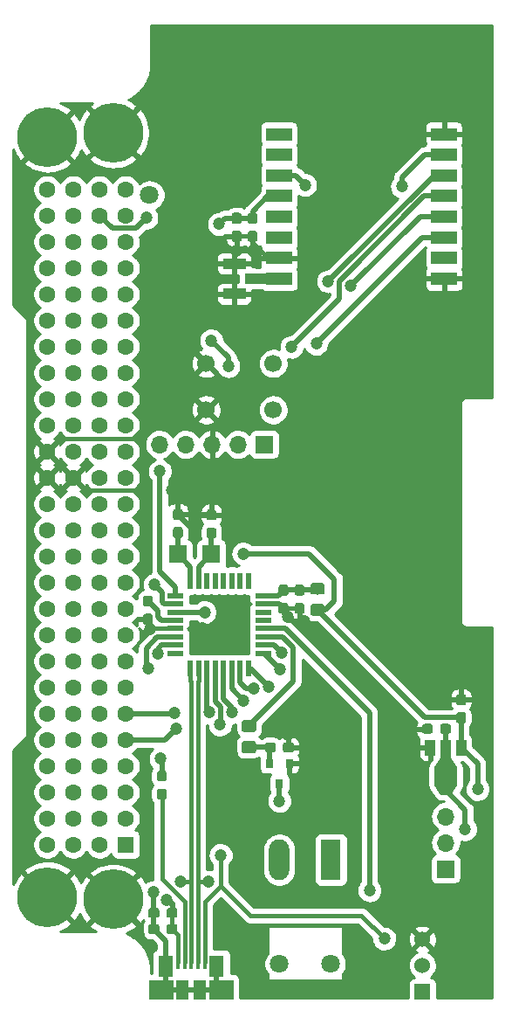
<source format=gbl>
G04 #@! TF.GenerationSoftware,KiCad,Pcbnew,6.0.0-unknown-920f128~86~ubuntu18.04.1*
G04 #@! TF.CreationDate,2019-07-18T17:09:36-04:00*
G04 #@! TF.ProjectId,FOD,464f442e-6b69-4636-9164-5f7063625858,rev?*
G04 #@! TF.SameCoordinates,Original*
G04 #@! TF.FileFunction,Copper,L2,Bot*
G04 #@! TF.FilePolarity,Positive*
%FSLAX46Y46*%
G04 Gerber Fmt 4.6, Leading zero omitted, Abs format (unit mm)*
G04 Created by KiCad (PCBNEW 6.0.0-unknown-920f128~86~ubuntu18.04.1) date 2019-07-18 17:09:36*
%MOMM*%
%LPD*%
G04 APERTURE LIST*
%ADD10R,2.200000X1.050000*%
%ADD11R,1.050000X1.000000*%
%ADD12C,1.700000*%
%ADD13R,0.800000X0.900000*%
%ADD14C,1.000000*%
%ADD15C,0.100000*%
%ADD16R,2.200000X1.840000*%
%ADD17R,1.000000X1.500000*%
%ADD18R,1.000000X1.800000*%
%ADD19C,0.850000*%
%ADD20R,1.750000X1.800000*%
%ADD21C,1.524000*%
%ADD22R,1.524000X1.524000*%
%ADD23R,2.500000X1.300000*%
%ADD24R,1.600000X0.550000*%
%ADD25R,0.550000X1.600000*%
%ADD26C,5.800000*%
%ADD27C,1.600000*%
%ADD28R,1.600000X1.600000*%
%ADD29C,0.950000*%
%ADD30C,1.150000*%
%ADD31O,1.700000X1.700000*%
%ADD32R,1.700000X1.700000*%
%ADD33O,1.980000X3.960000*%
%ADD34R,1.980000X3.960000*%
%ADD35R,1.175000X1.900000*%
%ADD36R,2.375000X1.900000*%
%ADD37R,1.475000X2.100000*%
%ADD38R,0.450000X1.380000*%
%ADD39C,1.200000*%
%ADD40C,1.800000*%
%ADD41C,0.450000*%
%ADD42C,0.550000*%
%ADD43C,0.500000*%
%ADD44C,1.000000*%
%ADD45C,0.254000*%
G04 APERTURE END LIST*
D10*
X128725000Y-49465000D03*
D11*
X130250000Y-50940000D03*
D10*
X128725000Y-52415000D03*
D12*
X126000000Y-63650000D03*
X132500000Y-63650000D03*
X126000000Y-59150000D03*
X132500000Y-59150000D03*
D13*
X133100000Y-99900000D03*
X134050000Y-97900000D03*
X132150000Y-97900000D03*
D14*
X149250000Y-97773800D03*
D15*
G36*
X149650000Y-97273800D02*
G01*
X150350000Y-98273800D01*
X148150000Y-98273800D01*
X148850000Y-97273800D01*
X149650000Y-97273800D01*
X149650000Y-97273800D01*
G37*
D16*
X149250000Y-99183500D03*
D17*
X150750000Y-96370000D03*
D18*
X149250000Y-96516500D03*
D17*
X147750000Y-96370000D03*
D19*
X149250000Y-100517000D03*
D15*
G36*
X148750000Y-100942000D02*
G01*
X148150000Y-100092000D01*
X150350000Y-100092000D01*
X149750000Y-100942000D01*
X148750000Y-100942000D01*
X148750000Y-100942000D01*
G37*
D20*
X126500000Y-77650000D03*
X123250000Y-77650000D03*
D21*
X147000000Y-114960000D03*
X147000000Y-117500000D03*
D22*
X147000000Y-120040000D03*
D23*
X133080000Y-36940000D03*
X133080000Y-38940000D03*
X133080000Y-40940000D03*
X133080000Y-42940000D03*
X133080000Y-44940000D03*
X133080000Y-46940000D03*
X133080000Y-48940000D03*
X133080000Y-50940000D03*
X149080000Y-50940000D03*
X149080000Y-48940000D03*
X149080000Y-46940000D03*
X149080000Y-44940000D03*
X149080000Y-42940000D03*
X149080000Y-40940000D03*
X149080000Y-38940000D03*
X149080000Y-36940000D03*
D24*
X123025000Y-81650000D03*
X123025000Y-82450000D03*
X123025000Y-83250000D03*
X123025000Y-84050000D03*
X123025000Y-84850000D03*
X123025000Y-85650000D03*
X123025000Y-86450000D03*
X123025000Y-87250000D03*
D25*
X124475000Y-88700000D03*
X125275000Y-88700000D03*
X126075000Y-88700000D03*
X126875000Y-88700000D03*
X127675000Y-88700000D03*
X128475000Y-88700000D03*
X129275000Y-88700000D03*
X130075000Y-88700000D03*
D24*
X131525000Y-87250000D03*
X131525000Y-86450000D03*
X131525000Y-85650000D03*
X131525000Y-84850000D03*
X131525000Y-84050000D03*
X131525000Y-83250000D03*
X131525000Y-82450000D03*
X131525000Y-81650000D03*
D25*
X130075000Y-80200000D03*
X129275000Y-80200000D03*
X128475000Y-80200000D03*
X127675000Y-80200000D03*
X126875000Y-80200000D03*
X126075000Y-80200000D03*
X125275000Y-80200000D03*
X124475000Y-80200000D03*
D26*
X116985000Y-111095000D03*
X116985000Y-36795000D03*
D27*
X113115000Y-105785000D03*
X110575000Y-105785000D03*
X113115000Y-103245000D03*
X110575000Y-103245000D03*
X113115000Y-100705000D03*
X110575000Y-100705000D03*
X113115000Y-98165000D03*
X110575000Y-98165000D03*
X113115000Y-95625000D03*
X110575000Y-95625000D03*
X113115000Y-93085000D03*
X110575000Y-93085000D03*
X113115000Y-90545000D03*
X110575000Y-90545000D03*
X113115000Y-88005000D03*
X110575000Y-88005000D03*
X113115000Y-85465000D03*
X110575000Y-85465000D03*
X113115000Y-82925000D03*
X110575000Y-82925000D03*
X113115000Y-80385000D03*
X110575000Y-80385000D03*
X113115000Y-77845000D03*
X110575000Y-77845000D03*
X113115000Y-75305000D03*
X110575000Y-75305000D03*
X113115000Y-72765000D03*
X110575000Y-72765000D03*
X113115000Y-70225000D03*
X110575000Y-70225000D03*
X113115000Y-67685000D03*
X110575000Y-67685000D03*
X113115000Y-65145000D03*
X110575000Y-65145000D03*
X113115000Y-62605000D03*
X110575000Y-62605000D03*
X113115000Y-60065000D03*
X110575000Y-60065000D03*
X113115000Y-57525000D03*
X110575000Y-57525000D03*
X113115000Y-54985000D03*
X110575000Y-54985000D03*
X113115000Y-52445000D03*
X110575000Y-52445000D03*
X113115000Y-49905000D03*
X110575000Y-49905000D03*
X113115000Y-47365000D03*
X110575000Y-47365000D03*
X113115000Y-44825000D03*
X110575000Y-44825000D03*
X113115000Y-42285000D03*
X110575000Y-42285000D03*
D28*
X118195000Y-105785000D03*
D27*
X115655000Y-105785000D03*
X118195000Y-103245000D03*
X115655000Y-103245000D03*
X118195000Y-100705000D03*
X115655000Y-100705000D03*
X118195000Y-98165000D03*
X115655000Y-98165000D03*
X118195000Y-95625000D03*
X115655000Y-95625000D03*
X118195000Y-93085000D03*
X115655000Y-93085000D03*
X118195000Y-90545000D03*
X115655000Y-90545000D03*
X118195000Y-88005000D03*
X115655000Y-88005000D03*
X118195000Y-85465000D03*
X115655000Y-85465000D03*
X118195000Y-82925000D03*
X115655000Y-82925000D03*
X118195000Y-80385000D03*
X115655000Y-80385000D03*
X118195000Y-77845000D03*
X115655000Y-77845000D03*
X118195000Y-75305000D03*
X115655000Y-75305000D03*
X118195000Y-72765000D03*
X115655000Y-72765000D03*
X118195000Y-70225000D03*
X115655000Y-70225000D03*
X118195000Y-67685000D03*
X115655000Y-67685000D03*
X118195000Y-65145000D03*
X115655000Y-65145000D03*
X118195000Y-62605000D03*
X115655000Y-62605000D03*
X118195000Y-60065000D03*
X115655000Y-60065000D03*
X118195000Y-57525000D03*
X115655000Y-57525000D03*
X118195000Y-54985000D03*
X115655000Y-54985000D03*
X118195000Y-52445000D03*
X115655000Y-52445000D03*
X118195000Y-49905000D03*
X115655000Y-49905000D03*
X118195000Y-47365000D03*
X115655000Y-47365000D03*
X118195000Y-44825000D03*
X115655000Y-44825000D03*
X118195000Y-42285000D03*
X115655000Y-42285000D03*
D26*
X110595000Y-37205000D03*
X110595000Y-110865000D03*
D15*
G36*
X134353387Y-95893079D02*
G01*
X134430438Y-95944562D01*
X134481921Y-96021613D01*
X134500000Y-96112500D01*
X134500000Y-96587500D01*
X134481921Y-96678387D01*
X134430438Y-96755438D01*
X134353387Y-96806921D01*
X134262500Y-96825000D01*
X133687500Y-96825000D01*
X133596613Y-96806921D01*
X133519562Y-96755438D01*
X133468079Y-96678387D01*
X133450000Y-96587500D01*
X133450000Y-96112500D01*
X133468079Y-96021613D01*
X133519562Y-95944562D01*
X133596613Y-95893079D01*
X133687500Y-95875000D01*
X134262500Y-95875000D01*
X134353387Y-95893079D01*
X134353387Y-95893079D01*
G37*
D29*
X133975000Y-96350000D03*
D15*
G36*
X132603387Y-95893079D02*
G01*
X132680438Y-95944562D01*
X132731921Y-96021613D01*
X132750000Y-96112500D01*
X132750000Y-96587500D01*
X132731921Y-96678387D01*
X132680438Y-96755438D01*
X132603387Y-96806921D01*
X132512500Y-96825000D01*
X131937500Y-96825000D01*
X131846613Y-96806921D01*
X131769562Y-96755438D01*
X131718079Y-96678387D01*
X131700000Y-96587500D01*
X131700000Y-96112500D01*
X131718079Y-96021613D01*
X131769562Y-95944562D01*
X131846613Y-95893079D01*
X131937500Y-95875000D01*
X132512500Y-95875000D01*
X132603387Y-95893079D01*
X132603387Y-95893079D01*
G37*
D29*
X132225000Y-96350000D03*
D15*
G36*
X122028387Y-100368079D02*
G01*
X122105438Y-100419562D01*
X122156921Y-100496613D01*
X122175000Y-100587500D01*
X122175000Y-101162500D01*
X122156921Y-101253387D01*
X122105438Y-101330438D01*
X122028387Y-101381921D01*
X121937500Y-101400000D01*
X121462500Y-101400000D01*
X121371613Y-101381921D01*
X121294562Y-101330438D01*
X121243079Y-101253387D01*
X121225000Y-101162500D01*
X121225000Y-100587500D01*
X121243079Y-100496613D01*
X121294562Y-100419562D01*
X121371613Y-100368079D01*
X121462500Y-100350000D01*
X121937500Y-100350000D01*
X122028387Y-100368079D01*
X122028387Y-100368079D01*
G37*
D29*
X121700000Y-100875000D03*
D15*
G36*
X122028387Y-98618079D02*
G01*
X122105438Y-98669562D01*
X122156921Y-98746613D01*
X122175000Y-98837500D01*
X122175000Y-99412500D01*
X122156921Y-99503387D01*
X122105438Y-99580438D01*
X122028387Y-99631921D01*
X121937500Y-99650000D01*
X121462500Y-99650000D01*
X121371613Y-99631921D01*
X121294562Y-99580438D01*
X121243079Y-99503387D01*
X121225000Y-99412500D01*
X121225000Y-98837500D01*
X121243079Y-98746613D01*
X121294562Y-98669562D01*
X121371613Y-98618079D01*
X121462500Y-98600000D01*
X121937500Y-98600000D01*
X122028387Y-98618079D01*
X122028387Y-98618079D01*
G37*
D29*
X121700000Y-99125000D03*
D15*
G36*
X123053387Y-111943079D02*
G01*
X123130438Y-111994562D01*
X123181921Y-112071613D01*
X123200000Y-112162500D01*
X123200000Y-112637500D01*
X123181921Y-112728387D01*
X123130438Y-112805438D01*
X123053387Y-112856921D01*
X122962500Y-112875000D01*
X122387500Y-112875000D01*
X122296613Y-112856921D01*
X122219562Y-112805438D01*
X122168079Y-112728387D01*
X122150000Y-112637500D01*
X122150000Y-112162500D01*
X122168079Y-112071613D01*
X122219562Y-111994562D01*
X122296613Y-111943079D01*
X122387500Y-111925000D01*
X122962500Y-111925000D01*
X123053387Y-111943079D01*
X123053387Y-111943079D01*
G37*
D29*
X122675000Y-112400000D03*
D15*
G36*
X121303387Y-111943079D02*
G01*
X121380438Y-111994562D01*
X121431921Y-112071613D01*
X121450000Y-112162500D01*
X121450000Y-112637500D01*
X121431921Y-112728387D01*
X121380438Y-112805438D01*
X121303387Y-112856921D01*
X121212500Y-112875000D01*
X120637500Y-112875000D01*
X120546613Y-112856921D01*
X120469562Y-112805438D01*
X120418079Y-112728387D01*
X120400000Y-112637500D01*
X120400000Y-112162500D01*
X120418079Y-112071613D01*
X120469562Y-111994562D01*
X120546613Y-111943079D01*
X120637500Y-111925000D01*
X121212500Y-111925000D01*
X121303387Y-111943079D01*
X121303387Y-111943079D01*
G37*
D29*
X120925000Y-112400000D03*
D15*
G36*
X137345671Y-82469030D02*
G01*
X137426777Y-82523223D01*
X137480970Y-82604329D01*
X137500000Y-82699999D01*
X137500000Y-83350001D01*
X137480970Y-83445671D01*
X137426777Y-83526777D01*
X137345671Y-83580970D01*
X137250001Y-83600000D01*
X136349999Y-83600000D01*
X136254329Y-83580970D01*
X136173223Y-83526777D01*
X136119030Y-83445671D01*
X136100000Y-83350001D01*
X136100000Y-82699999D01*
X136119030Y-82604329D01*
X136173223Y-82523223D01*
X136254329Y-82469030D01*
X136349999Y-82450000D01*
X137250001Y-82450000D01*
X137345671Y-82469030D01*
X137345671Y-82469030D01*
G37*
D30*
X136800000Y-83025000D03*
D15*
G36*
X137345671Y-80419030D02*
G01*
X137426777Y-80473223D01*
X137480970Y-80554329D01*
X137500000Y-80649999D01*
X137500000Y-81300001D01*
X137480970Y-81395671D01*
X137426777Y-81476777D01*
X137345671Y-81530970D01*
X137250001Y-81550000D01*
X136349999Y-81550000D01*
X136254329Y-81530970D01*
X136173223Y-81476777D01*
X136119030Y-81395671D01*
X136100000Y-81300001D01*
X136100000Y-80649999D01*
X136119030Y-80554329D01*
X136173223Y-80473223D01*
X136254329Y-80419030D01*
X136349999Y-80400000D01*
X137250001Y-80400000D01*
X137345671Y-80419030D01*
X137345671Y-80419030D01*
G37*
D30*
X136800000Y-80975000D03*
D31*
X149250000Y-103070000D03*
X149250000Y-105610000D03*
D32*
X149250000Y-108150000D03*
D31*
X121490000Y-67000000D03*
X124030000Y-67000000D03*
X126570000Y-67000000D03*
X129110000Y-67000000D03*
D32*
X131650000Y-67000000D03*
D33*
X133100000Y-107250000D03*
D34*
X138100000Y-107250000D03*
D35*
X123710000Y-119850000D03*
X125390000Y-119850000D03*
D36*
X121640000Y-119850000D03*
X127460000Y-119850000D03*
D37*
X122087500Y-117550000D03*
X127012500Y-117550000D03*
D38*
X123250000Y-117190000D03*
X123900000Y-117190000D03*
X124550000Y-117190000D03*
X125200000Y-117190000D03*
X125850000Y-117190000D03*
D15*
G36*
X130695671Y-93719030D02*
G01*
X130776777Y-93773223D01*
X130830970Y-93854329D01*
X130850000Y-93949999D01*
X130850000Y-94600001D01*
X130830970Y-94695671D01*
X130776777Y-94776777D01*
X130695671Y-94830970D01*
X130600001Y-94850000D01*
X129699999Y-94850000D01*
X129604329Y-94830970D01*
X129523223Y-94776777D01*
X129469030Y-94695671D01*
X129450000Y-94600001D01*
X129450000Y-93949999D01*
X129469030Y-93854329D01*
X129523223Y-93773223D01*
X129604329Y-93719030D01*
X129699999Y-93700000D01*
X130600001Y-93700000D01*
X130695671Y-93719030D01*
X130695671Y-93719030D01*
G37*
D30*
X130150000Y-94275000D03*
D15*
G36*
X130695671Y-95769030D02*
G01*
X130776777Y-95823223D01*
X130830970Y-95904329D01*
X130850000Y-95999999D01*
X130850000Y-96650001D01*
X130830970Y-96745671D01*
X130776777Y-96826777D01*
X130695671Y-96880970D01*
X130600001Y-96900000D01*
X129699999Y-96900000D01*
X129604329Y-96880970D01*
X129523223Y-96826777D01*
X129469030Y-96745671D01*
X129450000Y-96650001D01*
X129450000Y-95999999D01*
X129469030Y-95904329D01*
X129523223Y-95823223D01*
X129604329Y-95769030D01*
X129699999Y-95750000D01*
X130600001Y-95750000D01*
X130695671Y-95769030D01*
X130695671Y-95769030D01*
G37*
D30*
X130150000Y-96325000D03*
D15*
G36*
X151078387Y-91218079D02*
G01*
X151155438Y-91269562D01*
X151206921Y-91346613D01*
X151225000Y-91437500D01*
X151225000Y-92012500D01*
X151206921Y-92103387D01*
X151155438Y-92180438D01*
X151078387Y-92231921D01*
X150987500Y-92250000D01*
X150512500Y-92250000D01*
X150421613Y-92231921D01*
X150344562Y-92180438D01*
X150293079Y-92103387D01*
X150275000Y-92012500D01*
X150275000Y-91437500D01*
X150293079Y-91346613D01*
X150344562Y-91269562D01*
X150421613Y-91218079D01*
X150512500Y-91200000D01*
X150987500Y-91200000D01*
X151078387Y-91218079D01*
X151078387Y-91218079D01*
G37*
D29*
X150750000Y-91725000D03*
D15*
G36*
X151078387Y-92968079D02*
G01*
X151155438Y-93019562D01*
X151206921Y-93096613D01*
X151225000Y-93187500D01*
X151225000Y-93762500D01*
X151206921Y-93853387D01*
X151155438Y-93930438D01*
X151078387Y-93981921D01*
X150987500Y-94000000D01*
X150512500Y-94000000D01*
X150421613Y-93981921D01*
X150344562Y-93930438D01*
X150293079Y-93853387D01*
X150275000Y-93762500D01*
X150275000Y-93187500D01*
X150293079Y-93096613D01*
X150344562Y-93019562D01*
X150421613Y-92968079D01*
X150512500Y-92950000D01*
X150987500Y-92950000D01*
X151078387Y-92968079D01*
X151078387Y-92968079D01*
G37*
D29*
X150750000Y-93475000D03*
D15*
G36*
X147853387Y-94093079D02*
G01*
X147930438Y-94144562D01*
X147981921Y-94221613D01*
X148000000Y-94312500D01*
X148000000Y-94787500D01*
X147981921Y-94878387D01*
X147930438Y-94955438D01*
X147853387Y-95006921D01*
X147762500Y-95025000D01*
X147187500Y-95025000D01*
X147096613Y-95006921D01*
X147019562Y-94955438D01*
X146968079Y-94878387D01*
X146950000Y-94787500D01*
X146950000Y-94312500D01*
X146968079Y-94221613D01*
X147019562Y-94144562D01*
X147096613Y-94093079D01*
X147187500Y-94075000D01*
X147762500Y-94075000D01*
X147853387Y-94093079D01*
X147853387Y-94093079D01*
G37*
D29*
X147475000Y-94550000D03*
D15*
G36*
X149603387Y-94093079D02*
G01*
X149680438Y-94144562D01*
X149731921Y-94221613D01*
X149750000Y-94312500D01*
X149750000Y-94787500D01*
X149731921Y-94878387D01*
X149680438Y-94955438D01*
X149603387Y-95006921D01*
X149512500Y-95025000D01*
X148937500Y-95025000D01*
X148846613Y-95006921D01*
X148769562Y-94955438D01*
X148718079Y-94878387D01*
X148700000Y-94787500D01*
X148700000Y-94312500D01*
X148718079Y-94221613D01*
X148769562Y-94144562D01*
X148846613Y-94093079D01*
X148937500Y-94075000D01*
X149512500Y-94075000D01*
X149603387Y-94093079D01*
X149603387Y-94093079D01*
G37*
D29*
X149225000Y-94550000D03*
D15*
G36*
X126828387Y-73318079D02*
G01*
X126905438Y-73369562D01*
X126956921Y-73446613D01*
X126975000Y-73537500D01*
X126975000Y-74112500D01*
X126956921Y-74203387D01*
X126905438Y-74280438D01*
X126828387Y-74331921D01*
X126737500Y-74350000D01*
X126262500Y-74350000D01*
X126171613Y-74331921D01*
X126094562Y-74280438D01*
X126043079Y-74203387D01*
X126025000Y-74112500D01*
X126025000Y-73537500D01*
X126043079Y-73446613D01*
X126094562Y-73369562D01*
X126171613Y-73318079D01*
X126262500Y-73300000D01*
X126737500Y-73300000D01*
X126828387Y-73318079D01*
X126828387Y-73318079D01*
G37*
D29*
X126500000Y-73825000D03*
D15*
G36*
X126828387Y-75068079D02*
G01*
X126905438Y-75119562D01*
X126956921Y-75196613D01*
X126975000Y-75287500D01*
X126975000Y-75862500D01*
X126956921Y-75953387D01*
X126905438Y-76030438D01*
X126828387Y-76081921D01*
X126737500Y-76100000D01*
X126262500Y-76100000D01*
X126171613Y-76081921D01*
X126094562Y-76030438D01*
X126043079Y-75953387D01*
X126025000Y-75862500D01*
X126025000Y-75287500D01*
X126043079Y-75196613D01*
X126094562Y-75119562D01*
X126171613Y-75068079D01*
X126262500Y-75050000D01*
X126737500Y-75050000D01*
X126828387Y-75068079D01*
X126828387Y-75068079D01*
G37*
D29*
X126500000Y-75575000D03*
D15*
G36*
X123578387Y-73268079D02*
G01*
X123655438Y-73319562D01*
X123706921Y-73396613D01*
X123725000Y-73487500D01*
X123725000Y-74062500D01*
X123706921Y-74153387D01*
X123655438Y-74230438D01*
X123578387Y-74281921D01*
X123487500Y-74300000D01*
X123012500Y-74300000D01*
X122921613Y-74281921D01*
X122844562Y-74230438D01*
X122793079Y-74153387D01*
X122775000Y-74062500D01*
X122775000Y-73487500D01*
X122793079Y-73396613D01*
X122844562Y-73319562D01*
X122921613Y-73268079D01*
X123012500Y-73250000D01*
X123487500Y-73250000D01*
X123578387Y-73268079D01*
X123578387Y-73268079D01*
G37*
D29*
X123250000Y-73775000D03*
D15*
G36*
X123578387Y-75018079D02*
G01*
X123655438Y-75069562D01*
X123706921Y-75146613D01*
X123725000Y-75237500D01*
X123725000Y-75812500D01*
X123706921Y-75903387D01*
X123655438Y-75980438D01*
X123578387Y-76031921D01*
X123487500Y-76050000D01*
X123012500Y-76050000D01*
X122921613Y-76031921D01*
X122844562Y-75980438D01*
X122793079Y-75903387D01*
X122775000Y-75812500D01*
X122775000Y-75237500D01*
X122793079Y-75146613D01*
X122844562Y-75069562D01*
X122921613Y-75018079D01*
X123012500Y-75000000D01*
X123487500Y-75000000D01*
X123578387Y-75018079D01*
X123578387Y-75018079D01*
G37*
D29*
X123250000Y-75525000D03*
D15*
G36*
X135378387Y-82368079D02*
G01*
X135455438Y-82419562D01*
X135506921Y-82496613D01*
X135525000Y-82587500D01*
X135525000Y-83162500D01*
X135506921Y-83253387D01*
X135455438Y-83330438D01*
X135378387Y-83381921D01*
X135287500Y-83400000D01*
X134812500Y-83400000D01*
X134721613Y-83381921D01*
X134644562Y-83330438D01*
X134593079Y-83253387D01*
X134575000Y-83162500D01*
X134575000Y-82587500D01*
X134593079Y-82496613D01*
X134644562Y-82419562D01*
X134721613Y-82368079D01*
X134812500Y-82350000D01*
X135287500Y-82350000D01*
X135378387Y-82368079D01*
X135378387Y-82368079D01*
G37*
D29*
X135050000Y-82875000D03*
D15*
G36*
X135378387Y-80618079D02*
G01*
X135455438Y-80669562D01*
X135506921Y-80746613D01*
X135525000Y-80837500D01*
X135525000Y-81412500D01*
X135506921Y-81503387D01*
X135455438Y-81580438D01*
X135378387Y-81631921D01*
X135287500Y-81650000D01*
X134812500Y-81650000D01*
X134721613Y-81631921D01*
X134644562Y-81580438D01*
X134593079Y-81503387D01*
X134575000Y-81412500D01*
X134575000Y-80837500D01*
X134593079Y-80746613D01*
X134644562Y-80669562D01*
X134721613Y-80618079D01*
X134812500Y-80600000D01*
X135287500Y-80600000D01*
X135378387Y-80618079D01*
X135378387Y-80618079D01*
G37*
D29*
X135050000Y-81125000D03*
D15*
G36*
X133828387Y-82368079D02*
G01*
X133905438Y-82419562D01*
X133956921Y-82496613D01*
X133975000Y-82587500D01*
X133975000Y-83162500D01*
X133956921Y-83253387D01*
X133905438Y-83330438D01*
X133828387Y-83381921D01*
X133737500Y-83400000D01*
X133262500Y-83400000D01*
X133171613Y-83381921D01*
X133094562Y-83330438D01*
X133043079Y-83253387D01*
X133025000Y-83162500D01*
X133025000Y-82587500D01*
X133043079Y-82496613D01*
X133094562Y-82419562D01*
X133171613Y-82368079D01*
X133262500Y-82350000D01*
X133737500Y-82350000D01*
X133828387Y-82368079D01*
X133828387Y-82368079D01*
G37*
D29*
X133500000Y-82875000D03*
D15*
G36*
X133828387Y-80618079D02*
G01*
X133905438Y-80669562D01*
X133956921Y-80746613D01*
X133975000Y-80837500D01*
X133975000Y-81412500D01*
X133956921Y-81503387D01*
X133905438Y-81580438D01*
X133828387Y-81631921D01*
X133737500Y-81650000D01*
X133262500Y-81650000D01*
X133171613Y-81631921D01*
X133094562Y-81580438D01*
X133043079Y-81503387D01*
X133025000Y-81412500D01*
X133025000Y-80837500D01*
X133043079Y-80746613D01*
X133094562Y-80669562D01*
X133171613Y-80618079D01*
X133262500Y-80600000D01*
X133737500Y-80600000D01*
X133828387Y-80618079D01*
X133828387Y-80618079D01*
G37*
D29*
X133500000Y-81125000D03*
D15*
G36*
X123053387Y-113493079D02*
G01*
X123130438Y-113544562D01*
X123181921Y-113621613D01*
X123200000Y-113712500D01*
X123200000Y-114187500D01*
X123181921Y-114278387D01*
X123130438Y-114355438D01*
X123053387Y-114406921D01*
X122962500Y-114425000D01*
X122387500Y-114425000D01*
X122296613Y-114406921D01*
X122219562Y-114355438D01*
X122168079Y-114278387D01*
X122150000Y-114187500D01*
X122150000Y-113712500D01*
X122168079Y-113621613D01*
X122219562Y-113544562D01*
X122296613Y-113493079D01*
X122387500Y-113475000D01*
X122962500Y-113475000D01*
X123053387Y-113493079D01*
X123053387Y-113493079D01*
G37*
D29*
X122675000Y-113950000D03*
D15*
G36*
X121303387Y-113493079D02*
G01*
X121380438Y-113544562D01*
X121431921Y-113621613D01*
X121450000Y-113712500D01*
X121450000Y-114187500D01*
X121431921Y-114278387D01*
X121380438Y-114355438D01*
X121303387Y-114406921D01*
X121212500Y-114425000D01*
X120637500Y-114425000D01*
X120546613Y-114406921D01*
X120469562Y-114355438D01*
X120418079Y-114278387D01*
X120400000Y-114187500D01*
X120400000Y-113712500D01*
X120418079Y-113621613D01*
X120469562Y-113544562D01*
X120546613Y-113493079D01*
X120637500Y-113475000D01*
X121212500Y-113475000D01*
X121303387Y-113493079D01*
X121303387Y-113493079D01*
G37*
D29*
X120925000Y-113950000D03*
D15*
G36*
X120678387Y-83418079D02*
G01*
X120755438Y-83469562D01*
X120806921Y-83546613D01*
X120825000Y-83637500D01*
X120825000Y-84212500D01*
X120806921Y-84303387D01*
X120755438Y-84380438D01*
X120678387Y-84431921D01*
X120587500Y-84450000D01*
X120112500Y-84450000D01*
X120021613Y-84431921D01*
X119944562Y-84380438D01*
X119893079Y-84303387D01*
X119875000Y-84212500D01*
X119875000Y-83637500D01*
X119893079Y-83546613D01*
X119944562Y-83469562D01*
X120021613Y-83418079D01*
X120112500Y-83400000D01*
X120587500Y-83400000D01*
X120678387Y-83418079D01*
X120678387Y-83418079D01*
G37*
D29*
X120350000Y-83925000D03*
D15*
G36*
X120678387Y-81668079D02*
G01*
X120755438Y-81719562D01*
X120806921Y-81796613D01*
X120825000Y-81887500D01*
X120825000Y-82462500D01*
X120806921Y-82553387D01*
X120755438Y-82630438D01*
X120678387Y-82681921D01*
X120587500Y-82700000D01*
X120112500Y-82700000D01*
X120021613Y-82681921D01*
X119944562Y-82630438D01*
X119893079Y-82553387D01*
X119875000Y-82462500D01*
X119875000Y-81887500D01*
X119893079Y-81796613D01*
X119944562Y-81719562D01*
X120021613Y-81668079D01*
X120112500Y-81650000D01*
X120587500Y-81650000D01*
X120678387Y-81668079D01*
X120678387Y-81668079D01*
G37*
D29*
X120350000Y-82175000D03*
D15*
G36*
X130828387Y-46318079D02*
G01*
X130905438Y-46369562D01*
X130956921Y-46446613D01*
X130975000Y-46537500D01*
X130975000Y-47112500D01*
X130956921Y-47203387D01*
X130905438Y-47280438D01*
X130828387Y-47331921D01*
X130737500Y-47350000D01*
X130262500Y-47350000D01*
X130171613Y-47331921D01*
X130094562Y-47280438D01*
X130043079Y-47203387D01*
X130025000Y-47112500D01*
X130025000Y-46537500D01*
X130043079Y-46446613D01*
X130094562Y-46369562D01*
X130171613Y-46318079D01*
X130262500Y-46300000D01*
X130737500Y-46300000D01*
X130828387Y-46318079D01*
X130828387Y-46318079D01*
G37*
D29*
X130500000Y-46825000D03*
D15*
G36*
X130828387Y-44568079D02*
G01*
X130905438Y-44619562D01*
X130956921Y-44696613D01*
X130975000Y-44787500D01*
X130975000Y-45362500D01*
X130956921Y-45453387D01*
X130905438Y-45530438D01*
X130828387Y-45581921D01*
X130737500Y-45600000D01*
X130262500Y-45600000D01*
X130171613Y-45581921D01*
X130094562Y-45530438D01*
X130043079Y-45453387D01*
X130025000Y-45362500D01*
X130025000Y-44787500D01*
X130043079Y-44696613D01*
X130094562Y-44619562D01*
X130171613Y-44568079D01*
X130262500Y-44550000D01*
X130737500Y-44550000D01*
X130828387Y-44568079D01*
X130828387Y-44568079D01*
G37*
D29*
X130500000Y-45075000D03*
D15*
G36*
X129278387Y-46318079D02*
G01*
X129355438Y-46369562D01*
X129406921Y-46446613D01*
X129425000Y-46537500D01*
X129425000Y-47112500D01*
X129406921Y-47203387D01*
X129355438Y-47280438D01*
X129278387Y-47331921D01*
X129187500Y-47350000D01*
X128712500Y-47350000D01*
X128621613Y-47331921D01*
X128544562Y-47280438D01*
X128493079Y-47203387D01*
X128475000Y-47112500D01*
X128475000Y-46537500D01*
X128493079Y-46446613D01*
X128544562Y-46369562D01*
X128621613Y-46318079D01*
X128712500Y-46300000D01*
X129187500Y-46300000D01*
X129278387Y-46318079D01*
X129278387Y-46318079D01*
G37*
D29*
X128950000Y-46825000D03*
D15*
G36*
X129278387Y-44568079D02*
G01*
X129355438Y-44619562D01*
X129406921Y-44696613D01*
X129425000Y-44787500D01*
X129425000Y-45362500D01*
X129406921Y-45453387D01*
X129355438Y-45530438D01*
X129278387Y-45581921D01*
X129187500Y-45600000D01*
X128712500Y-45600000D01*
X128621613Y-45581921D01*
X128544562Y-45530438D01*
X128493079Y-45453387D01*
X128475000Y-45362500D01*
X128475000Y-44787500D01*
X128493079Y-44696613D01*
X128544562Y-44619562D01*
X128621613Y-44568079D01*
X128712500Y-44550000D01*
X129187500Y-44550000D01*
X129278387Y-44568079D01*
X129278387Y-44568079D01*
G37*
D29*
X128950000Y-45075000D03*
D39*
X120950000Y-64350000D03*
X122700000Y-71450000D03*
X120200000Y-71450000D03*
X126600000Y-70850000D03*
X127250000Y-45650000D03*
X126500000Y-56950000D03*
X128150000Y-59400000D03*
X144950000Y-50950000D03*
X120200000Y-45050000D03*
D40*
X120500000Y-42850000D03*
D39*
X141950000Y-85950000D03*
X133950000Y-95150000D03*
X135550000Y-97950000D03*
X137250000Y-90600000D03*
X139650000Y-88250000D03*
X129605000Y-77595000D03*
X145000000Y-42000000D03*
X140050000Y-51650000D03*
X134300000Y-57550000D03*
X137850000Y-51200000D03*
X136675000Y-57250000D03*
X135600000Y-41850000D03*
X133900000Y-83750000D03*
X141850000Y-110200000D03*
X128490678Y-92933157D03*
X129600000Y-91800000D03*
X130600000Y-90650000D03*
X132050000Y-90500000D03*
X133350000Y-87200000D03*
X133150000Y-88750000D03*
X151500000Y-50950000D03*
X151600000Y-36950000D03*
X128950000Y-48200000D03*
X130500000Y-48200000D03*
X135500000Y-84100000D03*
X133100000Y-101550000D03*
X123050000Y-94550000D03*
X127350000Y-94150000D03*
X126300000Y-92950000D03*
X122900000Y-93050000D03*
X147000000Y-113100000D03*
X127400000Y-106800000D03*
X122150000Y-111150000D03*
X120850000Y-110400000D03*
X120575503Y-84870262D03*
X126250000Y-109400000D03*
X123500000Y-109400000D03*
X121600000Y-97450000D03*
X120400000Y-88700000D03*
X125650000Y-84850000D03*
X121300000Y-87250000D03*
X125850000Y-83250000D03*
X121000000Y-80600000D03*
X125000000Y-73850000D03*
X124850000Y-75650000D03*
X121500000Y-69600000D03*
X152350000Y-100400000D03*
X145550000Y-96400000D03*
X145550000Y-94600000D03*
X149050000Y-91750000D03*
X151150000Y-104300000D03*
X128700000Y-54050000D03*
X125300000Y-49450000D03*
X125400000Y-52400000D03*
D40*
X133100000Y-117350000D03*
X138100000Y-117350000D03*
D39*
X145300000Y-89650000D03*
X119850000Y-108250000D03*
X133050000Y-53350000D03*
X136850000Y-49000000D03*
X128600000Y-55800000D03*
X146700000Y-36900000D03*
X143300000Y-114900000D03*
D41*
X111800001Y-66459999D02*
X118840001Y-66459999D01*
X110575000Y-67685000D02*
X111800001Y-66459999D01*
X118840001Y-66459999D02*
X120950000Y-64350000D01*
X123250000Y-72000000D02*
X122700000Y-71450000D01*
X123250000Y-73775000D02*
X123250000Y-72000000D01*
X114340000Y-71450000D02*
X115066998Y-71450000D01*
X113115000Y-70225000D02*
X114340000Y-71450000D01*
X115066998Y-71450000D02*
X120200000Y-71450000D01*
D42*
X128950000Y-45075000D02*
X127825000Y-45075000D01*
X127825000Y-45075000D02*
X127250000Y-45650000D01*
X128150000Y-58600000D02*
X126500000Y-56950000D01*
X128150000Y-59400000D02*
X128150000Y-58600000D01*
D41*
X144960000Y-50940000D02*
X144950000Y-50950000D01*
X149080000Y-50940000D02*
X144960000Y-50940000D01*
D43*
X116905001Y-46075001D02*
X119174999Y-46075001D01*
X115655000Y-44825000D02*
X116905001Y-46075001D01*
X119174999Y-46075001D02*
X120200000Y-45050000D01*
D41*
X133975000Y-95175000D02*
X133950000Y-95150000D01*
X133975000Y-96350000D02*
X133975000Y-95175000D01*
X135500000Y-97900000D02*
X135550000Y-97950000D01*
X134050000Y-97900000D02*
X135500000Y-97900000D01*
X135500000Y-84100000D02*
X139650000Y-88250000D01*
D42*
X138450000Y-80050000D02*
X135995000Y-77595000D01*
X135995000Y-77595000D02*
X129605000Y-77595000D01*
X138450000Y-82175000D02*
X138450000Y-80050000D01*
X136800000Y-83025000D02*
X137600000Y-83025000D01*
X137600000Y-83025000D02*
X138450000Y-82175000D01*
X145000000Y-42000000D02*
X145000000Y-41151472D01*
X147280000Y-38940000D02*
X149080000Y-38940000D01*
X145000000Y-41151472D02*
X147211472Y-38940000D01*
X147211472Y-38940000D02*
X147280000Y-38940000D01*
X136675000Y-57250000D02*
X146985000Y-46940000D01*
X146985000Y-46940000D02*
X149080000Y-46940000D01*
X140050000Y-51650000D02*
X146760000Y-44940000D01*
X146760000Y-44940000D02*
X149080000Y-44940000D01*
X138925001Y-51185673D02*
X147170674Y-42940000D01*
X147170674Y-42940000D02*
X149080000Y-42940000D01*
X134300000Y-57550000D02*
X138925001Y-52924999D01*
X138925001Y-52924999D02*
X138925001Y-51185673D01*
X137850000Y-51200000D02*
X148110000Y-40940000D01*
X148110000Y-40940000D02*
X149080000Y-40940000D01*
X135600000Y-41850000D02*
X134690000Y-40940000D01*
X134690000Y-40940000D02*
X133080000Y-40940000D01*
D41*
X133500000Y-83350000D02*
X133900000Y-83750000D01*
X133500000Y-82875000D02*
X133500000Y-83350000D01*
X133500000Y-82875000D02*
X135050000Y-82875000D01*
D42*
X133651676Y-84850000D02*
X141850000Y-93048324D01*
X131525000Y-84850000D02*
X133651676Y-84850000D01*
X141850000Y-93048324D02*
X141850000Y-110200000D01*
X131525000Y-82450000D02*
X133075000Y-82450000D01*
X133075000Y-82450000D02*
X133500000Y-82875000D01*
X131525000Y-85650000D02*
X131525000Y-85675000D01*
X130771120Y-93653880D02*
X130150000Y-94275000D01*
X131525000Y-85675000D02*
X131549990Y-85699990D01*
X133440992Y-85699990D02*
X134425001Y-86683999D01*
X131549990Y-85699990D02*
X133440992Y-85699990D01*
X134425001Y-86683999D02*
X134425001Y-89999999D01*
X134425001Y-89999999D02*
X130771120Y-93653880D01*
X127675000Y-91673324D02*
X128490678Y-92489002D01*
X127675000Y-88700000D02*
X127675000Y-91673324D01*
X128490678Y-92489002D02*
X128490678Y-92933157D01*
X128475000Y-90675000D02*
X129600000Y-91800000D01*
X128475000Y-88700000D02*
X128475000Y-90675000D01*
X129275000Y-90050000D02*
X129875000Y-90650000D01*
X129275000Y-88700000D02*
X129275000Y-90050000D01*
X129875000Y-90650000D02*
X130600000Y-90650000D01*
X130250000Y-88700000D02*
X132050000Y-90500000D01*
X130075000Y-88700000D02*
X130250000Y-88700000D01*
X132600000Y-86450000D02*
X133350000Y-87200000D01*
X131525000Y-86450000D02*
X132600000Y-86450000D01*
X131650000Y-87250000D02*
X133150000Y-88750000D01*
X131525000Y-87250000D02*
X131650000Y-87250000D01*
D41*
X151490000Y-50940000D02*
X151500000Y-50950000D01*
X149080000Y-50940000D02*
X151490000Y-50940000D01*
X151590000Y-36940000D02*
X151600000Y-36950000D01*
X149080000Y-36940000D02*
X151590000Y-36940000D01*
X128950000Y-46825000D02*
X128950000Y-48200000D01*
X130500000Y-46825000D02*
X130500000Y-48200000D01*
X128950000Y-46825000D02*
X130500000Y-46825000D01*
X130500000Y-46825000D02*
X130500000Y-47450000D01*
X130500000Y-47450000D02*
X131990000Y-48940000D01*
X131990000Y-48940000D02*
X133080000Y-48940000D01*
D42*
X130500000Y-45075000D02*
X130500000Y-44450000D01*
X130500000Y-44450000D02*
X132010000Y-42940000D01*
X132010000Y-42940000D02*
X133080000Y-42940000D01*
X128950000Y-45075000D02*
X130500000Y-45075000D01*
D41*
X135050000Y-83650000D02*
X135500000Y-84100000D01*
X135050000Y-82875000D02*
X135050000Y-83650000D01*
D42*
X133100000Y-99900000D02*
X133100000Y-101550000D01*
X118195000Y-95625000D02*
X121975000Y-95625000D01*
X121975000Y-95625000D02*
X123050000Y-94550000D01*
X126875000Y-91933998D02*
X127375001Y-92433999D01*
X126875000Y-88700000D02*
X126875000Y-91933998D01*
X127375001Y-92433999D02*
X127375001Y-94124999D01*
X127375001Y-94124999D02*
X127350000Y-94150000D01*
X126075000Y-88700000D02*
X126075000Y-92725000D01*
X126075000Y-92725000D02*
X126300000Y-92950000D01*
X122865000Y-93085000D02*
X122900000Y-93050000D01*
X118195000Y-93085000D02*
X122865000Y-93085000D01*
X132225000Y-96350000D02*
X130175000Y-96350000D01*
X130175000Y-96350000D02*
X130150000Y-96325000D01*
X132150000Y-97900000D02*
X132150000Y-96425000D01*
X132150000Y-96425000D02*
X132225000Y-96350000D01*
D41*
X125850000Y-117190000D02*
X125850000Y-116000000D01*
X125850000Y-111317002D02*
X127400000Y-109767002D01*
X127400000Y-109767002D02*
X127400000Y-106800000D01*
X122675000Y-111675000D02*
X122150000Y-111150000D01*
X122675000Y-112400000D02*
X122675000Y-111675000D01*
X122675000Y-113950000D02*
X122675000Y-112400000D01*
X123250000Y-117190000D02*
X123250000Y-114525000D01*
X123250000Y-114525000D02*
X122675000Y-113950000D01*
X121700000Y-100875000D02*
X121700000Y-109117002D01*
X121700000Y-109117002D02*
X123900000Y-111317002D01*
X123900000Y-111317002D02*
X123900000Y-116050000D01*
X123900000Y-116050000D02*
X123900000Y-117190000D01*
D42*
X120925000Y-110475000D02*
X120850000Y-110400000D01*
X120925000Y-112400000D02*
X120925000Y-110475000D01*
D41*
X120350000Y-83925000D02*
X120350000Y-84644759D01*
X120350000Y-84644759D02*
X120575503Y-84870262D01*
X120595765Y-84850000D02*
X120575503Y-84870262D01*
X123025000Y-84850000D02*
X120595765Y-84850000D01*
D42*
X123025000Y-84050000D02*
X121675000Y-84050000D01*
X121300010Y-83675010D02*
X121300010Y-83125010D01*
X121300010Y-83125010D02*
X120844812Y-82669812D01*
X120844812Y-82669812D02*
X120350000Y-82175000D01*
X121675000Y-84050000D02*
X121300010Y-83675010D01*
D41*
X125200000Y-109300000D02*
X125200000Y-89975001D01*
X125250000Y-109350000D02*
X125200000Y-109300000D01*
X125200000Y-117190000D02*
X125200000Y-109300000D01*
X126250000Y-109400000D02*
X125250000Y-109400000D01*
X124550000Y-109350000D02*
X124550000Y-89975001D01*
X123500000Y-109400000D02*
X124500000Y-109400000D01*
X124550000Y-117190000D02*
X124550000Y-109350000D01*
X124500000Y-109400000D02*
X124550000Y-109350000D01*
X124550000Y-89975001D02*
X124475000Y-89900001D01*
X124475000Y-89900001D02*
X124475000Y-88700000D01*
X125200000Y-89975001D02*
X125275000Y-89900001D01*
X125275000Y-89900001D02*
X125275000Y-88700000D01*
D42*
X120925000Y-112400000D02*
X120925000Y-113950000D01*
X122087500Y-117550000D02*
X122087500Y-115112500D01*
X122087500Y-115112500D02*
X120925000Y-113950000D01*
X127012500Y-117550000D02*
X127012500Y-119402500D01*
X127012500Y-119402500D02*
X127460000Y-119850000D01*
X125390000Y-119850000D02*
X127460000Y-119850000D01*
X123710000Y-119850000D02*
X125390000Y-119850000D01*
X121640000Y-119850000D02*
X123710000Y-119850000D01*
X122087500Y-117550000D02*
X122087500Y-119402500D01*
X122087500Y-119402500D02*
X121640000Y-119850000D01*
X121700000Y-99125000D02*
X121700000Y-97550000D01*
X121700000Y-97550000D02*
X121600000Y-97450000D01*
X120224999Y-88524999D02*
X120400000Y-88700000D01*
X120224999Y-86733999D02*
X120224999Y-88524999D01*
X121625010Y-85699990D02*
X121259008Y-85699990D01*
X123025000Y-85650000D02*
X121675000Y-85650000D01*
X121259008Y-85699990D02*
X120224999Y-86733999D01*
X121675000Y-85650000D02*
X121625010Y-85699990D01*
X121675000Y-86450000D02*
X121300000Y-86825000D01*
X123025000Y-86450000D02*
X121675000Y-86450000D01*
X121300000Y-86825000D02*
X121300000Y-87250000D01*
X123025000Y-83250000D02*
X125850000Y-83250000D01*
X121894998Y-82450000D02*
X121749999Y-82305001D01*
X123025000Y-82450000D02*
X121894998Y-82450000D01*
X121749999Y-82305001D02*
X121749999Y-81349999D01*
X121749999Y-81349999D02*
X121000000Y-80600000D01*
X125025000Y-73825000D02*
X125000000Y-73850000D01*
X126500000Y-73825000D02*
X125025000Y-73825000D01*
X124850000Y-75375000D02*
X124850000Y-75650000D01*
X123250000Y-73775000D02*
X124850000Y-75375000D01*
X126500000Y-75575000D02*
X126500000Y-77650000D01*
X123250000Y-75525000D02*
X123250000Y-77650000D01*
X125275000Y-80200000D02*
X125275000Y-78875000D01*
X125275000Y-78875000D02*
X126500000Y-77650000D01*
X124475000Y-80200000D02*
X124475000Y-78875000D01*
X124475000Y-78875000D02*
X123250000Y-77650000D01*
X123025000Y-80825000D02*
X121500000Y-79300000D01*
X123025000Y-81650000D02*
X123025000Y-80825000D01*
X121500000Y-79300000D02*
X121500000Y-69600000D01*
X135050000Y-81125000D02*
X136650000Y-81125000D01*
X136650000Y-81125000D02*
X136800000Y-80975000D01*
X133500000Y-81125000D02*
X135050000Y-81125000D01*
X131525000Y-81650000D02*
X132975000Y-81650000D01*
X132975000Y-81650000D02*
X133500000Y-81125000D01*
X150750000Y-96370000D02*
X150750000Y-93475000D01*
X152350000Y-97970000D02*
X150750000Y-96370000D01*
X152350000Y-100400000D02*
X152350000Y-97970000D01*
X147250000Y-93475000D02*
X150750000Y-93475000D01*
X136800000Y-83025000D02*
X147250000Y-93475000D01*
D41*
X147750000Y-96370000D02*
X145580000Y-96370000D01*
X145580000Y-96370000D02*
X145550000Y-96400000D01*
X147475000Y-94550000D02*
X145600000Y-94550000D01*
X145600000Y-94550000D02*
X145550000Y-94600000D01*
X150750000Y-91725000D02*
X149075000Y-91725000D01*
X149075000Y-91725000D02*
X149050000Y-91750000D01*
D42*
X151150000Y-102417000D02*
X149250000Y-100517000D01*
X151150000Y-104300000D02*
X151150000Y-102417000D01*
X149250000Y-100517000D02*
X149250000Y-96516500D01*
X149250000Y-94575000D02*
X149225000Y-94550000D01*
X149250000Y-96516500D02*
X149250000Y-94575000D01*
D44*
X130250000Y-50940000D02*
X133080000Y-50940000D01*
D41*
X128725000Y-52415000D02*
X128725000Y-54025000D01*
X128725000Y-54025000D02*
X128700000Y-54050000D01*
X128725000Y-49465000D02*
X125315000Y-49465000D01*
X125315000Y-49465000D02*
X125300000Y-49450000D01*
X128725000Y-52415000D02*
X125415000Y-52415000D01*
X125415000Y-52415000D02*
X125400000Y-52400000D01*
X149050000Y-91750000D02*
X147400000Y-91750000D01*
X147400000Y-91750000D02*
X145300000Y-89650000D01*
X128725000Y-52415000D02*
X132115000Y-52415000D01*
X132115000Y-52415000D02*
X133050000Y-53350000D01*
X133080000Y-48940000D02*
X136790000Y-48940000D01*
X136790000Y-48940000D02*
X136850000Y-49000000D01*
X149080000Y-36940000D02*
X146740000Y-36940000D01*
X146740000Y-36940000D02*
X146700000Y-36900000D01*
X125850000Y-116000000D02*
X125850000Y-112200000D01*
X125850000Y-112200000D02*
X125850000Y-111317002D01*
X127400000Y-109767002D02*
X127417002Y-109767002D01*
X143300000Y-114900000D02*
X141050000Y-112650000D01*
X130282998Y-112650000D02*
X127400000Y-109767002D01*
X141050000Y-112650000D02*
X130282998Y-112650000D01*
D45*
G36*
X122803000Y-111434811D02*
G01*
X122803000Y-112528000D01*
X122547000Y-112528000D01*
X122547000Y-111285776D01*
X122376396Y-111285776D01*
X122028069Y-111361550D01*
X121834000Y-111486270D01*
X121834000Y-111148708D01*
X121877561Y-111098330D01*
X122010651Y-110843210D01*
X122051309Y-110683120D01*
X122803000Y-111434811D01*
X122803000Y-111434811D01*
G37*
X122803000Y-111434811D02*
X122803000Y-112528000D01*
X122547000Y-112528000D01*
X122547000Y-111285776D01*
X122376396Y-111285776D01*
X122028069Y-111361550D01*
X121834000Y-111486270D01*
X121834000Y-111148708D01*
X121877561Y-111098330D01*
X122010651Y-110843210D01*
X122051309Y-110683120D01*
X122803000Y-111434811D01*
G36*
X129788977Y-81641837D02*
G01*
X130083163Y-81641837D01*
X130083163Y-81941588D01*
X130106813Y-82029852D01*
X130083163Y-82163977D01*
X130083163Y-82322000D01*
X130230494Y-82322000D01*
X130311185Y-82418165D01*
X130365150Y-82449321D01*
X130231835Y-82561185D01*
X130222127Y-82578000D01*
X130083163Y-82578000D01*
X130083163Y-82741588D01*
X130106813Y-82829852D01*
X130083163Y-82963977D01*
X130083163Y-83541588D01*
X130106813Y-83629852D01*
X130083163Y-83763977D01*
X130083163Y-84341588D01*
X130106813Y-84429852D01*
X130083163Y-84563977D01*
X130083163Y-85141588D01*
X130106813Y-85229852D01*
X130083163Y-85363977D01*
X130083163Y-85941588D01*
X130106813Y-86029852D01*
X130083163Y-86163977D01*
X130083163Y-86741588D01*
X130106813Y-86829852D01*
X130083163Y-86963977D01*
X130083163Y-87258163D01*
X129783412Y-87258163D01*
X129695148Y-87281813D01*
X129561023Y-87258163D01*
X128983412Y-87258163D01*
X128895148Y-87281813D01*
X128761023Y-87258163D01*
X128183412Y-87258163D01*
X128095148Y-87281813D01*
X127961023Y-87258163D01*
X127383412Y-87258163D01*
X127295148Y-87281813D01*
X127161023Y-87258163D01*
X126583412Y-87258163D01*
X126495148Y-87281813D01*
X126361023Y-87258163D01*
X125783412Y-87258163D01*
X125695148Y-87281813D01*
X125561023Y-87258163D01*
X124983412Y-87258163D01*
X124895148Y-87281813D01*
X124761023Y-87258163D01*
X124466837Y-87258163D01*
X124466837Y-86958412D01*
X124443187Y-86870148D01*
X124466837Y-86736023D01*
X124466837Y-86158412D01*
X124443187Y-86070148D01*
X124466837Y-85936023D01*
X124466837Y-85358412D01*
X124443187Y-85270148D01*
X124466837Y-85136023D01*
X124466837Y-84978000D01*
X124319506Y-84978000D01*
X124238815Y-84881835D01*
X124184850Y-84850679D01*
X124318165Y-84738814D01*
X124327873Y-84722000D01*
X124466837Y-84722000D01*
X124466837Y-84558412D01*
X124443187Y-84470148D01*
X124466837Y-84336023D01*
X124466837Y-84159000D01*
X125014868Y-84159000D01*
X125097122Y-84238293D01*
X125344672Y-84384984D01*
X125619328Y-84470794D01*
X125906358Y-84491117D01*
X126190366Y-84444863D01*
X126456115Y-84334514D01*
X126689350Y-84165990D01*
X126877561Y-83948330D01*
X127010651Y-83693210D01*
X127081606Y-83413829D01*
X127084277Y-83107691D01*
X127018210Y-82827114D01*
X126889592Y-82569710D01*
X126705208Y-82348798D01*
X126474950Y-82176229D01*
X126211168Y-82061259D01*
X125928010Y-82010056D01*
X125640670Y-82025366D01*
X125364557Y-82106369D01*
X125114485Y-82248718D01*
X125015352Y-82341000D01*
X124466837Y-82341000D01*
X124466837Y-82158412D01*
X124443187Y-82070148D01*
X124466837Y-81936023D01*
X124466837Y-81641837D01*
X124766588Y-81641837D01*
X124854852Y-81618187D01*
X124988977Y-81641837D01*
X125566588Y-81641837D01*
X125654852Y-81618187D01*
X125788977Y-81641837D01*
X126366588Y-81641837D01*
X126454852Y-81618187D01*
X126588977Y-81641837D01*
X127166588Y-81641837D01*
X127254852Y-81618187D01*
X127388977Y-81641837D01*
X127966588Y-81641837D01*
X128054852Y-81618187D01*
X128188977Y-81641837D01*
X128766588Y-81641837D01*
X128854852Y-81618187D01*
X128988977Y-81641837D01*
X129566588Y-81641837D01*
X129654852Y-81618187D01*
X129788977Y-81641837D01*
X129788977Y-81641837D01*
G37*
X129788977Y-81641837D02*
X130083163Y-81641837D01*
X130083163Y-81941588D01*
X130106813Y-82029852D01*
X130083163Y-82163977D01*
X130083163Y-82322000D01*
X130230494Y-82322000D01*
X130311185Y-82418165D01*
X130365150Y-82449321D01*
X130231835Y-82561185D01*
X130222127Y-82578000D01*
X130083163Y-82578000D01*
X130083163Y-82741588D01*
X130106813Y-82829852D01*
X130083163Y-82963977D01*
X130083163Y-83541588D01*
X130106813Y-83629852D01*
X130083163Y-83763977D01*
X130083163Y-84341588D01*
X130106813Y-84429852D01*
X130083163Y-84563977D01*
X130083163Y-85141588D01*
X130106813Y-85229852D01*
X130083163Y-85363977D01*
X130083163Y-85941588D01*
X130106813Y-86029852D01*
X130083163Y-86163977D01*
X130083163Y-86741588D01*
X130106813Y-86829852D01*
X130083163Y-86963977D01*
X130083163Y-87258163D01*
X129783412Y-87258163D01*
X129695148Y-87281813D01*
X129561023Y-87258163D01*
X128983412Y-87258163D01*
X128895148Y-87281813D01*
X128761023Y-87258163D01*
X128183412Y-87258163D01*
X128095148Y-87281813D01*
X127961023Y-87258163D01*
X127383412Y-87258163D01*
X127295148Y-87281813D01*
X127161023Y-87258163D01*
X126583412Y-87258163D01*
X126495148Y-87281813D01*
X126361023Y-87258163D01*
X125783412Y-87258163D01*
X125695148Y-87281813D01*
X125561023Y-87258163D01*
X124983412Y-87258163D01*
X124895148Y-87281813D01*
X124761023Y-87258163D01*
X124466837Y-87258163D01*
X124466837Y-86958412D01*
X124443187Y-86870148D01*
X124466837Y-86736023D01*
X124466837Y-86158412D01*
X124443187Y-86070148D01*
X124466837Y-85936023D01*
X124466837Y-85358412D01*
X124443187Y-85270148D01*
X124466837Y-85136023D01*
X124466837Y-84978000D01*
X124319506Y-84978000D01*
X124238815Y-84881835D01*
X124184850Y-84850679D01*
X124318165Y-84738814D01*
X124327873Y-84722000D01*
X124466837Y-84722000D01*
X124466837Y-84558412D01*
X124443187Y-84470148D01*
X124466837Y-84336023D01*
X124466837Y-84159000D01*
X125014868Y-84159000D01*
X125097122Y-84238293D01*
X125344672Y-84384984D01*
X125619328Y-84470794D01*
X125906358Y-84491117D01*
X126190366Y-84444863D01*
X126456115Y-84334514D01*
X126689350Y-84165990D01*
X126877561Y-83948330D01*
X127010651Y-83693210D01*
X127081606Y-83413829D01*
X127084277Y-83107691D01*
X127018210Y-82827114D01*
X126889592Y-82569710D01*
X126705208Y-82348798D01*
X126474950Y-82176229D01*
X126211168Y-82061259D01*
X125928010Y-82010056D01*
X125640670Y-82025366D01*
X125364557Y-82106369D01*
X125114485Y-82248718D01*
X125015352Y-82341000D01*
X124466837Y-82341000D01*
X124466837Y-82158412D01*
X124443187Y-82070148D01*
X124466837Y-81936023D01*
X124466837Y-81641837D01*
X124766588Y-81641837D01*
X124854852Y-81618187D01*
X124988977Y-81641837D01*
X125566588Y-81641837D01*
X125654852Y-81618187D01*
X125788977Y-81641837D01*
X126366588Y-81641837D01*
X126454852Y-81618187D01*
X126588977Y-81641837D01*
X127166588Y-81641837D01*
X127254852Y-81618187D01*
X127388977Y-81641837D01*
X127966588Y-81641837D01*
X128054852Y-81618187D01*
X128188977Y-81641837D01*
X128766588Y-81641837D01*
X128854852Y-81618187D01*
X128988977Y-81641837D01*
X129566588Y-81641837D01*
X129654852Y-81618187D01*
X129788977Y-81641837D01*
G36*
X120405191Y-83840854D02*
G01*
X120416272Y-83921754D01*
X120433508Y-83961582D01*
X120444495Y-84008431D01*
X120472326Y-84051287D01*
X120478000Y-84064399D01*
X120478000Y-85115459D01*
X120574038Y-85094567D01*
X120562069Y-85111409D01*
X119596533Y-86076946D01*
X119518023Y-86149140D01*
X119474993Y-86218541D01*
X119425628Y-86283577D01*
X119409655Y-86323920D01*
X119384293Y-86364825D01*
X119373668Y-86414812D01*
X119333947Y-86515135D01*
X119307915Y-86762819D01*
X119315999Y-86810616D01*
X119315999Y-87110047D01*
X119212864Y-86987136D01*
X119020651Y-86825850D01*
X118863294Y-86735000D01*
X119020651Y-86644150D01*
X119212864Y-86482864D01*
X119374150Y-86290651D01*
X119499609Y-86073349D01*
X119585429Y-85837564D01*
X119629000Y-85590459D01*
X119629000Y-85339541D01*
X119585429Y-85092436D01*
X119499609Y-84856651D01*
X119468852Y-84803378D01*
X119638929Y-84950750D01*
X119866888Y-85054854D01*
X120222000Y-85105913D01*
X120222000Y-84053000D01*
X119235776Y-84053000D01*
X119235776Y-84223604D01*
X119309440Y-84562230D01*
X119212864Y-84447136D01*
X119020651Y-84285850D01*
X118863294Y-84195000D01*
X119020651Y-84104150D01*
X119212864Y-83942864D01*
X119335259Y-83797000D01*
X120394905Y-83797000D01*
X120405191Y-83840854D01*
X120405191Y-83840854D01*
G37*
X120405191Y-83840854D02*
X120416272Y-83921754D01*
X120433508Y-83961582D01*
X120444495Y-84008431D01*
X120472326Y-84051287D01*
X120478000Y-84064399D01*
X120478000Y-85115459D01*
X120574038Y-85094567D01*
X120562069Y-85111409D01*
X119596533Y-86076946D01*
X119518023Y-86149140D01*
X119474993Y-86218541D01*
X119425628Y-86283577D01*
X119409655Y-86323920D01*
X119384293Y-86364825D01*
X119373668Y-86414812D01*
X119333947Y-86515135D01*
X119307915Y-86762819D01*
X119315999Y-86810616D01*
X119315999Y-87110047D01*
X119212864Y-86987136D01*
X119020651Y-86825850D01*
X118863294Y-86735000D01*
X119020651Y-86644150D01*
X119212864Y-86482864D01*
X119374150Y-86290651D01*
X119499609Y-86073349D01*
X119585429Y-85837564D01*
X119629000Y-85590459D01*
X119629000Y-85339541D01*
X119585429Y-85092436D01*
X119499609Y-84856651D01*
X119468852Y-84803378D01*
X119638929Y-84950750D01*
X119866888Y-85054854D01*
X120222000Y-85105913D01*
X120222000Y-84053000D01*
X119235776Y-84053000D01*
X119235776Y-84223604D01*
X119309440Y-84562230D01*
X119212864Y-84447136D01*
X119020651Y-84285850D01*
X118863294Y-84195000D01*
X119020651Y-84104150D01*
X119212864Y-83942864D01*
X119335259Y-83797000D01*
X120394905Y-83797000D01*
X120405191Y-83840854D01*
G36*
X128311205Y-116182489D02*
G01*
X128163815Y-116006835D01*
X127970186Y-115895044D01*
X127761024Y-115858163D01*
X126709000Y-115858163D01*
X126709000Y-111672810D01*
X127400000Y-110981810D01*
X129607543Y-113189353D01*
X129622118Y-113212453D01*
X129695088Y-113276898D01*
X129719154Y-113300965D01*
X129740188Y-113316729D01*
X129806544Y-113375333D01*
X129838236Y-113390212D01*
X129866247Y-113411206D01*
X129949132Y-113442277D01*
X130029627Y-113480070D01*
X130063407Y-113485118D01*
X130096645Y-113497578D01*
X130196362Y-113504989D01*
X130223203Y-113509000D01*
X130250339Y-113509000D01*
X130342024Y-113515813D01*
X130373940Y-113509000D01*
X140694192Y-113509000D01*
X142059512Y-114874321D01*
X142057651Y-114889158D01*
X142088479Y-115175251D01*
X142184295Y-115446579D01*
X142339959Y-115688587D01*
X142547122Y-115888293D01*
X142794672Y-116034984D01*
X143069328Y-116120794D01*
X143356358Y-116141117D01*
X143640366Y-116094863D01*
X143906115Y-115984514D01*
X144139350Y-115815990D01*
X144327561Y-115598330D01*
X144460651Y-115343210D01*
X144531606Y-115063829D01*
X144532832Y-114923310D01*
X145598847Y-114923310D01*
X145614494Y-115172013D01*
X145673934Y-115414014D01*
X145775291Y-115641664D01*
X145921773Y-115857208D01*
X146818981Y-114960000D01*
X147181019Y-114960000D01*
X148079309Y-115858290D01*
X148231780Y-115628802D01*
X148330747Y-115400102D01*
X148388031Y-115155872D01*
X148396380Y-114837041D01*
X148351956Y-114590147D01*
X148265094Y-114356581D01*
X148086472Y-114054547D01*
X147181019Y-114960000D01*
X146818981Y-114960000D01*
X145925487Y-114066506D01*
X145812645Y-114215175D01*
X145699513Y-114437208D01*
X145627489Y-114675766D01*
X145598847Y-114923310D01*
X144532832Y-114923310D01*
X144534277Y-114757691D01*
X144468210Y-114477114D01*
X144339592Y-114219710D01*
X144155208Y-113998798D01*
X143994267Y-113878179D01*
X146099198Y-113878179D01*
X147000000Y-114778981D01*
X147911194Y-113867786D01*
X147563384Y-113676576D01*
X147327205Y-113597093D01*
X147080684Y-113560690D01*
X146831612Y-113568517D01*
X146587863Y-113620328D01*
X146357142Y-113714484D01*
X146099198Y-113878179D01*
X143994267Y-113878179D01*
X143924950Y-113826229D01*
X143661168Y-113711259D01*
X143378010Y-113660056D01*
X143280081Y-113665274D01*
X141725456Y-112110649D01*
X141710880Y-112087547D01*
X141637902Y-112023095D01*
X141613843Y-111999035D01*
X141592818Y-111983278D01*
X141526455Y-111924668D01*
X141494760Y-111909787D01*
X141466748Y-111888794D01*
X141383858Y-111857719D01*
X141303370Y-111819930D01*
X141269590Y-111814882D01*
X141236352Y-111802422D01*
X141136636Y-111795011D01*
X141109795Y-111791000D01*
X141082660Y-111791000D01*
X140990976Y-111784187D01*
X140959060Y-111791000D01*
X130638807Y-111791000D01*
X128259000Y-109411195D01*
X128259000Y-108307603D01*
X131476000Y-108307603D01*
X131492323Y-108506148D01*
X131557380Y-108765149D01*
X131663865Y-109010048D01*
X131808918Y-109234266D01*
X131988644Y-109431783D01*
X132198216Y-109597293D01*
X132432006Y-109726353D01*
X132683736Y-109815495D01*
X132946645Y-109862326D01*
X133213671Y-109865588D01*
X133477646Y-109825195D01*
X133731478Y-109742230D01*
X133968352Y-109618921D01*
X134181905Y-109458581D01*
X134366405Y-109265514D01*
X134516893Y-109044907D01*
X134629329Y-108802683D01*
X134700901Y-108544602D01*
X134724000Y-108300243D01*
X134724000Y-106192396D01*
X134707677Y-105993851D01*
X134642620Y-105734850D01*
X134536135Y-105489951D01*
X134391082Y-105265733D01*
X134384934Y-105258976D01*
X136468163Y-105258976D01*
X136468163Y-109246588D01*
X136548795Y-109547512D01*
X136696185Y-109723165D01*
X136889814Y-109834956D01*
X137098976Y-109871837D01*
X139106588Y-109871837D01*
X139407512Y-109791205D01*
X139583165Y-109643815D01*
X139694956Y-109450186D01*
X139731837Y-109241024D01*
X139731837Y-105253412D01*
X139651205Y-104952489D01*
X139503815Y-104776835D01*
X139310186Y-104665044D01*
X139101024Y-104628163D01*
X137093412Y-104628163D01*
X136792489Y-104708795D01*
X136616835Y-104856185D01*
X136505044Y-105049814D01*
X136468163Y-105258976D01*
X134384934Y-105258976D01*
X134211356Y-105068216D01*
X134001784Y-104902707D01*
X133767994Y-104773647D01*
X133516264Y-104684505D01*
X133253355Y-104637674D01*
X132986329Y-104634412D01*
X132722354Y-104674805D01*
X132468522Y-104757770D01*
X132231648Y-104881079D01*
X132018095Y-105041420D01*
X131833596Y-105234486D01*
X131683108Y-105455093D01*
X131570672Y-105697317D01*
X131499100Y-105955398D01*
X131476001Y-106199757D01*
X131476000Y-108307603D01*
X128259000Y-108307603D01*
X128259000Y-107693265D01*
X128427561Y-107498330D01*
X128560651Y-107243210D01*
X128631606Y-106963829D01*
X128634277Y-106657691D01*
X128568210Y-106377114D01*
X128439592Y-106119710D01*
X128255208Y-105898798D01*
X128024950Y-105726229D01*
X127761168Y-105611259D01*
X127478010Y-105560056D01*
X127190670Y-105575366D01*
X126914557Y-105656369D01*
X126664485Y-105798718D01*
X126453868Y-105994779D01*
X126294003Y-106234034D01*
X126193467Y-106503647D01*
X126157651Y-106789158D01*
X126188479Y-107075251D01*
X126284295Y-107346579D01*
X126439959Y-107588587D01*
X126541001Y-107685991D01*
X126541000Y-108198571D01*
X126328010Y-108160056D01*
X126059000Y-108174389D01*
X126059000Y-94167567D01*
X126069328Y-94170794D01*
X126111381Y-94173771D01*
X126138479Y-94425251D01*
X126234295Y-94696579D01*
X126389959Y-94938587D01*
X126597122Y-95138293D01*
X126844672Y-95284984D01*
X127119328Y-95370794D01*
X127406358Y-95391117D01*
X127690366Y-95344863D01*
X127956115Y-95234514D01*
X128189350Y-95065990D01*
X128377561Y-94848330D01*
X128510651Y-94593210D01*
X128581606Y-94313829D01*
X128582874Y-94168437D01*
X128810776Y-94131321D01*
X128810776Y-94610976D01*
X128887691Y-94964549D01*
X129027618Y-95182279D01*
X129162291Y-95298974D01*
X129117721Y-95327618D01*
X128951255Y-95519730D01*
X128845657Y-95750958D01*
X128810776Y-95993558D01*
X128810776Y-96660976D01*
X128887691Y-97014549D01*
X129027618Y-97232279D01*
X129219730Y-97398745D01*
X129450958Y-97504343D01*
X129693558Y-97539224D01*
X130610976Y-97539224D01*
X130964549Y-97462309D01*
X131121877Y-97361199D01*
X131108163Y-97438976D01*
X131108163Y-98366588D01*
X131188795Y-98667512D01*
X131336185Y-98843165D01*
X131529814Y-98954956D01*
X131738976Y-98991837D01*
X132259687Y-98991837D01*
X132206835Y-99036185D01*
X132095044Y-99229814D01*
X132058163Y-99438976D01*
X132058163Y-100366588D01*
X132138795Y-100667511D01*
X132181807Y-100718771D01*
X132153868Y-100744779D01*
X131994003Y-100984034D01*
X131893467Y-101253647D01*
X131857651Y-101539158D01*
X131888479Y-101825251D01*
X131984295Y-102096579D01*
X132139959Y-102338587D01*
X132347122Y-102538293D01*
X132594672Y-102684984D01*
X132869328Y-102770794D01*
X133156358Y-102791117D01*
X133440366Y-102744863D01*
X133706115Y-102634514D01*
X133939350Y-102465990D01*
X134127561Y-102248330D01*
X134260651Y-101993210D01*
X134331606Y-101713829D01*
X134334277Y-101407691D01*
X134268210Y-101127114D01*
X134139592Y-100869710D01*
X134016897Y-100722709D01*
X134104956Y-100570186D01*
X134141837Y-100361024D01*
X134141837Y-99433412D01*
X134061205Y-99132489D01*
X133922000Y-98966590D01*
X133922000Y-98028000D01*
X134178000Y-98028000D01*
X134178000Y-98991837D01*
X134466588Y-98991837D01*
X134767512Y-98911205D01*
X134943165Y-98763815D01*
X135054956Y-98570186D01*
X135091837Y-98361024D01*
X135091837Y-98028000D01*
X134178000Y-98028000D01*
X133922000Y-98028000D01*
X133922000Y-97772000D01*
X135091837Y-97772000D01*
X135091837Y-97433412D01*
X135011205Y-97132489D01*
X134975617Y-97090076D01*
X135000750Y-97061071D01*
X135104854Y-96833112D01*
X135155913Y-96478000D01*
X133847000Y-96478000D01*
X133847000Y-95235776D01*
X134103000Y-95235776D01*
X134103000Y-96222000D01*
X135165459Y-96222000D01*
X135063450Y-95753070D01*
X134925467Y-95538362D01*
X134736071Y-95374250D01*
X134508112Y-95270146D01*
X134269070Y-95235776D01*
X134103000Y-95235776D01*
X133847000Y-95235776D01*
X133676396Y-95235776D01*
X133328069Y-95311550D01*
X133113362Y-95449533D01*
X133096033Y-95469532D01*
X132986071Y-95374250D01*
X132758112Y-95270146D01*
X132519070Y-95235776D01*
X131926396Y-95235776D01*
X131578069Y-95311550D01*
X131376640Y-95441000D01*
X131287342Y-95441000D01*
X131272382Y-95417721D01*
X131137709Y-95301026D01*
X131182279Y-95272382D01*
X131348745Y-95080270D01*
X131454343Y-94849042D01*
X131489224Y-94606442D01*
X131489224Y-94221294D01*
X135053470Y-90657049D01*
X135131976Y-90584859D01*
X135175007Y-90515458D01*
X135224372Y-90450422D01*
X135240345Y-90410079D01*
X135265707Y-90369174D01*
X135276332Y-90319187D01*
X135316053Y-90218864D01*
X135342085Y-89971179D01*
X135334001Y-89923382D01*
X135334001Y-87817843D01*
X140941000Y-93424843D01*
X140941001Y-109360213D01*
X140903868Y-109394779D01*
X140744003Y-109634034D01*
X140643467Y-109903647D01*
X140607651Y-110189158D01*
X140638479Y-110475251D01*
X140734295Y-110746579D01*
X140889959Y-110988587D01*
X141097122Y-111188293D01*
X141344672Y-111334984D01*
X141619328Y-111420794D01*
X141906358Y-111441117D01*
X142190366Y-111394863D01*
X142456115Y-111284514D01*
X142689350Y-111115990D01*
X142877561Y-110898330D01*
X143010651Y-110643210D01*
X143081606Y-110363829D01*
X143084277Y-110057691D01*
X143018210Y-109777114D01*
X142889592Y-109519710D01*
X142759000Y-109363247D01*
X142759000Y-96498000D01*
X146608163Y-96498000D01*
X146608163Y-97136588D01*
X146688795Y-97437512D01*
X146836185Y-97613165D01*
X147029814Y-97724956D01*
X147238976Y-97761837D01*
X147622000Y-97761837D01*
X147622000Y-96498000D01*
X146608163Y-96498000D01*
X142759000Y-96498000D01*
X142759000Y-93068498D01*
X142763465Y-92961976D01*
X142744819Y-92882479D01*
X142733738Y-92801579D01*
X142716502Y-92761751D01*
X142705515Y-92714902D01*
X142677684Y-92672046D01*
X142634829Y-92573015D01*
X142478097Y-92379468D01*
X142438580Y-92351385D01*
X134308737Y-84221543D01*
X134236537Y-84143025D01*
X134167128Y-84099989D01*
X134102098Y-84050629D01*
X134061760Y-84034657D01*
X134020850Y-84009294D01*
X133970863Y-83998669D01*
X133958157Y-83993638D01*
X134096931Y-83963450D01*
X134277424Y-83847455D01*
X134338929Y-83900750D01*
X134566888Y-84004854D01*
X134922000Y-84055913D01*
X134922000Y-82747000D01*
X135178000Y-82747000D01*
X135178000Y-84065459D01*
X135646930Y-83963450D01*
X135685205Y-83938853D01*
X135869730Y-84098745D01*
X136100958Y-84204343D01*
X136343558Y-84239224D01*
X136728706Y-84239224D01*
X146411366Y-93921885D01*
X146345146Y-94066888D01*
X146294087Y-94422000D01*
X147603000Y-94422000D01*
X147603000Y-94678000D01*
X146284541Y-94678000D01*
X146386550Y-95146930D01*
X146524533Y-95361638D01*
X146634911Y-95457281D01*
X146608163Y-95608976D01*
X146608163Y-96242000D01*
X147878000Y-96242000D01*
X147878000Y-97543142D01*
X147672791Y-97836297D01*
X147656836Y-97849684D01*
X147625845Y-97903363D01*
X147616276Y-97917032D01*
X147612022Y-97927306D01*
X147545044Y-98043314D01*
X147531004Y-98122938D01*
X147516000Y-98159168D01*
X147516000Y-98208029D01*
X147508163Y-98252476D01*
X147508163Y-100120089D01*
X147519940Y-100164040D01*
X147528792Y-100260983D01*
X147568517Y-100345336D01*
X147588795Y-100421012D01*
X147638023Y-100479680D01*
X148230333Y-101318786D01*
X148338737Y-101436638D01*
X148529814Y-101546956D01*
X148738976Y-101583837D01*
X149031319Y-101583837D01*
X149045474Y-101597992D01*
X148999058Y-101601931D01*
X148755292Y-101665200D01*
X148525671Y-101768637D01*
X148316760Y-101909284D01*
X148134534Y-102083119D01*
X147984203Y-102285172D01*
X147870064Y-102509666D01*
X147795382Y-102750181D01*
X147762292Y-102999841D01*
X147771740Y-103251508D01*
X147823456Y-103497983D01*
X147915961Y-103732222D01*
X148046610Y-103947526D01*
X148211669Y-104137739D01*
X148406416Y-104297422D01*
X148480061Y-104339343D01*
X148316760Y-104449284D01*
X148134534Y-104623119D01*
X147984203Y-104825172D01*
X147870064Y-105049666D01*
X147795382Y-105290181D01*
X147762292Y-105539841D01*
X147771740Y-105791508D01*
X147823456Y-106037983D01*
X147915961Y-106272222D01*
X148046610Y-106487526D01*
X148211669Y-106677739D01*
X148235975Y-106697669D01*
X148082489Y-106738795D01*
X147906835Y-106886185D01*
X147795044Y-107079814D01*
X147758163Y-107288976D01*
X147758163Y-109016588D01*
X147838795Y-109317512D01*
X147986185Y-109493165D01*
X148179814Y-109604956D01*
X148388976Y-109641837D01*
X150116588Y-109641837D01*
X150417512Y-109561205D01*
X150593165Y-109413815D01*
X150704956Y-109220186D01*
X150741837Y-109011024D01*
X150741837Y-107283412D01*
X150661205Y-106982489D01*
X150513815Y-106806835D01*
X150320186Y-106695044D01*
X150271554Y-106686469D01*
X150365466Y-106596881D01*
X150515797Y-106394828D01*
X150629936Y-106170334D01*
X150704618Y-105929819D01*
X150737708Y-105680159D01*
X150729499Y-105461486D01*
X150919328Y-105520794D01*
X151206358Y-105541117D01*
X151490366Y-105494863D01*
X151756115Y-105384514D01*
X151989350Y-105215990D01*
X152177561Y-104998330D01*
X152310651Y-104743210D01*
X152381606Y-104463829D01*
X152384277Y-104157691D01*
X152318210Y-103877114D01*
X152189592Y-103619710D01*
X152059000Y-103463247D01*
X152059000Y-102437174D01*
X152063465Y-102330652D01*
X152044820Y-102251155D01*
X152033738Y-102170256D01*
X152016506Y-102130435D01*
X152005515Y-102083578D01*
X151977683Y-102040720D01*
X151934829Y-101941691D01*
X151778097Y-101748144D01*
X151738577Y-101720058D01*
X150711448Y-100692930D01*
X150824146Y-100533273D01*
X150843164Y-100517316D01*
X150954956Y-100323686D01*
X150969385Y-100241856D01*
X150984000Y-100206761D01*
X150984000Y-100158971D01*
X150991837Y-100114524D01*
X150991837Y-98246911D01*
X150980307Y-98203884D01*
X150971868Y-98107264D01*
X150930827Y-98019219D01*
X150911205Y-97945989D01*
X150867703Y-97894145D01*
X150775087Y-97761837D01*
X150856318Y-97761837D01*
X151441001Y-98346521D01*
X151441000Y-99560214D01*
X151403868Y-99594779D01*
X151244003Y-99834034D01*
X151143467Y-100103647D01*
X151107651Y-100389158D01*
X151138479Y-100675251D01*
X151234295Y-100946579D01*
X151389959Y-101188587D01*
X151597122Y-101388293D01*
X151844672Y-101534984D01*
X152119328Y-101620794D01*
X152406358Y-101641117D01*
X152690366Y-101594863D01*
X152956115Y-101484514D01*
X153189350Y-101315990D01*
X153377561Y-101098330D01*
X153510651Y-100843210D01*
X153581606Y-100563829D01*
X153584277Y-100257691D01*
X153518210Y-99977114D01*
X153389592Y-99719710D01*
X153259000Y-99563247D01*
X153259000Y-97990174D01*
X153263465Y-97883652D01*
X153244820Y-97804155D01*
X153233738Y-97723256D01*
X153216506Y-97683435D01*
X153205515Y-97636578D01*
X153177683Y-97593720D01*
X153134829Y-97494691D01*
X152978097Y-97301144D01*
X152938577Y-97273058D01*
X151891837Y-96226319D01*
X151891837Y-95603412D01*
X151811205Y-95302489D01*
X151663815Y-95126835D01*
X151659000Y-95124055D01*
X151659000Y-94313105D01*
X151725750Y-94236071D01*
X151829854Y-94008112D01*
X151864224Y-93769070D01*
X151864224Y-93176396D01*
X151788450Y-92828069D01*
X151650467Y-92613362D01*
X151630468Y-92596033D01*
X151725750Y-92486071D01*
X151829854Y-92258112D01*
X151864224Y-92019070D01*
X151864224Y-91853000D01*
X149635776Y-91853000D01*
X149635776Y-92023604D01*
X149711550Y-92371931D01*
X149836270Y-92566000D01*
X147626519Y-92566000D01*
X146491449Y-91430930D01*
X149635776Y-91430930D01*
X149635776Y-91597000D01*
X150622000Y-91597000D01*
X150622000Y-90544087D01*
X150878000Y-90544087D01*
X150878000Y-91597000D01*
X151864224Y-91597000D01*
X151864224Y-91426396D01*
X151788450Y-91078069D01*
X151650467Y-90863362D01*
X151461071Y-90699250D01*
X151233112Y-90595146D01*
X150878000Y-90544087D01*
X150622000Y-90544087D01*
X150622000Y-90534541D01*
X150153070Y-90636550D01*
X149938362Y-90774533D01*
X149774250Y-90963929D01*
X149670146Y-91191888D01*
X149635776Y-91430930D01*
X146491449Y-91430930D01*
X138485519Y-83425001D01*
X139078485Y-82832036D01*
X139156975Y-82759860D01*
X139200007Y-82690457D01*
X139249371Y-82625423D01*
X139265345Y-82585077D01*
X139290705Y-82544176D01*
X139301329Y-82494193D01*
X139341053Y-82393864D01*
X139367084Y-82146179D01*
X139359000Y-82098382D01*
X139359000Y-80070173D01*
X139363465Y-79963651D01*
X139344820Y-79884154D01*
X139333738Y-79803255D01*
X139316502Y-79763427D01*
X139305515Y-79716578D01*
X139277682Y-79673720D01*
X139234829Y-79574691D01*
X139078097Y-79381144D01*
X139038581Y-79353061D01*
X136652061Y-76966543D01*
X136579861Y-76888025D01*
X136510452Y-76844989D01*
X136445422Y-76795629D01*
X136405084Y-76779657D01*
X136364174Y-76754294D01*
X136314187Y-76743669D01*
X136213864Y-76703948D01*
X135966180Y-76677916D01*
X135918383Y-76686000D01*
X130449803Y-76686000D01*
X130229950Y-76521229D01*
X129966168Y-76406259D01*
X129683010Y-76355056D01*
X129395670Y-76370366D01*
X129119557Y-76451369D01*
X128869485Y-76593718D01*
X128658868Y-76789779D01*
X128499003Y-77029034D01*
X128398467Y-77298647D01*
X128362651Y-77584158D01*
X128393479Y-77870251D01*
X128489295Y-78141579D01*
X128644959Y-78383587D01*
X128852122Y-78583293D01*
X129099672Y-78729984D01*
X129189866Y-78758163D01*
X128983412Y-78758163D01*
X128895148Y-78781813D01*
X128761023Y-78758163D01*
X128183412Y-78758163D01*
X128095148Y-78781813D01*
X127981441Y-78761763D01*
X128016837Y-78561024D01*
X128016837Y-76733412D01*
X127936205Y-76432489D01*
X127788815Y-76256835D01*
X127595186Y-76145044D01*
X127565387Y-76139790D01*
X127579854Y-76108112D01*
X127614224Y-75869070D01*
X127614224Y-75276396D01*
X127538450Y-74928069D01*
X127400467Y-74713362D01*
X127380468Y-74696033D01*
X127475750Y-74586071D01*
X127579854Y-74358112D01*
X127614224Y-74119070D01*
X127614224Y-73953000D01*
X125385776Y-73953000D01*
X125385776Y-74123604D01*
X125461550Y-74471931D01*
X125599533Y-74686638D01*
X125619532Y-74703967D01*
X125524250Y-74813929D01*
X125420146Y-75041888D01*
X125385776Y-75280930D01*
X125385776Y-75873604D01*
X125446253Y-76151613D01*
X125307489Y-76188795D01*
X125131835Y-76336185D01*
X125020044Y-76529814D01*
X124983163Y-76738976D01*
X124983163Y-77881318D01*
X124875000Y-77989481D01*
X124766837Y-77881318D01*
X124766837Y-76733412D01*
X124686205Y-76432489D01*
X124538815Y-76256835D01*
X124345186Y-76145044D01*
X124294255Y-76136064D01*
X124329854Y-76058112D01*
X124364224Y-75819070D01*
X124364224Y-75226396D01*
X124288450Y-74878069D01*
X124150467Y-74663362D01*
X124130468Y-74646033D01*
X124225750Y-74536071D01*
X124329854Y-74308112D01*
X124364224Y-74069070D01*
X124364224Y-73903000D01*
X123122000Y-73903000D01*
X123122000Y-73647000D01*
X123122000Y-72594087D01*
X123378000Y-72594087D01*
X123378000Y-73647000D01*
X124364224Y-73647000D01*
X124364224Y-73530930D01*
X125385776Y-73530930D01*
X125385776Y-73697000D01*
X126372000Y-73697000D01*
X126628000Y-73697000D01*
X127614224Y-73697000D01*
X127614224Y-73526396D01*
X127538450Y-73178069D01*
X127400467Y-72963362D01*
X127211071Y-72799250D01*
X126983112Y-72695146D01*
X126628000Y-72644087D01*
X126628000Y-73697000D01*
X126372000Y-73697000D01*
X126372000Y-72634541D01*
X125903070Y-72736550D01*
X125688362Y-72874533D01*
X125524250Y-73063929D01*
X125420146Y-73291888D01*
X125385776Y-73530930D01*
X124364224Y-73530930D01*
X124364224Y-73476396D01*
X124288450Y-73128069D01*
X124150467Y-72913362D01*
X123961071Y-72749250D01*
X123733112Y-72645146D01*
X123378000Y-72594087D01*
X123122000Y-72594087D01*
X123122000Y-72584541D01*
X122653070Y-72686550D01*
X122438362Y-72824533D01*
X122409000Y-72858419D01*
X122409000Y-70435443D01*
X122527561Y-70298330D01*
X122660651Y-70043210D01*
X122731606Y-69763829D01*
X122734277Y-69457691D01*
X122668210Y-69177114D01*
X122539592Y-68919710D01*
X122355208Y-68698798D01*
X122124950Y-68526229D01*
X121897989Y-68427308D01*
X121984708Y-68404800D01*
X122214329Y-68301363D01*
X122423240Y-68160716D01*
X122605466Y-67986881D01*
X122755797Y-67784828D01*
X122762436Y-67771770D01*
X122826610Y-67877526D01*
X122991669Y-68067739D01*
X123186416Y-68227422D01*
X123405284Y-68352009D01*
X123644831Y-68438960D01*
X123984648Y-68484000D01*
X124093190Y-68484000D01*
X124280942Y-68468069D01*
X124524708Y-68404800D01*
X124754329Y-68301363D01*
X124963240Y-68160716D01*
X125145466Y-67986881D01*
X125295797Y-67784828D01*
X125302436Y-67771770D01*
X125366610Y-67877526D01*
X125531669Y-68067739D01*
X125726416Y-68227422D01*
X125945284Y-68352009D01*
X126184831Y-68438960D01*
X126442000Y-68473047D01*
X126442000Y-65526953D01*
X126698000Y-65526953D01*
X126698000Y-68499978D01*
X127064708Y-68404800D01*
X127294329Y-68301363D01*
X127503240Y-68160716D01*
X127685466Y-67986881D01*
X127835797Y-67784828D01*
X127842436Y-67771770D01*
X127906610Y-67877526D01*
X128071669Y-68067739D01*
X128266416Y-68227422D01*
X128485284Y-68352009D01*
X128724831Y-68438960D01*
X129064648Y-68484000D01*
X129173190Y-68484000D01*
X129360942Y-68468069D01*
X129604708Y-68404800D01*
X129834329Y-68301363D01*
X130043240Y-68160716D01*
X130197535Y-68013526D01*
X130238795Y-68167512D01*
X130386185Y-68343165D01*
X130579814Y-68454956D01*
X130788976Y-68491837D01*
X132516588Y-68491837D01*
X132817512Y-68411205D01*
X132993165Y-68263815D01*
X133104956Y-68070186D01*
X133141837Y-67861024D01*
X133141837Y-66133412D01*
X133061205Y-65832489D01*
X132913815Y-65656835D01*
X132720186Y-65545044D01*
X132511024Y-65508163D01*
X130783412Y-65508163D01*
X130482489Y-65588795D01*
X130306835Y-65736185D01*
X130195044Y-65929814D01*
X130186796Y-65976588D01*
X130148331Y-65932261D01*
X129953584Y-65772578D01*
X129734716Y-65647991D01*
X129495169Y-65561040D01*
X129155352Y-65516000D01*
X129046810Y-65516000D01*
X128859058Y-65531931D01*
X128615292Y-65595200D01*
X128385671Y-65698637D01*
X128176760Y-65839284D01*
X127994534Y-66013119D01*
X127844203Y-66215172D01*
X127837564Y-66228230D01*
X127773390Y-66122474D01*
X127608331Y-65932261D01*
X127413584Y-65772578D01*
X127194716Y-65647991D01*
X126955169Y-65561040D01*
X126698000Y-65526953D01*
X126442000Y-65526953D01*
X126442000Y-65500022D01*
X126075292Y-65595200D01*
X125845671Y-65698637D01*
X125636760Y-65839284D01*
X125454534Y-66013119D01*
X125304203Y-66215172D01*
X125297564Y-66228230D01*
X125233390Y-66122474D01*
X125068331Y-65932261D01*
X124873584Y-65772578D01*
X124654716Y-65647991D01*
X124415169Y-65561040D01*
X124075352Y-65516000D01*
X123966810Y-65516000D01*
X123779058Y-65531931D01*
X123535292Y-65595200D01*
X123305671Y-65698637D01*
X123096760Y-65839284D01*
X122914534Y-66013119D01*
X122764203Y-66215172D01*
X122757564Y-66228230D01*
X122693390Y-66122474D01*
X122528331Y-65932261D01*
X122333584Y-65772578D01*
X122114716Y-65647991D01*
X121875169Y-65561040D01*
X121535352Y-65516000D01*
X121426810Y-65516000D01*
X121239058Y-65531931D01*
X120995292Y-65595200D01*
X120765671Y-65698637D01*
X120556760Y-65839284D01*
X120374534Y-66013119D01*
X120224203Y-66215172D01*
X120110064Y-66439666D01*
X120035382Y-66680181D01*
X120002292Y-66929841D01*
X120011740Y-67181508D01*
X120063456Y-67427983D01*
X120155961Y-67662222D01*
X120286610Y-67877526D01*
X120451669Y-68067739D01*
X120646416Y-68227422D01*
X120865284Y-68352009D01*
X121091005Y-68433941D01*
X121014557Y-68456369D01*
X120764485Y-68598718D01*
X120553868Y-68794779D01*
X120394003Y-69034034D01*
X120293467Y-69303647D01*
X120257651Y-69589158D01*
X120288479Y-69875251D01*
X120384295Y-70146579D01*
X120539959Y-70388587D01*
X120591001Y-70437791D01*
X120591000Y-79279825D01*
X120586535Y-79386347D01*
X120597267Y-79432104D01*
X120514557Y-79456369D01*
X120264485Y-79598718D01*
X120053868Y-79794779D01*
X119894003Y-80034034D01*
X119793467Y-80303647D01*
X119757651Y-80589158D01*
X119788479Y-80875251D01*
X119855247Y-81064322D01*
X119753070Y-81086550D01*
X119538362Y-81224533D01*
X119374250Y-81413929D01*
X119270146Y-81641888D01*
X119235776Y-81880930D01*
X119235776Y-81934441D01*
X119212864Y-81907136D01*
X119020651Y-81745850D01*
X118863294Y-81655000D01*
X119020651Y-81564150D01*
X119212864Y-81402864D01*
X119374150Y-81210651D01*
X119499609Y-80993349D01*
X119585429Y-80757564D01*
X119629000Y-80510459D01*
X119629000Y-80259541D01*
X119585429Y-80012436D01*
X119499609Y-79776651D01*
X119374150Y-79559349D01*
X119212864Y-79367136D01*
X119020651Y-79205850D01*
X118863294Y-79115000D01*
X119020651Y-79024150D01*
X119212864Y-78862864D01*
X119374150Y-78670651D01*
X119499609Y-78453349D01*
X119585429Y-78217564D01*
X119629000Y-77970459D01*
X119629000Y-77719541D01*
X119585429Y-77472436D01*
X119499609Y-77236651D01*
X119374150Y-77019349D01*
X119212864Y-76827136D01*
X119020651Y-76665850D01*
X118863294Y-76575000D01*
X119020651Y-76484150D01*
X119212864Y-76322864D01*
X119374150Y-76130651D01*
X119499609Y-75913349D01*
X119585429Y-75677564D01*
X119629000Y-75430459D01*
X119629000Y-75179541D01*
X119585429Y-74932436D01*
X119499609Y-74696651D01*
X119374150Y-74479349D01*
X119212864Y-74287136D01*
X119020651Y-74125850D01*
X118863294Y-74035000D01*
X119020651Y-73944150D01*
X119212864Y-73782864D01*
X119374150Y-73590651D01*
X119499609Y-73373349D01*
X119585429Y-73137564D01*
X119629000Y-72890459D01*
X119629000Y-72639541D01*
X119585429Y-72392436D01*
X119499609Y-72156651D01*
X119374150Y-71939349D01*
X119212864Y-71747136D01*
X119020651Y-71585850D01*
X118863294Y-71495000D01*
X119020651Y-71404150D01*
X119212864Y-71242864D01*
X119374150Y-71050651D01*
X119499609Y-70833349D01*
X119585429Y-70597564D01*
X119629000Y-70350459D01*
X119629000Y-70099541D01*
X119585429Y-69852436D01*
X119499609Y-69616651D01*
X119374150Y-69399349D01*
X119212864Y-69207136D01*
X119020651Y-69045850D01*
X118863294Y-68955000D01*
X119020651Y-68864150D01*
X119212864Y-68702864D01*
X119374150Y-68510651D01*
X119499609Y-68293349D01*
X119585429Y-68057564D01*
X119629000Y-67810459D01*
X119629000Y-67559541D01*
X119585429Y-67312436D01*
X119499609Y-67076651D01*
X119374150Y-66859349D01*
X119212864Y-66667136D01*
X119020651Y-66505850D01*
X118863294Y-66415000D01*
X119020651Y-66324150D01*
X119212864Y-66162864D01*
X119374150Y-65970651D01*
X119499609Y-65753349D01*
X119585429Y-65517564D01*
X119629000Y-65270459D01*
X119629000Y-65019541D01*
X119588038Y-64787231D01*
X125043788Y-64787231D01*
X125201960Y-64907509D01*
X125425246Y-65023992D01*
X125664966Y-65101190D01*
X125914266Y-65136892D01*
X126166017Y-65130080D01*
X126413022Y-65080948D01*
X126648216Y-64990901D01*
X126969497Y-64800516D01*
X126000000Y-63831019D01*
X125043788Y-64787231D01*
X119588038Y-64787231D01*
X119585429Y-64772436D01*
X119499609Y-64536651D01*
X119374150Y-64319349D01*
X119212864Y-64127136D01*
X119020651Y-63965850D01*
X118863294Y-63875000D01*
X119020651Y-63784150D01*
X119199111Y-63634404D01*
X124510720Y-63634404D01*
X124529384Y-63885554D01*
X124590097Y-64129970D01*
X124691123Y-64360662D01*
X124856712Y-64612269D01*
X125818981Y-63650000D01*
X126181019Y-63650000D01*
X127151807Y-64620788D01*
X127345393Y-64288840D01*
X127433796Y-64053022D01*
X127481318Y-63805082D01*
X127483104Y-63634404D01*
X131010720Y-63634404D01*
X131029384Y-63885554D01*
X131090097Y-64129970D01*
X131191123Y-64360662D01*
X131329575Y-64571033D01*
X131501493Y-64755071D01*
X131701960Y-64907510D01*
X131925246Y-65023992D01*
X132164966Y-65101190D01*
X132414266Y-65136892D01*
X132666017Y-65130080D01*
X132913022Y-65080948D01*
X133148216Y-64990901D01*
X133364877Y-64862512D01*
X133556807Y-64699455D01*
X133718521Y-64506391D01*
X133845393Y-64288840D01*
X133933796Y-64053022D01*
X133981318Y-63805082D01*
X133984240Y-63525974D01*
X133941922Y-63277094D01*
X133858477Y-63039476D01*
X133736188Y-62819315D01*
X133578554Y-62622907D01*
X133390080Y-62455866D01*
X133176156Y-62322969D01*
X132942899Y-62228016D01*
X132696977Y-62173721D01*
X132445424Y-62161638D01*
X132195431Y-62192113D01*
X131954147Y-62264272D01*
X131728470Y-62376053D01*
X131524854Y-62524261D01*
X131349120Y-62704656D01*
X131206293Y-62912083D01*
X131100457Y-63140609D01*
X131034639Y-63383699D01*
X131010720Y-63634404D01*
X127483104Y-63634404D01*
X127484240Y-63525974D01*
X127441922Y-63277094D01*
X127358477Y-63039476D01*
X127236187Y-62819314D01*
X127136235Y-62694784D01*
X126181019Y-63650000D01*
X125818981Y-63650000D01*
X124859118Y-62690137D01*
X124706293Y-62912083D01*
X124600457Y-63140609D01*
X124534639Y-63383699D01*
X124510720Y-63634404D01*
X119199111Y-63634404D01*
X119212864Y-63622864D01*
X119374150Y-63430651D01*
X119499609Y-63213349D01*
X119585429Y-62977564D01*
X119629000Y-62730459D01*
X119629000Y-62511443D01*
X125042462Y-62511443D01*
X126000000Y-63468981D01*
X126965969Y-62503012D01*
X126676157Y-62322969D01*
X126442899Y-62228016D01*
X126196977Y-62173721D01*
X125945424Y-62161638D01*
X125695431Y-62192113D01*
X125454147Y-62264272D01*
X125228470Y-62376053D01*
X125042462Y-62511443D01*
X119629000Y-62511443D01*
X119629000Y-62479541D01*
X119585429Y-62232436D01*
X119499609Y-61996651D01*
X119374150Y-61779349D01*
X119212864Y-61587136D01*
X119020651Y-61425850D01*
X118863294Y-61335000D01*
X119020651Y-61244150D01*
X119212864Y-61082864D01*
X119374150Y-60890651D01*
X119499609Y-60673349D01*
X119585429Y-60437564D01*
X119611936Y-60287231D01*
X125043788Y-60287231D01*
X125201960Y-60407509D01*
X125425246Y-60523992D01*
X125664966Y-60601190D01*
X125914266Y-60636892D01*
X126166017Y-60630080D01*
X126413022Y-60580948D01*
X126648216Y-60490901D01*
X126969497Y-60300516D01*
X126000000Y-59331019D01*
X125043788Y-60287231D01*
X119611936Y-60287231D01*
X119629000Y-60190459D01*
X119629000Y-59939541D01*
X119585429Y-59692436D01*
X119499609Y-59456651D01*
X119374150Y-59239349D01*
X119286091Y-59134404D01*
X124510720Y-59134404D01*
X124529384Y-59385554D01*
X124590097Y-59629970D01*
X124691123Y-59860662D01*
X124856712Y-60112269D01*
X125818981Y-59150000D01*
X124859118Y-58190137D01*
X124706293Y-58412083D01*
X124600457Y-58640609D01*
X124534639Y-58883699D01*
X124510720Y-59134404D01*
X119286091Y-59134404D01*
X119212864Y-59047136D01*
X119020651Y-58885850D01*
X118863294Y-58795000D01*
X119020651Y-58704150D01*
X119212864Y-58542864D01*
X119374150Y-58350651D01*
X119499609Y-58133349D01*
X119543979Y-58011443D01*
X125042462Y-58011443D01*
X127136510Y-60105491D01*
X127189959Y-60188587D01*
X127397122Y-60388293D01*
X127644672Y-60534984D01*
X127919328Y-60620794D01*
X128206358Y-60641117D01*
X128490366Y-60594863D01*
X128756115Y-60484514D01*
X128989350Y-60315990D01*
X129177561Y-60098330D01*
X129310651Y-59843210D01*
X129381606Y-59563829D01*
X129384277Y-59257691D01*
X129355247Y-59134404D01*
X131010720Y-59134404D01*
X131029384Y-59385554D01*
X131090097Y-59629970D01*
X131191123Y-59860662D01*
X131329575Y-60071033D01*
X131501493Y-60255071D01*
X131701960Y-60407510D01*
X131925246Y-60523992D01*
X132164966Y-60601190D01*
X132414266Y-60636892D01*
X132666017Y-60630080D01*
X132913022Y-60580948D01*
X133148216Y-60490901D01*
X133364877Y-60362512D01*
X133556807Y-60199455D01*
X133718521Y-60006391D01*
X133845393Y-59788840D01*
X133933796Y-59553022D01*
X133981318Y-59305082D01*
X133984240Y-59025974D01*
X133941922Y-58777094D01*
X133923736Y-58725307D01*
X134069328Y-58770794D01*
X134356358Y-58791117D01*
X134640366Y-58744863D01*
X134906115Y-58634514D01*
X135139350Y-58465990D01*
X135327561Y-58248330D01*
X135460651Y-57993210D01*
X135530965Y-57716354D01*
X135559295Y-57796579D01*
X135714959Y-58038587D01*
X135922122Y-58238293D01*
X136169672Y-58384984D01*
X136444328Y-58470794D01*
X136731358Y-58491117D01*
X137015366Y-58444863D01*
X137281115Y-58334514D01*
X137514350Y-58165990D01*
X137702561Y-57948330D01*
X137835651Y-57693210D01*
X137906606Y-57413829D01*
X137907573Y-57302945D01*
X144142518Y-51068000D01*
X147188163Y-51068000D01*
X147188163Y-51606588D01*
X147268795Y-51907512D01*
X147416185Y-52083165D01*
X147609814Y-52194956D01*
X147818976Y-52231837D01*
X148952000Y-52231837D01*
X148952000Y-51068000D01*
X149208000Y-51068000D01*
X149208000Y-52231837D01*
X150346588Y-52231837D01*
X150647512Y-52151205D01*
X150823165Y-52003815D01*
X150934956Y-51810186D01*
X150971837Y-51601024D01*
X150971837Y-51068000D01*
X149208000Y-51068000D01*
X148952000Y-51068000D01*
X147188163Y-51068000D01*
X144142518Y-51068000D01*
X147284404Y-47926115D01*
X147298388Y-47942779D01*
X147225044Y-48069814D01*
X147188163Y-48278976D01*
X147188163Y-49606588D01*
X147268795Y-49907512D01*
X147298388Y-49942779D01*
X147225044Y-50069814D01*
X147188163Y-50278976D01*
X147188163Y-50812000D01*
X150971837Y-50812000D01*
X150971837Y-50273412D01*
X150891205Y-49972489D01*
X150861612Y-49937221D01*
X150934956Y-49810186D01*
X150971837Y-49601024D01*
X150971837Y-48273412D01*
X150891205Y-47972489D01*
X150861612Y-47937221D01*
X150934956Y-47810186D01*
X150971837Y-47601024D01*
X150971837Y-46273412D01*
X150891205Y-45972489D01*
X150861612Y-45937221D01*
X150934956Y-45810186D01*
X150971837Y-45601024D01*
X150971837Y-44273412D01*
X150891205Y-43972489D01*
X150861612Y-43937221D01*
X150934956Y-43810186D01*
X150971837Y-43601024D01*
X150971837Y-42273412D01*
X150891205Y-41972489D01*
X150861612Y-41937221D01*
X150934956Y-41810186D01*
X150971837Y-41601024D01*
X150971837Y-40273412D01*
X150891205Y-39972489D01*
X150861612Y-39937221D01*
X150934956Y-39810186D01*
X150971837Y-39601024D01*
X150971837Y-38273412D01*
X150891205Y-37972489D01*
X150861612Y-37937221D01*
X150934956Y-37810186D01*
X150971837Y-37601024D01*
X150971837Y-37068000D01*
X147188163Y-37068000D01*
X147188163Y-37606588D01*
X147268795Y-37907512D01*
X147298388Y-37942779D01*
X147247453Y-38031000D01*
X147231655Y-38031000D01*
X147125124Y-38026535D01*
X147045627Y-38045180D01*
X146964728Y-38056262D01*
X146924907Y-38073494D01*
X146878050Y-38084485D01*
X146835192Y-38112317D01*
X146736163Y-38155171D01*
X146542616Y-38311903D01*
X146514530Y-38351423D01*
X144371531Y-40494423D01*
X144293026Y-40566611D01*
X144249993Y-40636016D01*
X144200629Y-40701051D01*
X144184656Y-40741394D01*
X144159296Y-40782295D01*
X144148671Y-40832278D01*
X144108948Y-40932608D01*
X144084378Y-41166377D01*
X144053868Y-41194779D01*
X143894003Y-41434034D01*
X143793467Y-41703647D01*
X143757651Y-41989158D01*
X143788479Y-42275251D01*
X143884295Y-42546579D01*
X144039959Y-42788587D01*
X144247122Y-42988293D01*
X144494672Y-43134984D01*
X144597402Y-43167079D01*
X137797471Y-49967011D01*
X137640670Y-49975366D01*
X137364557Y-50056369D01*
X137114485Y-50198718D01*
X136903868Y-50394779D01*
X136744003Y-50634034D01*
X136643467Y-50903647D01*
X136607651Y-51189158D01*
X136638479Y-51475251D01*
X136734295Y-51746579D01*
X136889959Y-51988587D01*
X137097122Y-52188293D01*
X137344672Y-52334984D01*
X137619328Y-52420794D01*
X137906358Y-52441117D01*
X138016001Y-52423261D01*
X138016001Y-52548480D01*
X134247471Y-56317011D01*
X134090670Y-56325366D01*
X133814557Y-56406369D01*
X133564485Y-56548718D01*
X133353868Y-56744779D01*
X133194003Y-56984034D01*
X133093467Y-57253647D01*
X133057651Y-57539158D01*
X133084199Y-57785536D01*
X132942899Y-57728016D01*
X132696977Y-57673721D01*
X132445424Y-57661638D01*
X132195431Y-57692113D01*
X131954147Y-57764272D01*
X131728470Y-57876053D01*
X131524854Y-58024261D01*
X131349120Y-58204656D01*
X131206293Y-58412083D01*
X131100457Y-58640609D01*
X131034639Y-58883699D01*
X131010720Y-59134404D01*
X129355247Y-59134404D01*
X129318210Y-58977114D01*
X129189592Y-58719710D01*
X129061272Y-58565969D01*
X129063465Y-58513651D01*
X129044820Y-58434154D01*
X129033738Y-58353255D01*
X129016502Y-58313427D01*
X129005515Y-58266578D01*
X128977682Y-58223720D01*
X128934829Y-58124691D01*
X128778097Y-57931144D01*
X128738581Y-57903061D01*
X127733489Y-56897970D01*
X127734277Y-56807691D01*
X127668210Y-56527114D01*
X127539592Y-56269710D01*
X127355208Y-56048798D01*
X127124950Y-55876229D01*
X126861168Y-55761259D01*
X126578010Y-55710056D01*
X126290670Y-55725366D01*
X126014557Y-55806369D01*
X125764485Y-55948718D01*
X125553868Y-56144779D01*
X125394003Y-56384034D01*
X125293467Y-56653647D01*
X125257651Y-56939158D01*
X125288479Y-57225251D01*
X125384295Y-57496579D01*
X125539959Y-57738587D01*
X125539976Y-57738604D01*
X125454147Y-57764272D01*
X125228470Y-57876053D01*
X125042462Y-58011443D01*
X119543979Y-58011443D01*
X119585429Y-57897564D01*
X119629000Y-57650459D01*
X119629000Y-57399541D01*
X119585429Y-57152436D01*
X119499609Y-56916651D01*
X119374150Y-56699349D01*
X119212864Y-56507136D01*
X119020651Y-56345850D01*
X118863294Y-56255000D01*
X119020651Y-56164150D01*
X119212864Y-56002864D01*
X119374150Y-55810651D01*
X119499609Y-55593349D01*
X119585429Y-55357564D01*
X119629000Y-55110459D01*
X119629000Y-54859541D01*
X119585429Y-54612436D01*
X119499609Y-54376651D01*
X119374150Y-54159349D01*
X119212864Y-53967136D01*
X119020651Y-53805850D01*
X118863294Y-53715000D01*
X119020651Y-53624150D01*
X119212864Y-53462864D01*
X119374150Y-53270651D01*
X119499609Y-53053349D01*
X119585429Y-52817564D01*
X119629000Y-52570459D01*
X119629000Y-52543000D01*
X126983163Y-52543000D01*
X126983163Y-52956588D01*
X127063795Y-53257512D01*
X127211185Y-53433165D01*
X127404814Y-53544956D01*
X127613976Y-53581837D01*
X128597000Y-53581837D01*
X128597000Y-52543000D01*
X128853000Y-52543000D01*
X128853000Y-53581837D01*
X129841588Y-53581837D01*
X130142512Y-53501205D01*
X130318165Y-53353815D01*
X130429956Y-53160186D01*
X130466837Y-52951024D01*
X130466837Y-52543000D01*
X128853000Y-52543000D01*
X128597000Y-52543000D01*
X126983163Y-52543000D01*
X119629000Y-52543000D01*
X119629000Y-52319541D01*
X119585429Y-52072436D01*
X119515015Y-51878976D01*
X126983163Y-51878976D01*
X126983163Y-52287000D01*
X128597000Y-52287000D01*
X128597000Y-51248163D01*
X128853000Y-51248163D01*
X128853000Y-52287000D01*
X130466837Y-52287000D01*
X130466837Y-52081837D01*
X130791588Y-52081837D01*
X130820837Y-52074000D01*
X131408495Y-52074000D01*
X131416185Y-52083165D01*
X131609814Y-52194956D01*
X131818976Y-52231837D01*
X134346588Y-52231837D01*
X134647512Y-52151205D01*
X134823165Y-52003815D01*
X134934956Y-51810186D01*
X134971837Y-51601024D01*
X134971837Y-50273412D01*
X134891205Y-49972489D01*
X134861612Y-49937221D01*
X134934956Y-49810186D01*
X134971837Y-49601024D01*
X134971837Y-49068000D01*
X131188163Y-49068000D01*
X131188163Y-49606588D01*
X131241595Y-49806000D01*
X130830471Y-49806000D01*
X130786024Y-49798163D01*
X130466837Y-49798163D01*
X130466837Y-49593000D01*
X128853000Y-49593000D01*
X128853000Y-50631837D01*
X129083163Y-50631837D01*
X129083163Y-51248163D01*
X128853000Y-51248163D01*
X128597000Y-51248163D01*
X127608412Y-51248163D01*
X127307489Y-51328795D01*
X127131835Y-51476185D01*
X127020044Y-51669814D01*
X126983163Y-51878976D01*
X119515015Y-51878976D01*
X119499609Y-51836651D01*
X119374150Y-51619349D01*
X119212864Y-51427136D01*
X119020651Y-51265850D01*
X118863294Y-51175000D01*
X119020651Y-51084150D01*
X119212864Y-50922864D01*
X119374150Y-50730651D01*
X119499609Y-50513349D01*
X119585429Y-50277564D01*
X119629000Y-50030459D01*
X119629000Y-49779541D01*
X119596108Y-49593000D01*
X126983163Y-49593000D01*
X126983163Y-50006588D01*
X127063795Y-50307512D01*
X127211185Y-50483165D01*
X127404814Y-50594956D01*
X127613976Y-50631837D01*
X128597000Y-50631837D01*
X128597000Y-49593000D01*
X126983163Y-49593000D01*
X119596108Y-49593000D01*
X119585429Y-49532436D01*
X119499609Y-49296651D01*
X119374150Y-49079349D01*
X119247972Y-48928976D01*
X126983163Y-48928976D01*
X126983163Y-49337000D01*
X128597000Y-49337000D01*
X128597000Y-48298163D01*
X128853000Y-48298163D01*
X128853000Y-49337000D01*
X130466837Y-49337000D01*
X130466837Y-48923412D01*
X130386205Y-48622489D01*
X130238815Y-48446835D01*
X130045186Y-48335044D01*
X129836024Y-48298163D01*
X128853000Y-48298163D01*
X128597000Y-48298163D01*
X127608412Y-48298163D01*
X127307489Y-48378795D01*
X127131835Y-48526185D01*
X127020044Y-48719814D01*
X126983163Y-48928976D01*
X119247972Y-48928976D01*
X119212864Y-48887136D01*
X119020651Y-48725850D01*
X118863294Y-48635000D01*
X119020651Y-48544150D01*
X119212864Y-48382864D01*
X119374150Y-48190651D01*
X119499609Y-47973349D01*
X119585429Y-47737564D01*
X119629000Y-47490459D01*
X119629000Y-47239541D01*
X119585428Y-46992436D01*
X119571075Y-46953000D01*
X127835776Y-46953000D01*
X127835776Y-47123604D01*
X127911550Y-47471931D01*
X128049533Y-47686638D01*
X128238929Y-47850750D01*
X128466888Y-47954854D01*
X128822000Y-48005913D01*
X128822000Y-46953000D01*
X127835776Y-46953000D01*
X119571075Y-46953000D01*
X119544990Y-46881335D01*
X119594642Y-46863410D01*
X119622894Y-46842505D01*
X119656165Y-46827377D01*
X119734156Y-46760175D01*
X119756583Y-46743580D01*
X119776307Y-46723856D01*
X119847991Y-46662089D01*
X119866260Y-46633903D01*
X120212175Y-46287988D01*
X120256358Y-46291117D01*
X120540366Y-46244863D01*
X120806115Y-46134514D01*
X121039350Y-45965990D01*
X121227561Y-45748330D01*
X121284513Y-45639158D01*
X126007651Y-45639158D01*
X126038479Y-45925251D01*
X126134295Y-46196579D01*
X126289959Y-46438587D01*
X126497122Y-46638293D01*
X126744672Y-46784984D01*
X127019328Y-46870794D01*
X127306358Y-46891117D01*
X127590366Y-46844863D01*
X127856115Y-46734514D01*
X127908034Y-46697000D01*
X129078000Y-46697000D01*
X129078000Y-48015459D01*
X129546930Y-47913450D01*
X129727424Y-47797455D01*
X129788929Y-47850750D01*
X130016888Y-47954854D01*
X130372000Y-48005913D01*
X130372000Y-46697000D01*
X130628000Y-46697000D01*
X130628000Y-48015459D01*
X131096930Y-47913450D01*
X131244905Y-47818353D01*
X131268795Y-47907512D01*
X131298388Y-47942779D01*
X131225044Y-48069814D01*
X131188163Y-48278976D01*
X131188163Y-48812000D01*
X134971837Y-48812000D01*
X134971837Y-48273412D01*
X134891205Y-47972489D01*
X134861612Y-47937221D01*
X134934956Y-47810186D01*
X134971837Y-47601024D01*
X134971837Y-46273412D01*
X134891205Y-45972489D01*
X134861612Y-45937221D01*
X134934956Y-45810186D01*
X134971837Y-45601024D01*
X134971837Y-44273412D01*
X134891205Y-43972489D01*
X134861612Y-43937221D01*
X134934956Y-43810186D01*
X134971837Y-43601024D01*
X134971837Y-42912196D01*
X135094672Y-42984984D01*
X135369328Y-43070794D01*
X135656358Y-43091117D01*
X135940366Y-43044863D01*
X136206115Y-42934514D01*
X136439350Y-42765990D01*
X136627561Y-42548330D01*
X136760651Y-42293210D01*
X136831606Y-42013829D01*
X136834277Y-41707691D01*
X136768210Y-41427114D01*
X136639592Y-41169710D01*
X136455208Y-40948798D01*
X136224950Y-40776229D01*
X135961168Y-40661259D01*
X135678010Y-40610056D01*
X135647215Y-40611697D01*
X135347060Y-40311542D01*
X135274861Y-40233025D01*
X135205452Y-40189989D01*
X135140422Y-40140629D01*
X135100084Y-40124657D01*
X135059174Y-40099294D01*
X135009187Y-40088669D01*
X134912028Y-40050201D01*
X134891205Y-39972489D01*
X134861612Y-39937221D01*
X134934956Y-39810186D01*
X134971837Y-39601024D01*
X134971837Y-38273412D01*
X134891205Y-37972489D01*
X134861612Y-37937221D01*
X134934956Y-37810186D01*
X134971837Y-37601024D01*
X134971837Y-36278976D01*
X147188163Y-36278976D01*
X147188163Y-36812000D01*
X148952000Y-36812000D01*
X148952000Y-35648163D01*
X149208000Y-35648163D01*
X149208000Y-36812000D01*
X150971837Y-36812000D01*
X150971837Y-36273412D01*
X150891205Y-35972489D01*
X150743815Y-35796835D01*
X150550186Y-35685044D01*
X150341024Y-35648163D01*
X149208000Y-35648163D01*
X148952000Y-35648163D01*
X147813412Y-35648163D01*
X147512489Y-35728795D01*
X147336835Y-35876185D01*
X147225044Y-36069814D01*
X147188163Y-36278976D01*
X134971837Y-36278976D01*
X134971837Y-36273412D01*
X134891205Y-35972489D01*
X134743815Y-35796835D01*
X134550186Y-35685044D01*
X134341024Y-35648163D01*
X131813412Y-35648163D01*
X131512489Y-35728795D01*
X131336835Y-35876185D01*
X131225044Y-36069814D01*
X131188163Y-36278976D01*
X131188163Y-37606588D01*
X131268795Y-37907512D01*
X131298388Y-37942779D01*
X131225044Y-38069814D01*
X131188163Y-38278976D01*
X131188163Y-39606588D01*
X131268795Y-39907512D01*
X131298388Y-39942779D01*
X131225044Y-40069814D01*
X131188163Y-40278976D01*
X131188163Y-41606588D01*
X131268795Y-41907512D01*
X131298388Y-41942779D01*
X131225044Y-42069814D01*
X131188163Y-42278976D01*
X131188163Y-42476316D01*
X129871519Y-43792962D01*
X129793026Y-43865139D01*
X129749996Y-43934539D01*
X129700629Y-43999578D01*
X129684658Y-44039917D01*
X129672650Y-44059283D01*
X129661071Y-44049250D01*
X129433112Y-43945146D01*
X129194070Y-43910776D01*
X128701396Y-43910776D01*
X128353069Y-43986550D01*
X128138362Y-44124533D01*
X128102431Y-44166000D01*
X127845174Y-44166000D01*
X127738652Y-44161535D01*
X127659155Y-44180180D01*
X127578256Y-44191262D01*
X127538435Y-44208494D01*
X127491578Y-44219485D01*
X127448720Y-44247317D01*
X127349691Y-44290171D01*
X127192746Y-44417263D01*
X127040670Y-44425366D01*
X126764557Y-44506369D01*
X126514485Y-44648718D01*
X126303868Y-44844779D01*
X126144003Y-45084034D01*
X126043467Y-45353647D01*
X126007651Y-45639158D01*
X121284513Y-45639158D01*
X121360651Y-45493210D01*
X121431606Y-45213829D01*
X121434277Y-44907691D01*
X121368210Y-44627114D01*
X121239592Y-44369710D01*
X121140799Y-44251345D01*
X121406629Y-44097868D01*
X121646263Y-43882100D01*
X121835800Y-43621224D01*
X121966956Y-43326643D01*
X122033999Y-43011230D01*
X122033999Y-42688770D01*
X121966956Y-42373357D01*
X121835800Y-42078776D01*
X121646263Y-41817900D01*
X121406629Y-41602132D01*
X121127370Y-41440902D01*
X120820693Y-41341258D01*
X120500000Y-41307551D01*
X120179307Y-41341258D01*
X119872630Y-41440902D01*
X119593371Y-41602132D01*
X119502325Y-41684111D01*
X119499609Y-41676650D01*
X119374150Y-41459349D01*
X119212864Y-41267136D01*
X119020651Y-41105850D01*
X118803349Y-40980391D01*
X118567564Y-40894571D01*
X118320459Y-40851000D01*
X118069541Y-40851000D01*
X117822436Y-40894571D01*
X117586651Y-40980391D01*
X117369349Y-41105850D01*
X117177136Y-41267136D01*
X117015850Y-41459349D01*
X116925000Y-41616706D01*
X116834150Y-41459349D01*
X116672864Y-41267136D01*
X116480651Y-41105850D01*
X116263349Y-40980391D01*
X116027564Y-40894571D01*
X115780459Y-40851000D01*
X115529541Y-40851000D01*
X115282436Y-40894571D01*
X115046651Y-40980391D01*
X114829349Y-41105850D01*
X114637136Y-41267136D01*
X114475850Y-41459349D01*
X114385000Y-41616706D01*
X114294150Y-41459349D01*
X114132864Y-41267136D01*
X113940651Y-41105850D01*
X113723349Y-40980391D01*
X113487564Y-40894571D01*
X113240459Y-40851000D01*
X112989541Y-40851000D01*
X112742436Y-40894571D01*
X112506651Y-40980391D01*
X112289349Y-41105850D01*
X112097136Y-41267136D01*
X111935850Y-41459349D01*
X111845000Y-41616706D01*
X111754150Y-41459349D01*
X111592864Y-41267136D01*
X111400651Y-41105850D01*
X111183349Y-40980391D01*
X110947564Y-40894571D01*
X110700459Y-40851000D01*
X110449541Y-40851000D01*
X110202436Y-40894571D01*
X109966651Y-40980391D01*
X109749349Y-41105850D01*
X109557136Y-41267136D01*
X109395850Y-41459349D01*
X109270391Y-41676651D01*
X109184571Y-41912436D01*
X109141000Y-42159541D01*
X109141000Y-42410459D01*
X109184571Y-42657564D01*
X109270391Y-42893349D01*
X109395850Y-43110651D01*
X109557136Y-43302864D01*
X109749349Y-43464150D01*
X109906706Y-43555000D01*
X109749349Y-43645850D01*
X109557136Y-43807136D01*
X109395850Y-43999349D01*
X109270391Y-44216651D01*
X109184571Y-44452436D01*
X109141000Y-44699541D01*
X109141000Y-44950459D01*
X109184571Y-45197564D01*
X109270391Y-45433349D01*
X109395850Y-45650651D01*
X109557136Y-45842864D01*
X109749349Y-46004150D01*
X109906706Y-46095000D01*
X109749349Y-46185850D01*
X109557136Y-46347136D01*
X109395850Y-46539349D01*
X109270391Y-46756651D01*
X109184571Y-46992436D01*
X109141000Y-47239541D01*
X109141000Y-47490459D01*
X109184571Y-47737564D01*
X109270391Y-47973349D01*
X109395850Y-48190651D01*
X109557136Y-48382864D01*
X109749349Y-48544150D01*
X109906706Y-48635000D01*
X109749349Y-48725850D01*
X109557136Y-48887136D01*
X109395850Y-49079349D01*
X109270391Y-49296651D01*
X109184571Y-49532436D01*
X109141000Y-49779541D01*
X109141000Y-50030459D01*
X109184571Y-50277564D01*
X109270391Y-50513349D01*
X109395850Y-50730651D01*
X109557136Y-50922864D01*
X109749349Y-51084150D01*
X109906706Y-51175000D01*
X109749349Y-51265850D01*
X109557136Y-51427136D01*
X109395850Y-51619349D01*
X109270391Y-51836651D01*
X109184571Y-52072436D01*
X109141000Y-52319541D01*
X109141000Y-52570459D01*
X109184571Y-52817564D01*
X109270391Y-53053349D01*
X109395850Y-53270651D01*
X109557136Y-53462864D01*
X109749349Y-53624150D01*
X109906706Y-53715000D01*
X109749349Y-53805850D01*
X109557136Y-53967136D01*
X109395850Y-54159349D01*
X109270391Y-54376651D01*
X109184571Y-54612436D01*
X109141000Y-54859541D01*
X109141000Y-55110459D01*
X109184571Y-55357564D01*
X109270391Y-55593349D01*
X109395850Y-55810651D01*
X109557136Y-56002864D01*
X109749349Y-56164150D01*
X109906706Y-56255000D01*
X109749349Y-56345850D01*
X109557136Y-56507136D01*
X109395850Y-56699349D01*
X109270391Y-56916651D01*
X109184571Y-57152436D01*
X109141000Y-57399541D01*
X109141000Y-57650459D01*
X109184571Y-57897564D01*
X109270391Y-58133349D01*
X109395850Y-58350651D01*
X109557136Y-58542864D01*
X109749349Y-58704150D01*
X109906706Y-58795000D01*
X109749349Y-58885850D01*
X109557136Y-59047136D01*
X109395850Y-59239349D01*
X109270391Y-59456651D01*
X109184571Y-59692436D01*
X109141000Y-59939541D01*
X109141000Y-60190459D01*
X109184571Y-60437564D01*
X109270391Y-60673349D01*
X109395850Y-60890651D01*
X109557136Y-61082864D01*
X109749349Y-61244150D01*
X109906706Y-61335000D01*
X109749349Y-61425850D01*
X109557136Y-61587136D01*
X109395850Y-61779349D01*
X109270391Y-61996651D01*
X109184571Y-62232436D01*
X109141000Y-62479541D01*
X109141000Y-62730459D01*
X109184571Y-62977564D01*
X109270391Y-63213349D01*
X109395850Y-63430651D01*
X109557136Y-63622864D01*
X109749349Y-63784150D01*
X109906706Y-63875000D01*
X109749349Y-63965850D01*
X109557136Y-64127136D01*
X109395850Y-64319349D01*
X109270391Y-64536651D01*
X109184571Y-64772436D01*
X109141000Y-65019541D01*
X109141000Y-65270459D01*
X109184571Y-65517564D01*
X109270391Y-65753349D01*
X109395850Y-65970651D01*
X109557136Y-66162864D01*
X109749349Y-66324150D01*
X109906706Y-66415000D01*
X109640001Y-66568982D01*
X110575000Y-67503981D01*
X111509999Y-66568982D01*
X111243294Y-66415000D01*
X111400651Y-66324150D01*
X111592864Y-66162864D01*
X111754150Y-65970651D01*
X111845000Y-65813294D01*
X111935850Y-65970651D01*
X112097136Y-66162864D01*
X112289349Y-66324150D01*
X112446706Y-66415000D01*
X112289349Y-66505850D01*
X112097136Y-66667136D01*
X111935850Y-66859349D01*
X111845000Y-67016706D01*
X111691018Y-66750001D01*
X110756019Y-67685000D01*
X111691018Y-68619999D01*
X111845000Y-68353294D01*
X111935850Y-68510651D01*
X112097136Y-68702864D01*
X112289349Y-68864150D01*
X112446706Y-68955000D01*
X112180001Y-69108982D01*
X113115000Y-70043981D01*
X114049999Y-69108982D01*
X113783294Y-68955000D01*
X113940651Y-68864150D01*
X114132864Y-68702864D01*
X114294150Y-68510651D01*
X114385000Y-68353294D01*
X114475850Y-68510651D01*
X114637136Y-68702864D01*
X114829349Y-68864150D01*
X114986706Y-68955000D01*
X114829349Y-69045850D01*
X114637136Y-69207136D01*
X114475850Y-69399349D01*
X114385000Y-69556706D01*
X114231018Y-69290001D01*
X113296019Y-70225000D01*
X114231018Y-71159999D01*
X114385000Y-70893294D01*
X114475850Y-71050651D01*
X114637136Y-71242864D01*
X114829349Y-71404150D01*
X114986706Y-71495000D01*
X114829349Y-71585850D01*
X114637136Y-71747136D01*
X114475850Y-71939349D01*
X114385000Y-72096706D01*
X114294150Y-71939349D01*
X114132864Y-71747136D01*
X113940651Y-71585850D01*
X113783294Y-71495000D01*
X114049999Y-71341018D01*
X113115000Y-70406019D01*
X112180001Y-71341018D01*
X112446706Y-71495000D01*
X112289349Y-71585850D01*
X112097136Y-71747136D01*
X111935850Y-71939349D01*
X111845000Y-72096706D01*
X111754150Y-71939349D01*
X111592864Y-71747136D01*
X111400651Y-71585850D01*
X111243294Y-71495000D01*
X111509999Y-71341018D01*
X110575000Y-70406019D01*
X109640001Y-71341018D01*
X109906706Y-71495000D01*
X109749349Y-71585850D01*
X109557136Y-71747136D01*
X109395850Y-71939349D01*
X109270391Y-72156651D01*
X109184571Y-72392436D01*
X109141000Y-72639541D01*
X109141000Y-72890459D01*
X109184571Y-73137564D01*
X109270391Y-73373349D01*
X109395850Y-73590651D01*
X109557136Y-73782864D01*
X109749349Y-73944150D01*
X109906706Y-74035000D01*
X109749349Y-74125850D01*
X109557136Y-74287136D01*
X109395850Y-74479349D01*
X109270391Y-74696651D01*
X109184571Y-74932436D01*
X109141000Y-75179541D01*
X109141000Y-75430459D01*
X109184571Y-75677564D01*
X109270391Y-75913349D01*
X109395850Y-76130651D01*
X109557136Y-76322864D01*
X109749349Y-76484150D01*
X109906706Y-76575000D01*
X109749349Y-76665850D01*
X109557136Y-76827136D01*
X109395850Y-77019349D01*
X109270391Y-77236651D01*
X109184571Y-77472436D01*
X109141000Y-77719541D01*
X109141000Y-77970459D01*
X109184571Y-78217564D01*
X109270391Y-78453349D01*
X109395850Y-78670651D01*
X109557136Y-78862864D01*
X109749349Y-79024150D01*
X109906706Y-79115000D01*
X109749349Y-79205850D01*
X109557136Y-79367136D01*
X109395850Y-79559349D01*
X109270391Y-79776651D01*
X109184571Y-80012436D01*
X109141000Y-80259541D01*
X109141000Y-80510459D01*
X109184571Y-80757564D01*
X109270391Y-80993349D01*
X109395850Y-81210651D01*
X109557136Y-81402864D01*
X109749349Y-81564150D01*
X109906706Y-81655000D01*
X109749349Y-81745850D01*
X109557136Y-81907136D01*
X109395850Y-82099349D01*
X109270391Y-82316651D01*
X109184571Y-82552436D01*
X109141000Y-82799541D01*
X109141000Y-83050459D01*
X109184571Y-83297564D01*
X109270391Y-83533349D01*
X109395850Y-83750651D01*
X109557136Y-83942864D01*
X109749349Y-84104150D01*
X109906706Y-84195000D01*
X109749349Y-84285850D01*
X109557136Y-84447136D01*
X109395850Y-84639349D01*
X109270391Y-84856651D01*
X109184571Y-85092436D01*
X109141000Y-85339541D01*
X109141000Y-85590459D01*
X109184571Y-85837564D01*
X109270391Y-86073349D01*
X109395850Y-86290651D01*
X109557136Y-86482864D01*
X109749349Y-86644150D01*
X109906706Y-86735000D01*
X109749349Y-86825850D01*
X109557136Y-86987136D01*
X109395850Y-87179349D01*
X109270391Y-87396651D01*
X109184571Y-87632436D01*
X109141000Y-87879541D01*
X109141000Y-88130459D01*
X109184571Y-88377564D01*
X109270391Y-88613349D01*
X109395850Y-88830651D01*
X109557136Y-89022864D01*
X109749349Y-89184150D01*
X109906706Y-89275000D01*
X109749349Y-89365850D01*
X109557136Y-89527136D01*
X109395850Y-89719349D01*
X109270391Y-89936651D01*
X109184571Y-90172436D01*
X109141000Y-90419541D01*
X109141000Y-90670459D01*
X109184571Y-90917564D01*
X109270391Y-91153349D01*
X109395850Y-91370651D01*
X109557136Y-91562864D01*
X109749349Y-91724150D01*
X109906706Y-91815000D01*
X109749349Y-91905850D01*
X109557136Y-92067136D01*
X109395850Y-92259349D01*
X109270391Y-92476651D01*
X109184571Y-92712436D01*
X109141000Y-92959541D01*
X109141000Y-93210459D01*
X109184571Y-93457564D01*
X109270391Y-93693349D01*
X109395850Y-93910651D01*
X109557136Y-94102864D01*
X109749349Y-94264150D01*
X109906706Y-94355000D01*
X109749349Y-94445850D01*
X109557136Y-94607136D01*
X109395850Y-94799349D01*
X109270391Y-95016651D01*
X109184571Y-95252436D01*
X109141000Y-95499541D01*
X109141000Y-95750459D01*
X109184571Y-95997564D01*
X109270391Y-96233349D01*
X109395850Y-96450651D01*
X109557136Y-96642864D01*
X109749349Y-96804150D01*
X109906706Y-96895000D01*
X109749349Y-96985850D01*
X109557136Y-97147136D01*
X109395850Y-97339349D01*
X109270391Y-97556651D01*
X109184571Y-97792436D01*
X109141000Y-98039541D01*
X109141000Y-98290459D01*
X109184571Y-98537564D01*
X109270391Y-98773349D01*
X109395850Y-98990651D01*
X109557136Y-99182864D01*
X109749349Y-99344150D01*
X109906706Y-99435000D01*
X109749349Y-99525850D01*
X109557136Y-99687136D01*
X109395850Y-99879349D01*
X109270391Y-100096651D01*
X109184571Y-100332436D01*
X109141000Y-100579541D01*
X109141000Y-100830459D01*
X109184571Y-101077564D01*
X109270391Y-101313349D01*
X109395850Y-101530651D01*
X109557136Y-101722864D01*
X109749349Y-101884150D01*
X109906706Y-101975000D01*
X109749349Y-102065850D01*
X109557136Y-102227136D01*
X109395850Y-102419349D01*
X109270391Y-102636651D01*
X109184571Y-102872436D01*
X109141000Y-103119541D01*
X109141000Y-103370459D01*
X109184571Y-103617564D01*
X109270391Y-103853349D01*
X109395850Y-104070651D01*
X109557136Y-104262864D01*
X109749349Y-104424150D01*
X109906706Y-104515000D01*
X109749349Y-104605850D01*
X109557136Y-104767136D01*
X109395850Y-104959349D01*
X109270391Y-105176651D01*
X109184571Y-105412436D01*
X109141000Y-105659541D01*
X109141000Y-105910459D01*
X109184571Y-106157564D01*
X109270391Y-106393349D01*
X109395850Y-106610651D01*
X109557136Y-106802864D01*
X109749349Y-106964150D01*
X109966651Y-107089609D01*
X110202436Y-107175429D01*
X110449541Y-107219000D01*
X110700459Y-107219000D01*
X110947564Y-107175429D01*
X111183349Y-107089609D01*
X111400651Y-106964150D01*
X111592864Y-106802864D01*
X111754150Y-106610651D01*
X111845000Y-106453294D01*
X111935850Y-106610651D01*
X112097136Y-106802864D01*
X112289349Y-106964150D01*
X112506651Y-107089609D01*
X112742436Y-107175429D01*
X112989541Y-107219000D01*
X113240459Y-107219000D01*
X113487564Y-107175429D01*
X113723349Y-107089609D01*
X113940651Y-106964150D01*
X114132864Y-106802864D01*
X114294150Y-106610651D01*
X114385000Y-106453294D01*
X114475850Y-106610651D01*
X114637136Y-106802864D01*
X114829349Y-106964150D01*
X115046651Y-107089609D01*
X115282436Y-107175429D01*
X115529541Y-107219000D01*
X115780459Y-107219000D01*
X116027564Y-107175429D01*
X116263349Y-107089609D01*
X116480651Y-106964150D01*
X116672864Y-106802864D01*
X116774606Y-106681613D01*
X116833795Y-106902512D01*
X116981185Y-107078165D01*
X117174814Y-107189956D01*
X117383976Y-107226837D01*
X119011588Y-107226837D01*
X119312512Y-107146205D01*
X119488165Y-106998815D01*
X119599956Y-106805186D01*
X119636837Y-106596024D01*
X119636837Y-104968412D01*
X119556205Y-104667489D01*
X119408815Y-104491835D01*
X119215186Y-104380044D01*
X119097868Y-104359358D01*
X119212864Y-104262864D01*
X119374150Y-104070651D01*
X119499609Y-103853349D01*
X119585429Y-103617564D01*
X119629000Y-103370459D01*
X119629000Y-103119541D01*
X119585429Y-102872436D01*
X119499609Y-102636651D01*
X119374150Y-102419349D01*
X119212864Y-102227136D01*
X119020651Y-102065850D01*
X118863294Y-101975000D01*
X119020651Y-101884150D01*
X119212864Y-101722864D01*
X119374150Y-101530651D01*
X119499609Y-101313349D01*
X119585429Y-101077564D01*
X119629000Y-100830459D01*
X119629000Y-100579541D01*
X119585429Y-100332436D01*
X119499609Y-100096651D01*
X119374150Y-99879349D01*
X119212864Y-99687136D01*
X119020651Y-99525850D01*
X118863294Y-99435000D01*
X119020651Y-99344150D01*
X119212864Y-99182864D01*
X119374150Y-98990651D01*
X119499609Y-98773349D01*
X119585429Y-98537564D01*
X119629000Y-98290459D01*
X119629000Y-98039541D01*
X119585429Y-97792436D01*
X119499609Y-97556651D01*
X119374150Y-97339349D01*
X119212864Y-97147136D01*
X119020651Y-96985850D01*
X118863294Y-96895000D01*
X119020651Y-96804150D01*
X119212864Y-96642864D01*
X119304211Y-96534000D01*
X120772871Y-96534000D01*
X120653868Y-96644779D01*
X120494003Y-96884034D01*
X120393467Y-97153647D01*
X120357651Y-97439158D01*
X120388479Y-97725251D01*
X120484295Y-97996579D01*
X120639959Y-98238587D01*
X120745064Y-98339908D01*
X120724250Y-98363929D01*
X120620146Y-98591888D01*
X120585776Y-98830930D01*
X120585776Y-99423604D01*
X120661550Y-99771931D01*
X120799533Y-99986638D01*
X120819532Y-100003967D01*
X120724250Y-100113929D01*
X120620146Y-100341888D01*
X120585776Y-100580930D01*
X120585776Y-101173604D01*
X120661550Y-101521931D01*
X120799533Y-101736638D01*
X120841000Y-101772569D01*
X120841001Y-109020766D01*
X120834973Y-109047405D01*
X120841001Y-109144559D01*
X120841001Y-109164692D01*
X120640670Y-109175366D01*
X120364557Y-109256369D01*
X120114485Y-109398718D01*
X120097928Y-109414131D01*
X119915662Y-109110792D01*
X119684229Y-108805889D01*
X119572881Y-108688138D01*
X117166019Y-111095000D01*
X119573106Y-113502087D01*
X119668190Y-113402888D01*
X119901739Y-113099619D01*
X119902131Y-113098977D01*
X119952545Y-113177424D01*
X119899250Y-113238929D01*
X119795146Y-113466888D01*
X119760776Y-113705930D01*
X119760776Y-114198604D01*
X119836550Y-114546931D01*
X119974533Y-114761638D01*
X120163929Y-114925750D01*
X120391888Y-115029854D01*
X120630930Y-115064224D01*
X120753705Y-115064224D01*
X121178501Y-115489021D01*
X121178501Y-115899671D01*
X121032489Y-115938795D01*
X120856835Y-116086185D01*
X120745044Y-116279814D01*
X120708163Y-116488976D01*
X120708163Y-118258163D01*
X120619000Y-118258163D01*
X120619000Y-117852739D01*
X120624299Y-117807966D01*
X120623808Y-117791955D01*
X120615408Y-117562892D01*
X120612325Y-117545840D01*
X120612743Y-117528118D01*
X120610747Y-117512226D01*
X120564445Y-117160522D01*
X120557963Y-117137383D01*
X120555729Y-117113066D01*
X120551922Y-117097507D01*
X120465499Y-116753446D01*
X120456401Y-116731207D01*
X120451385Y-116707303D01*
X120445813Y-116692284D01*
X120320421Y-116360443D01*
X120308828Y-116339399D01*
X120301097Y-116316227D01*
X120293837Y-116301949D01*
X120131134Y-115986718D01*
X120117196Y-115967143D01*
X120106857Y-115945019D01*
X120098002Y-115931669D01*
X119900147Y-115637228D01*
X119884051Y-115619383D01*
X119871237Y-115598594D01*
X119860907Y-115586351D01*
X119630521Y-115316602D01*
X119612484Y-115300728D01*
X119597363Y-115281547D01*
X119585695Y-115270572D01*
X119325828Y-115029089D01*
X119306082Y-115015391D01*
X119288863Y-114998081D01*
X119276010Y-114988518D01*
X118990112Y-114778505D01*
X118968921Y-114767166D01*
X118949827Y-114751951D01*
X118935963Y-114743930D01*
X118627817Y-114568167D01*
X118605470Y-114559342D01*
X118584743Y-114546415D01*
X118570046Y-114540042D01*
X118243748Y-114400863D01*
X118238499Y-114399461D01*
X118452678Y-114315525D01*
X118791909Y-114138180D01*
X119110001Y-113925236D01*
X119395040Y-113686059D01*
X116985000Y-111276019D01*
X114576164Y-113684855D01*
X114830478Y-113902828D01*
X115146324Y-114119092D01*
X115261781Y-114181000D01*
X111819056Y-114181000D01*
X112062678Y-114085525D01*
X112401909Y-113908180D01*
X112720001Y-113695236D01*
X113005040Y-113456059D01*
X110413981Y-110865000D01*
X110776019Y-110865000D01*
X113183106Y-113272087D01*
X113278190Y-113172888D01*
X113511739Y-112869619D01*
X113711177Y-112542888D01*
X113736483Y-112489110D01*
X113851424Y-112740164D01*
X114047429Y-113068966D01*
X114277798Y-113374675D01*
X114397178Y-113501803D01*
X116803981Y-111095000D01*
X114397035Y-108688055D01*
X114293780Y-108796480D01*
X114061281Y-109100575D01*
X113862986Y-109428000D01*
X113843428Y-109469941D01*
X113722815Y-109208907D01*
X113525662Y-108880792D01*
X113294229Y-108575889D01*
X113226602Y-108504373D01*
X114575392Y-108504373D01*
X116985000Y-110913981D01*
X119394206Y-108504775D01*
X119129707Y-108279669D01*
X118813110Y-108064508D01*
X118475125Y-107884799D01*
X118119710Y-107742644D01*
X117751020Y-107639703D01*
X117373371Y-107577183D01*
X116991177Y-107555816D01*
X116608911Y-107575850D01*
X116231045Y-107637051D01*
X115861999Y-107738703D01*
X115506090Y-107879617D01*
X115167480Y-108058145D01*
X114850132Y-108272199D01*
X114575392Y-108504373D01*
X113226602Y-108504373D01*
X113182881Y-108458138D01*
X110776019Y-110865000D01*
X110413981Y-110865000D01*
X108007035Y-108458055D01*
X107903780Y-108566480D01*
X107671281Y-108870575D01*
X107472986Y-109198000D01*
X107311211Y-109544926D01*
X107279000Y-109639545D01*
X107279000Y-108274373D01*
X108185392Y-108274373D01*
X110595000Y-110683981D01*
X113004206Y-108274775D01*
X112739707Y-108049669D01*
X112423110Y-107834508D01*
X112085125Y-107654799D01*
X111729710Y-107512644D01*
X111361020Y-107409703D01*
X110983371Y-107347183D01*
X110601177Y-107325816D01*
X110218911Y-107345850D01*
X109841045Y-107407051D01*
X109471999Y-107508703D01*
X109116090Y-107649617D01*
X108777480Y-107828145D01*
X108460132Y-108042199D01*
X108185392Y-108274373D01*
X107279000Y-108274373D01*
X107279000Y-96647609D01*
X108363088Y-95563522D01*
X108380126Y-95552772D01*
X108427661Y-95498949D01*
X108445440Y-95481171D01*
X108457084Y-95465634D01*
X108500343Y-95416653D01*
X108511325Y-95393262D01*
X108526818Y-95372589D01*
X108549753Y-95311412D01*
X108577689Y-95251911D01*
X108581422Y-95226935D01*
X108590567Y-95202539D01*
X108596006Y-95129343D01*
X108599000Y-95109313D01*
X108599000Y-95089062D01*
X108604025Y-95021435D01*
X108599000Y-94997895D01*
X108599000Y-70099541D01*
X109141000Y-70099541D01*
X109141000Y-70350459D01*
X109184571Y-70597564D01*
X109270391Y-70833349D01*
X109458982Y-71159999D01*
X110393981Y-70225000D01*
X110756019Y-70225000D01*
X111691018Y-71159999D01*
X111845000Y-70893294D01*
X111998982Y-71159999D01*
X112933981Y-70225000D01*
X111998982Y-69290001D01*
X111845000Y-69556706D01*
X111691018Y-69290001D01*
X110756019Y-70225000D01*
X110393981Y-70225000D01*
X109458982Y-69290001D01*
X109270391Y-69616651D01*
X109184571Y-69852436D01*
X109141000Y-70099541D01*
X108599000Y-70099541D01*
X108599000Y-69108982D01*
X109640001Y-69108982D01*
X110575000Y-70043981D01*
X111509999Y-69108982D01*
X111243294Y-68955000D01*
X111509999Y-68801018D01*
X110575000Y-67866019D01*
X109640001Y-68801018D01*
X109906706Y-68955000D01*
X109640001Y-69108982D01*
X108599000Y-69108982D01*
X108599000Y-68801018D01*
X108599000Y-67559541D01*
X109141000Y-67559541D01*
X109141000Y-67810459D01*
X109184571Y-68057564D01*
X109270391Y-68293349D01*
X109458982Y-68619999D01*
X110393981Y-67685000D01*
X109458982Y-66750001D01*
X109270391Y-67076651D01*
X109184571Y-67312436D01*
X109141000Y-67559541D01*
X108599000Y-67559541D01*
X108599000Y-55136010D01*
X108603445Y-55116368D01*
X108599000Y-55044728D01*
X108599000Y-55019553D01*
X108596245Y-55000316D01*
X108592200Y-54935111D01*
X108583427Y-54910810D01*
X108579764Y-54885232D01*
X108552720Y-54825751D01*
X108530402Y-54763930D01*
X108515383Y-54743631D01*
X108504597Y-54719911D01*
X108456681Y-54664302D01*
X108444638Y-54648027D01*
X108430326Y-54633716D01*
X108386054Y-54582336D01*
X108365852Y-54569242D01*
X107279000Y-53482390D01*
X107279000Y-39794855D01*
X108186164Y-39794855D01*
X108440478Y-40012828D01*
X108756324Y-40229092D01*
X109093677Y-40409980D01*
X109448595Y-40553375D01*
X109816923Y-40657601D01*
X110194352Y-40721440D01*
X110576469Y-40744141D01*
X110958802Y-40725442D01*
X111336880Y-40665560D01*
X111706279Y-40565197D01*
X112062678Y-40425525D01*
X112401909Y-40248180D01*
X112720001Y-40035236D01*
X113005040Y-39796059D01*
X110595000Y-37386019D01*
X108186164Y-39794855D01*
X107279000Y-39794855D01*
X107279000Y-38432749D01*
X107302076Y-38502118D01*
X107461424Y-38850164D01*
X107657429Y-39178966D01*
X107887798Y-39484675D01*
X108007178Y-39611803D01*
X110413981Y-37205000D01*
X110776019Y-37205000D01*
X113183106Y-39612087D01*
X113278190Y-39512888D01*
X113376788Y-39384855D01*
X114576164Y-39384855D01*
X114830478Y-39602828D01*
X115146324Y-39819092D01*
X115483677Y-39999980D01*
X115838595Y-40143375D01*
X116206923Y-40247601D01*
X116584352Y-40311440D01*
X116966469Y-40334141D01*
X117348802Y-40315442D01*
X117726880Y-40255560D01*
X118096279Y-40155197D01*
X118452678Y-40015525D01*
X118791909Y-39838180D01*
X119110001Y-39625236D01*
X119395040Y-39386059D01*
X116985000Y-36976019D01*
X114576164Y-39384855D01*
X113376788Y-39384855D01*
X113511739Y-39209619D01*
X113711177Y-38882888D01*
X113874161Y-38536529D01*
X113886869Y-38499623D01*
X114047429Y-38768966D01*
X114277798Y-39074675D01*
X114397178Y-39201803D01*
X116803981Y-36795000D01*
X117166019Y-36795000D01*
X119573106Y-39202087D01*
X119668190Y-39102888D01*
X119901739Y-38799619D01*
X120101177Y-38472888D01*
X120264161Y-38126529D01*
X120388785Y-37764593D01*
X120473592Y-37391316D01*
X120517614Y-37010843D01*
X120519035Y-36603824D01*
X120477669Y-36223053D01*
X120395471Y-35849193D01*
X120273376Y-35486396D01*
X120112815Y-35138907D01*
X119915662Y-34810792D01*
X119684229Y-34505889D01*
X119572881Y-34388138D01*
X117166019Y-36795000D01*
X116803981Y-36795000D01*
X114397035Y-34388055D01*
X114293780Y-34496480D01*
X114061281Y-34800575D01*
X113862986Y-35128000D01*
X113701211Y-35474926D01*
X113692948Y-35499200D01*
X113525662Y-35220792D01*
X113294229Y-34915889D01*
X113182881Y-34798138D01*
X110776019Y-37205000D01*
X110413981Y-37205000D01*
X113004206Y-34614775D01*
X112739707Y-34389669D01*
X112423110Y-34174508D01*
X112085125Y-33994799D01*
X111820607Y-33889000D01*
X114973480Y-33889000D01*
X114850132Y-33972199D01*
X114575392Y-34204373D01*
X116985000Y-36613981D01*
X119394206Y-34204775D01*
X119129707Y-33979669D01*
X118813110Y-33764508D01*
X118475125Y-33584799D01*
X118460431Y-33578922D01*
X118460602Y-33578827D01*
X118483772Y-33571098D01*
X118498051Y-33563837D01*
X118813281Y-33401134D01*
X118832854Y-33387198D01*
X118854987Y-33376854D01*
X118868336Y-33367999D01*
X119162772Y-33170147D01*
X119180617Y-33154051D01*
X119201401Y-33141240D01*
X119213645Y-33130911D01*
X119483398Y-32900521D01*
X119499272Y-32882484D01*
X119518453Y-32867363D01*
X119529428Y-32855695D01*
X119770910Y-32595829D01*
X119784607Y-32576084D01*
X119801920Y-32558862D01*
X119811482Y-32546010D01*
X120021495Y-32260112D01*
X120032834Y-32238920D01*
X120048048Y-32219828D01*
X120056070Y-32205963D01*
X120231833Y-31897817D01*
X120240658Y-31875470D01*
X120253583Y-31854746D01*
X120259957Y-31840051D01*
X120399136Y-31513748D01*
X120405333Y-31490535D01*
X120415792Y-31468460D01*
X120420434Y-31453128D01*
X120521187Y-31112997D01*
X120524676Y-31089223D01*
X120532529Y-31066089D01*
X120535378Y-31050325D01*
X120596367Y-30700868D01*
X120597101Y-30676852D01*
X120602241Y-30652976D01*
X120603260Y-30636991D01*
X120623681Y-30282834D01*
X120619000Y-30227668D01*
X120619000Y-26399000D01*
X153761001Y-26399000D01*
X153761000Y-62431000D01*
X151333539Y-62431000D01*
X151238075Y-62430417D01*
X151192322Y-62443492D01*
X151145230Y-62450237D01*
X151105459Y-62468319D01*
X151063462Y-62480322D01*
X151023231Y-62505706D01*
X150979912Y-62525402D01*
X150946817Y-62553919D01*
X150909875Y-62577228D01*
X150878383Y-62612886D01*
X150842336Y-62643946D01*
X150818576Y-62680604D01*
X150789659Y-62713346D01*
X150769440Y-62756411D01*
X150743561Y-62796338D01*
X150731043Y-62838194D01*
X150712312Y-62878089D01*
X150705519Y-62923540D01*
X150691527Y-62970327D01*
X150691228Y-63019173D01*
X150691001Y-63020692D01*
X150691001Y-63056299D01*
X150690417Y-63151932D01*
X150691001Y-63153975D01*
X150691000Y-84086461D01*
X150690417Y-84181927D01*
X150703493Y-84227678D01*
X150710237Y-84274769D01*
X150728318Y-84314538D01*
X150740322Y-84356539D01*
X150765706Y-84396771D01*
X150785402Y-84440089D01*
X150813920Y-84473184D01*
X150837227Y-84510126D01*
X150872889Y-84541621D01*
X150903946Y-84577664D01*
X150940601Y-84601422D01*
X150973346Y-84630342D01*
X151016416Y-84650564D01*
X151056338Y-84676439D01*
X151098183Y-84688953D01*
X151138088Y-84707689D01*
X151183546Y-84714483D01*
X151230327Y-84728473D01*
X151279168Y-84728772D01*
X151280694Y-84729000D01*
X151316461Y-84729000D01*
X151411926Y-84729583D01*
X151413966Y-84729000D01*
X153761000Y-84729000D01*
X153761001Y-120661000D01*
X148403837Y-120661000D01*
X148403837Y-119261412D01*
X148323205Y-118960489D01*
X148175815Y-118784835D01*
X147982186Y-118673044D01*
X147803879Y-118641604D01*
X147921399Y-118556221D01*
X148093878Y-118376362D01*
X148231780Y-118168802D01*
X148330747Y-117940102D01*
X148388031Y-117695872D01*
X148396380Y-117377041D01*
X148351956Y-117130147D01*
X148265094Y-116896581D01*
X148138244Y-116682089D01*
X147975414Y-116493449D01*
X147781754Y-116336627D01*
X147584416Y-116228138D01*
X147719796Y-116162693D01*
X147894643Y-116035662D01*
X147000000Y-115141019D01*
X146104616Y-116036403D01*
X146292837Y-116170164D01*
X146418668Y-116229375D01*
X146357141Y-116254484D01*
X146146739Y-116388009D01*
X145963308Y-116556683D01*
X145812645Y-116755173D01*
X145699513Y-116977208D01*
X145627489Y-117215766D01*
X145598847Y-117463310D01*
X145614494Y-117712013D01*
X145673934Y-117954014D01*
X145775291Y-118181664D01*
X145915360Y-118387768D01*
X146089711Y-118565811D01*
X146197662Y-118642527D01*
X145920489Y-118716795D01*
X145744835Y-118864185D01*
X145633044Y-119057814D01*
X145596163Y-119266976D01*
X145596163Y-120661000D01*
X129289337Y-120661000D01*
X129289337Y-118883412D01*
X129208705Y-118582489D01*
X129061315Y-118406835D01*
X128867686Y-118295044D01*
X128658524Y-118258163D01*
X128391837Y-118258163D01*
X128391837Y-117188770D01*
X131566001Y-117188770D01*
X131566001Y-117511230D01*
X131633044Y-117826643D01*
X131764200Y-118121224D01*
X131953737Y-118382100D01*
X131974000Y-118400345D01*
X131974000Y-118926000D01*
X139226000Y-118926000D01*
X139226000Y-118400345D01*
X139246263Y-118382100D01*
X139435800Y-118121224D01*
X139566956Y-117826643D01*
X139633999Y-117511230D01*
X139633999Y-117188770D01*
X139566956Y-116873357D01*
X139435800Y-116578776D01*
X139246263Y-116317900D01*
X139226000Y-116299655D01*
X139226000Y-113674000D01*
X131974000Y-113674000D01*
X131974000Y-116299655D01*
X131953737Y-116317900D01*
X131764200Y-116578776D01*
X131633044Y-116873357D01*
X131566001Y-117188770D01*
X128391837Y-117188770D01*
X128391837Y-116483412D01*
X128311205Y-116182489D01*
X128311205Y-116182489D01*
G37*
X128311205Y-116182489D02*
X128163815Y-116006835D01*
X127970186Y-115895044D01*
X127761024Y-115858163D01*
X126709000Y-115858163D01*
X126709000Y-111672810D01*
X127400000Y-110981810D01*
X129607543Y-113189353D01*
X129622118Y-113212453D01*
X129695088Y-113276898D01*
X129719154Y-113300965D01*
X129740188Y-113316729D01*
X129806544Y-113375333D01*
X129838236Y-113390212D01*
X129866247Y-113411206D01*
X129949132Y-113442277D01*
X130029627Y-113480070D01*
X130063407Y-113485118D01*
X130096645Y-113497578D01*
X130196362Y-113504989D01*
X130223203Y-113509000D01*
X130250339Y-113509000D01*
X130342024Y-113515813D01*
X130373940Y-113509000D01*
X140694192Y-113509000D01*
X142059512Y-114874321D01*
X142057651Y-114889158D01*
X142088479Y-115175251D01*
X142184295Y-115446579D01*
X142339959Y-115688587D01*
X142547122Y-115888293D01*
X142794672Y-116034984D01*
X143069328Y-116120794D01*
X143356358Y-116141117D01*
X143640366Y-116094863D01*
X143906115Y-115984514D01*
X144139350Y-115815990D01*
X144327561Y-115598330D01*
X144460651Y-115343210D01*
X144531606Y-115063829D01*
X144532832Y-114923310D01*
X145598847Y-114923310D01*
X145614494Y-115172013D01*
X145673934Y-115414014D01*
X145775291Y-115641664D01*
X145921773Y-115857208D01*
X146818981Y-114960000D01*
X147181019Y-114960000D01*
X148079309Y-115858290D01*
X148231780Y-115628802D01*
X148330747Y-115400102D01*
X148388031Y-115155872D01*
X148396380Y-114837041D01*
X148351956Y-114590147D01*
X148265094Y-114356581D01*
X148086472Y-114054547D01*
X147181019Y-114960000D01*
X146818981Y-114960000D01*
X145925487Y-114066506D01*
X145812645Y-114215175D01*
X145699513Y-114437208D01*
X145627489Y-114675766D01*
X145598847Y-114923310D01*
X144532832Y-114923310D01*
X144534277Y-114757691D01*
X144468210Y-114477114D01*
X144339592Y-114219710D01*
X144155208Y-113998798D01*
X143994267Y-113878179D01*
X146099198Y-113878179D01*
X147000000Y-114778981D01*
X147911194Y-113867786D01*
X147563384Y-113676576D01*
X147327205Y-113597093D01*
X147080684Y-113560690D01*
X146831612Y-113568517D01*
X146587863Y-113620328D01*
X146357142Y-113714484D01*
X146099198Y-113878179D01*
X143994267Y-113878179D01*
X143924950Y-113826229D01*
X143661168Y-113711259D01*
X143378010Y-113660056D01*
X143280081Y-113665274D01*
X141725456Y-112110649D01*
X141710880Y-112087547D01*
X141637902Y-112023095D01*
X141613843Y-111999035D01*
X141592818Y-111983278D01*
X141526455Y-111924668D01*
X141494760Y-111909787D01*
X141466748Y-111888794D01*
X141383858Y-111857719D01*
X141303370Y-111819930D01*
X141269590Y-111814882D01*
X141236352Y-111802422D01*
X141136636Y-111795011D01*
X141109795Y-111791000D01*
X141082660Y-111791000D01*
X140990976Y-111784187D01*
X140959060Y-111791000D01*
X130638807Y-111791000D01*
X128259000Y-109411195D01*
X128259000Y-108307603D01*
X131476000Y-108307603D01*
X131492323Y-108506148D01*
X131557380Y-108765149D01*
X131663865Y-109010048D01*
X131808918Y-109234266D01*
X131988644Y-109431783D01*
X132198216Y-109597293D01*
X132432006Y-109726353D01*
X132683736Y-109815495D01*
X132946645Y-109862326D01*
X133213671Y-109865588D01*
X133477646Y-109825195D01*
X133731478Y-109742230D01*
X133968352Y-109618921D01*
X134181905Y-109458581D01*
X134366405Y-109265514D01*
X134516893Y-109044907D01*
X134629329Y-108802683D01*
X134700901Y-108544602D01*
X134724000Y-108300243D01*
X134724000Y-106192396D01*
X134707677Y-105993851D01*
X134642620Y-105734850D01*
X134536135Y-105489951D01*
X134391082Y-105265733D01*
X134384934Y-105258976D01*
X136468163Y-105258976D01*
X136468163Y-109246588D01*
X136548795Y-109547512D01*
X136696185Y-109723165D01*
X136889814Y-109834956D01*
X137098976Y-109871837D01*
X139106588Y-109871837D01*
X139407512Y-109791205D01*
X139583165Y-109643815D01*
X139694956Y-109450186D01*
X139731837Y-109241024D01*
X139731837Y-105253412D01*
X139651205Y-104952489D01*
X139503815Y-104776835D01*
X139310186Y-104665044D01*
X139101024Y-104628163D01*
X137093412Y-104628163D01*
X136792489Y-104708795D01*
X136616835Y-104856185D01*
X136505044Y-105049814D01*
X136468163Y-105258976D01*
X134384934Y-105258976D01*
X134211356Y-105068216D01*
X134001784Y-104902707D01*
X133767994Y-104773647D01*
X133516264Y-104684505D01*
X133253355Y-104637674D01*
X132986329Y-104634412D01*
X132722354Y-104674805D01*
X132468522Y-104757770D01*
X132231648Y-104881079D01*
X132018095Y-105041420D01*
X131833596Y-105234486D01*
X131683108Y-105455093D01*
X131570672Y-105697317D01*
X131499100Y-105955398D01*
X131476001Y-106199757D01*
X131476000Y-108307603D01*
X128259000Y-108307603D01*
X128259000Y-107693265D01*
X128427561Y-107498330D01*
X128560651Y-107243210D01*
X128631606Y-106963829D01*
X128634277Y-106657691D01*
X128568210Y-106377114D01*
X128439592Y-106119710D01*
X128255208Y-105898798D01*
X128024950Y-105726229D01*
X127761168Y-105611259D01*
X127478010Y-105560056D01*
X127190670Y-105575366D01*
X126914557Y-105656369D01*
X126664485Y-105798718D01*
X126453868Y-105994779D01*
X126294003Y-106234034D01*
X126193467Y-106503647D01*
X126157651Y-106789158D01*
X126188479Y-107075251D01*
X126284295Y-107346579D01*
X126439959Y-107588587D01*
X126541001Y-107685991D01*
X126541000Y-108198571D01*
X126328010Y-108160056D01*
X126059000Y-108174389D01*
X126059000Y-94167567D01*
X126069328Y-94170794D01*
X126111381Y-94173771D01*
X126138479Y-94425251D01*
X126234295Y-94696579D01*
X126389959Y-94938587D01*
X126597122Y-95138293D01*
X126844672Y-95284984D01*
X127119328Y-95370794D01*
X127406358Y-95391117D01*
X127690366Y-95344863D01*
X127956115Y-95234514D01*
X128189350Y-95065990D01*
X128377561Y-94848330D01*
X128510651Y-94593210D01*
X128581606Y-94313829D01*
X128582874Y-94168437D01*
X128810776Y-94131321D01*
X128810776Y-94610976D01*
X128887691Y-94964549D01*
X129027618Y-95182279D01*
X129162291Y-95298974D01*
X129117721Y-95327618D01*
X128951255Y-95519730D01*
X128845657Y-95750958D01*
X128810776Y-95993558D01*
X128810776Y-96660976D01*
X128887691Y-97014549D01*
X129027618Y-97232279D01*
X129219730Y-97398745D01*
X129450958Y-97504343D01*
X129693558Y-97539224D01*
X130610976Y-97539224D01*
X130964549Y-97462309D01*
X131121877Y-97361199D01*
X131108163Y-97438976D01*
X131108163Y-98366588D01*
X131188795Y-98667512D01*
X131336185Y-98843165D01*
X131529814Y-98954956D01*
X131738976Y-98991837D01*
X132259687Y-98991837D01*
X132206835Y-99036185D01*
X132095044Y-99229814D01*
X132058163Y-99438976D01*
X132058163Y-100366588D01*
X132138795Y-100667511D01*
X132181807Y-100718771D01*
X132153868Y-100744779D01*
X131994003Y-100984034D01*
X131893467Y-101253647D01*
X131857651Y-101539158D01*
X131888479Y-101825251D01*
X131984295Y-102096579D01*
X132139959Y-102338587D01*
X132347122Y-102538293D01*
X132594672Y-102684984D01*
X132869328Y-102770794D01*
X133156358Y-102791117D01*
X133440366Y-102744863D01*
X133706115Y-102634514D01*
X133939350Y-102465990D01*
X134127561Y-102248330D01*
X134260651Y-101993210D01*
X134331606Y-101713829D01*
X134334277Y-101407691D01*
X134268210Y-101127114D01*
X134139592Y-100869710D01*
X134016897Y-100722709D01*
X134104956Y-100570186D01*
X134141837Y-100361024D01*
X134141837Y-99433412D01*
X134061205Y-99132489D01*
X133922000Y-98966590D01*
X133922000Y-98028000D01*
X134178000Y-98028000D01*
X134178000Y-98991837D01*
X134466588Y-98991837D01*
X134767512Y-98911205D01*
X134943165Y-98763815D01*
X135054956Y-98570186D01*
X135091837Y-98361024D01*
X135091837Y-98028000D01*
X134178000Y-98028000D01*
X133922000Y-98028000D01*
X133922000Y-97772000D01*
X135091837Y-97772000D01*
X135091837Y-97433412D01*
X135011205Y-97132489D01*
X134975617Y-97090076D01*
X135000750Y-97061071D01*
X135104854Y-96833112D01*
X135155913Y-96478000D01*
X133847000Y-96478000D01*
X133847000Y-95235776D01*
X134103000Y-95235776D01*
X134103000Y-96222000D01*
X135165459Y-96222000D01*
X135063450Y-95753070D01*
X134925467Y-95538362D01*
X134736071Y-95374250D01*
X134508112Y-95270146D01*
X134269070Y-95235776D01*
X134103000Y-95235776D01*
X133847000Y-95235776D01*
X133676396Y-95235776D01*
X133328069Y-95311550D01*
X133113362Y-95449533D01*
X133096033Y-95469532D01*
X132986071Y-95374250D01*
X132758112Y-95270146D01*
X132519070Y-95235776D01*
X131926396Y-95235776D01*
X131578069Y-95311550D01*
X131376640Y-95441000D01*
X131287342Y-95441000D01*
X131272382Y-95417721D01*
X131137709Y-95301026D01*
X131182279Y-95272382D01*
X131348745Y-95080270D01*
X131454343Y-94849042D01*
X131489224Y-94606442D01*
X131489224Y-94221294D01*
X135053470Y-90657049D01*
X135131976Y-90584859D01*
X135175007Y-90515458D01*
X135224372Y-90450422D01*
X135240345Y-90410079D01*
X135265707Y-90369174D01*
X135276332Y-90319187D01*
X135316053Y-90218864D01*
X135342085Y-89971179D01*
X135334001Y-89923382D01*
X135334001Y-87817843D01*
X140941000Y-93424843D01*
X140941001Y-109360213D01*
X140903868Y-109394779D01*
X140744003Y-109634034D01*
X140643467Y-109903647D01*
X140607651Y-110189158D01*
X140638479Y-110475251D01*
X140734295Y-110746579D01*
X140889959Y-110988587D01*
X141097122Y-111188293D01*
X141344672Y-111334984D01*
X141619328Y-111420794D01*
X141906358Y-111441117D01*
X142190366Y-111394863D01*
X142456115Y-111284514D01*
X142689350Y-111115990D01*
X142877561Y-110898330D01*
X143010651Y-110643210D01*
X143081606Y-110363829D01*
X143084277Y-110057691D01*
X143018210Y-109777114D01*
X142889592Y-109519710D01*
X142759000Y-109363247D01*
X142759000Y-96498000D01*
X146608163Y-96498000D01*
X146608163Y-97136588D01*
X146688795Y-97437512D01*
X146836185Y-97613165D01*
X147029814Y-97724956D01*
X147238976Y-97761837D01*
X147622000Y-97761837D01*
X147622000Y-96498000D01*
X146608163Y-96498000D01*
X142759000Y-96498000D01*
X142759000Y-93068498D01*
X142763465Y-92961976D01*
X142744819Y-92882479D01*
X142733738Y-92801579D01*
X142716502Y-92761751D01*
X142705515Y-92714902D01*
X142677684Y-92672046D01*
X142634829Y-92573015D01*
X142478097Y-92379468D01*
X142438580Y-92351385D01*
X134308737Y-84221543D01*
X134236537Y-84143025D01*
X134167128Y-84099989D01*
X134102098Y-84050629D01*
X134061760Y-84034657D01*
X134020850Y-84009294D01*
X133970863Y-83998669D01*
X133958157Y-83993638D01*
X134096931Y-83963450D01*
X134277424Y-83847455D01*
X134338929Y-83900750D01*
X134566888Y-84004854D01*
X134922000Y-84055913D01*
X134922000Y-82747000D01*
X135178000Y-82747000D01*
X135178000Y-84065459D01*
X135646930Y-83963450D01*
X135685205Y-83938853D01*
X135869730Y-84098745D01*
X136100958Y-84204343D01*
X136343558Y-84239224D01*
X136728706Y-84239224D01*
X146411366Y-93921885D01*
X146345146Y-94066888D01*
X146294087Y-94422000D01*
X147603000Y-94422000D01*
X147603000Y-94678000D01*
X146284541Y-94678000D01*
X146386550Y-95146930D01*
X146524533Y-95361638D01*
X146634911Y-95457281D01*
X146608163Y-95608976D01*
X146608163Y-96242000D01*
X147878000Y-96242000D01*
X147878000Y-97543142D01*
X147672791Y-97836297D01*
X147656836Y-97849684D01*
X147625845Y-97903363D01*
X147616276Y-97917032D01*
X147612022Y-97927306D01*
X147545044Y-98043314D01*
X147531004Y-98122938D01*
X147516000Y-98159168D01*
X147516000Y-98208029D01*
X147508163Y-98252476D01*
X147508163Y-100120089D01*
X147519940Y-100164040D01*
X147528792Y-100260983D01*
X147568517Y-100345336D01*
X147588795Y-100421012D01*
X147638023Y-100479680D01*
X148230333Y-101318786D01*
X148338737Y-101436638D01*
X148529814Y-101546956D01*
X148738976Y-101583837D01*
X149031319Y-101583837D01*
X149045474Y-101597992D01*
X148999058Y-101601931D01*
X148755292Y-101665200D01*
X148525671Y-101768637D01*
X148316760Y-101909284D01*
X148134534Y-102083119D01*
X147984203Y-102285172D01*
X147870064Y-102509666D01*
X147795382Y-102750181D01*
X147762292Y-102999841D01*
X147771740Y-103251508D01*
X147823456Y-103497983D01*
X147915961Y-103732222D01*
X148046610Y-103947526D01*
X148211669Y-104137739D01*
X148406416Y-104297422D01*
X148480061Y-104339343D01*
X148316760Y-104449284D01*
X148134534Y-104623119D01*
X147984203Y-104825172D01*
X147870064Y-105049666D01*
X147795382Y-105290181D01*
X147762292Y-105539841D01*
X147771740Y-105791508D01*
X147823456Y-106037983D01*
X147915961Y-106272222D01*
X148046610Y-106487526D01*
X148211669Y-106677739D01*
X148235975Y-106697669D01*
X148082489Y-106738795D01*
X147906835Y-106886185D01*
X147795044Y-107079814D01*
X147758163Y-107288976D01*
X147758163Y-109016588D01*
X147838795Y-109317512D01*
X147986185Y-109493165D01*
X148179814Y-109604956D01*
X148388976Y-109641837D01*
X150116588Y-109641837D01*
X150417512Y-109561205D01*
X150593165Y-109413815D01*
X150704956Y-109220186D01*
X150741837Y-109011024D01*
X150741837Y-107283412D01*
X150661205Y-106982489D01*
X150513815Y-106806835D01*
X150320186Y-106695044D01*
X150271554Y-106686469D01*
X150365466Y-106596881D01*
X150515797Y-106394828D01*
X150629936Y-106170334D01*
X150704618Y-105929819D01*
X150737708Y-105680159D01*
X150729499Y-105461486D01*
X150919328Y-105520794D01*
X151206358Y-105541117D01*
X151490366Y-105494863D01*
X151756115Y-105384514D01*
X151989350Y-105215990D01*
X152177561Y-104998330D01*
X152310651Y-104743210D01*
X152381606Y-104463829D01*
X152384277Y-104157691D01*
X152318210Y-103877114D01*
X152189592Y-103619710D01*
X152059000Y-103463247D01*
X152059000Y-102437174D01*
X152063465Y-102330652D01*
X152044820Y-102251155D01*
X152033738Y-102170256D01*
X152016506Y-102130435D01*
X152005515Y-102083578D01*
X151977683Y-102040720D01*
X151934829Y-101941691D01*
X151778097Y-101748144D01*
X151738577Y-101720058D01*
X150711448Y-100692930D01*
X150824146Y-100533273D01*
X150843164Y-100517316D01*
X150954956Y-100323686D01*
X150969385Y-100241856D01*
X150984000Y-100206761D01*
X150984000Y-100158971D01*
X150991837Y-100114524D01*
X150991837Y-98246911D01*
X150980307Y-98203884D01*
X150971868Y-98107264D01*
X150930827Y-98019219D01*
X150911205Y-97945989D01*
X150867703Y-97894145D01*
X150775087Y-97761837D01*
X150856318Y-97761837D01*
X151441001Y-98346521D01*
X151441000Y-99560214D01*
X151403868Y-99594779D01*
X151244003Y-99834034D01*
X151143467Y-100103647D01*
X151107651Y-100389158D01*
X151138479Y-100675251D01*
X151234295Y-100946579D01*
X151389959Y-101188587D01*
X151597122Y-101388293D01*
X151844672Y-101534984D01*
X152119328Y-101620794D01*
X152406358Y-101641117D01*
X152690366Y-101594863D01*
X152956115Y-101484514D01*
X153189350Y-101315990D01*
X153377561Y-101098330D01*
X153510651Y-100843210D01*
X153581606Y-100563829D01*
X153584277Y-100257691D01*
X153518210Y-99977114D01*
X153389592Y-99719710D01*
X153259000Y-99563247D01*
X153259000Y-97990174D01*
X153263465Y-97883652D01*
X153244820Y-97804155D01*
X153233738Y-97723256D01*
X153216506Y-97683435D01*
X153205515Y-97636578D01*
X153177683Y-97593720D01*
X153134829Y-97494691D01*
X152978097Y-97301144D01*
X152938577Y-97273058D01*
X151891837Y-96226319D01*
X151891837Y-95603412D01*
X151811205Y-95302489D01*
X151663815Y-95126835D01*
X151659000Y-95124055D01*
X151659000Y-94313105D01*
X151725750Y-94236071D01*
X151829854Y-94008112D01*
X151864224Y-93769070D01*
X151864224Y-93176396D01*
X151788450Y-92828069D01*
X151650467Y-92613362D01*
X151630468Y-92596033D01*
X151725750Y-92486071D01*
X151829854Y-92258112D01*
X151864224Y-92019070D01*
X151864224Y-91853000D01*
X149635776Y-91853000D01*
X149635776Y-92023604D01*
X149711550Y-92371931D01*
X149836270Y-92566000D01*
X147626519Y-92566000D01*
X146491449Y-91430930D01*
X149635776Y-91430930D01*
X149635776Y-91597000D01*
X150622000Y-91597000D01*
X150622000Y-90544087D01*
X150878000Y-90544087D01*
X150878000Y-91597000D01*
X151864224Y-91597000D01*
X151864224Y-91426396D01*
X151788450Y-91078069D01*
X151650467Y-90863362D01*
X151461071Y-90699250D01*
X151233112Y-90595146D01*
X150878000Y-90544087D01*
X150622000Y-90544087D01*
X150622000Y-90534541D01*
X150153070Y-90636550D01*
X149938362Y-90774533D01*
X149774250Y-90963929D01*
X149670146Y-91191888D01*
X149635776Y-91430930D01*
X146491449Y-91430930D01*
X138485519Y-83425001D01*
X139078485Y-82832036D01*
X139156975Y-82759860D01*
X139200007Y-82690457D01*
X139249371Y-82625423D01*
X139265345Y-82585077D01*
X139290705Y-82544176D01*
X139301329Y-82494193D01*
X139341053Y-82393864D01*
X139367084Y-82146179D01*
X139359000Y-82098382D01*
X139359000Y-80070173D01*
X139363465Y-79963651D01*
X139344820Y-79884154D01*
X139333738Y-79803255D01*
X139316502Y-79763427D01*
X139305515Y-79716578D01*
X139277682Y-79673720D01*
X139234829Y-79574691D01*
X139078097Y-79381144D01*
X139038581Y-79353061D01*
X136652061Y-76966543D01*
X136579861Y-76888025D01*
X136510452Y-76844989D01*
X136445422Y-76795629D01*
X136405084Y-76779657D01*
X136364174Y-76754294D01*
X136314187Y-76743669D01*
X136213864Y-76703948D01*
X135966180Y-76677916D01*
X135918383Y-76686000D01*
X130449803Y-76686000D01*
X130229950Y-76521229D01*
X129966168Y-76406259D01*
X129683010Y-76355056D01*
X129395670Y-76370366D01*
X129119557Y-76451369D01*
X128869485Y-76593718D01*
X128658868Y-76789779D01*
X128499003Y-77029034D01*
X128398467Y-77298647D01*
X128362651Y-77584158D01*
X128393479Y-77870251D01*
X128489295Y-78141579D01*
X128644959Y-78383587D01*
X128852122Y-78583293D01*
X129099672Y-78729984D01*
X129189866Y-78758163D01*
X128983412Y-78758163D01*
X128895148Y-78781813D01*
X128761023Y-78758163D01*
X128183412Y-78758163D01*
X128095148Y-78781813D01*
X127981441Y-78761763D01*
X128016837Y-78561024D01*
X128016837Y-76733412D01*
X127936205Y-76432489D01*
X127788815Y-76256835D01*
X127595186Y-76145044D01*
X127565387Y-76139790D01*
X127579854Y-76108112D01*
X127614224Y-75869070D01*
X127614224Y-75276396D01*
X127538450Y-74928069D01*
X127400467Y-74713362D01*
X127380468Y-74696033D01*
X127475750Y-74586071D01*
X127579854Y-74358112D01*
X127614224Y-74119070D01*
X127614224Y-73953000D01*
X125385776Y-73953000D01*
X125385776Y-74123604D01*
X125461550Y-74471931D01*
X125599533Y-74686638D01*
X125619532Y-74703967D01*
X125524250Y-74813929D01*
X125420146Y-75041888D01*
X125385776Y-75280930D01*
X125385776Y-75873604D01*
X125446253Y-76151613D01*
X125307489Y-76188795D01*
X125131835Y-76336185D01*
X125020044Y-76529814D01*
X124983163Y-76738976D01*
X124983163Y-77881318D01*
X124875000Y-77989481D01*
X124766837Y-77881318D01*
X124766837Y-76733412D01*
X124686205Y-76432489D01*
X124538815Y-76256835D01*
X124345186Y-76145044D01*
X124294255Y-76136064D01*
X124329854Y-76058112D01*
X124364224Y-75819070D01*
X124364224Y-75226396D01*
X124288450Y-74878069D01*
X124150467Y-74663362D01*
X124130468Y-74646033D01*
X124225750Y-74536071D01*
X124329854Y-74308112D01*
X124364224Y-74069070D01*
X124364224Y-73903000D01*
X123122000Y-73903000D01*
X123122000Y-73647000D01*
X123122000Y-72594087D01*
X123378000Y-72594087D01*
X123378000Y-73647000D01*
X124364224Y-73647000D01*
X124364224Y-73530930D01*
X125385776Y-73530930D01*
X125385776Y-73697000D01*
X126372000Y-73697000D01*
X126628000Y-73697000D01*
X127614224Y-73697000D01*
X127614224Y-73526396D01*
X127538450Y-73178069D01*
X127400467Y-72963362D01*
X127211071Y-72799250D01*
X126983112Y-72695146D01*
X126628000Y-72644087D01*
X126628000Y-73697000D01*
X126372000Y-73697000D01*
X126372000Y-72634541D01*
X125903070Y-72736550D01*
X125688362Y-72874533D01*
X125524250Y-73063929D01*
X125420146Y-73291888D01*
X125385776Y-73530930D01*
X124364224Y-73530930D01*
X124364224Y-73476396D01*
X124288450Y-73128069D01*
X124150467Y-72913362D01*
X123961071Y-72749250D01*
X123733112Y-72645146D01*
X123378000Y-72594087D01*
X123122000Y-72594087D01*
X123122000Y-72584541D01*
X122653070Y-72686550D01*
X122438362Y-72824533D01*
X122409000Y-72858419D01*
X122409000Y-70435443D01*
X122527561Y-70298330D01*
X122660651Y-70043210D01*
X122731606Y-69763829D01*
X122734277Y-69457691D01*
X122668210Y-69177114D01*
X122539592Y-68919710D01*
X122355208Y-68698798D01*
X122124950Y-68526229D01*
X121897989Y-68427308D01*
X121984708Y-68404800D01*
X122214329Y-68301363D01*
X122423240Y-68160716D01*
X122605466Y-67986881D01*
X122755797Y-67784828D01*
X122762436Y-67771770D01*
X122826610Y-67877526D01*
X122991669Y-68067739D01*
X123186416Y-68227422D01*
X123405284Y-68352009D01*
X123644831Y-68438960D01*
X123984648Y-68484000D01*
X124093190Y-68484000D01*
X124280942Y-68468069D01*
X124524708Y-68404800D01*
X124754329Y-68301363D01*
X124963240Y-68160716D01*
X125145466Y-67986881D01*
X125295797Y-67784828D01*
X125302436Y-67771770D01*
X125366610Y-67877526D01*
X125531669Y-68067739D01*
X125726416Y-68227422D01*
X125945284Y-68352009D01*
X126184831Y-68438960D01*
X126442000Y-68473047D01*
X126442000Y-65526953D01*
X126698000Y-65526953D01*
X126698000Y-68499978D01*
X127064708Y-68404800D01*
X127294329Y-68301363D01*
X127503240Y-68160716D01*
X127685466Y-67986881D01*
X127835797Y-67784828D01*
X127842436Y-67771770D01*
X127906610Y-67877526D01*
X128071669Y-68067739D01*
X128266416Y-68227422D01*
X128485284Y-68352009D01*
X128724831Y-68438960D01*
X129064648Y-68484000D01*
X129173190Y-68484000D01*
X129360942Y-68468069D01*
X129604708Y-68404800D01*
X129834329Y-68301363D01*
X130043240Y-68160716D01*
X130197535Y-68013526D01*
X130238795Y-68167512D01*
X130386185Y-68343165D01*
X130579814Y-68454956D01*
X130788976Y-68491837D01*
X132516588Y-68491837D01*
X132817512Y-68411205D01*
X132993165Y-68263815D01*
X133104956Y-68070186D01*
X133141837Y-67861024D01*
X133141837Y-66133412D01*
X133061205Y-65832489D01*
X132913815Y-65656835D01*
X132720186Y-65545044D01*
X132511024Y-65508163D01*
X130783412Y-65508163D01*
X130482489Y-65588795D01*
X130306835Y-65736185D01*
X130195044Y-65929814D01*
X130186796Y-65976588D01*
X130148331Y-65932261D01*
X129953584Y-65772578D01*
X129734716Y-65647991D01*
X129495169Y-65561040D01*
X129155352Y-65516000D01*
X129046810Y-65516000D01*
X128859058Y-65531931D01*
X128615292Y-65595200D01*
X128385671Y-65698637D01*
X128176760Y-65839284D01*
X127994534Y-66013119D01*
X127844203Y-66215172D01*
X127837564Y-66228230D01*
X127773390Y-66122474D01*
X127608331Y-65932261D01*
X127413584Y-65772578D01*
X127194716Y-65647991D01*
X126955169Y-65561040D01*
X126698000Y-65526953D01*
X126442000Y-65526953D01*
X126442000Y-65500022D01*
X126075292Y-65595200D01*
X125845671Y-65698637D01*
X125636760Y-65839284D01*
X125454534Y-66013119D01*
X125304203Y-66215172D01*
X125297564Y-66228230D01*
X125233390Y-66122474D01*
X125068331Y-65932261D01*
X124873584Y-65772578D01*
X124654716Y-65647991D01*
X124415169Y-65561040D01*
X124075352Y-65516000D01*
X123966810Y-65516000D01*
X123779058Y-65531931D01*
X123535292Y-65595200D01*
X123305671Y-65698637D01*
X123096760Y-65839284D01*
X122914534Y-66013119D01*
X122764203Y-66215172D01*
X122757564Y-66228230D01*
X122693390Y-66122474D01*
X122528331Y-65932261D01*
X122333584Y-65772578D01*
X122114716Y-65647991D01*
X121875169Y-65561040D01*
X121535352Y-65516000D01*
X121426810Y-65516000D01*
X121239058Y-65531931D01*
X120995292Y-65595200D01*
X120765671Y-65698637D01*
X120556760Y-65839284D01*
X120374534Y-66013119D01*
X120224203Y-66215172D01*
X120110064Y-66439666D01*
X120035382Y-66680181D01*
X120002292Y-66929841D01*
X120011740Y-67181508D01*
X120063456Y-67427983D01*
X120155961Y-67662222D01*
X120286610Y-67877526D01*
X120451669Y-68067739D01*
X120646416Y-68227422D01*
X120865284Y-68352009D01*
X121091005Y-68433941D01*
X121014557Y-68456369D01*
X120764485Y-68598718D01*
X120553868Y-68794779D01*
X120394003Y-69034034D01*
X120293467Y-69303647D01*
X120257651Y-69589158D01*
X120288479Y-69875251D01*
X120384295Y-70146579D01*
X120539959Y-70388587D01*
X120591001Y-70437791D01*
X120591000Y-79279825D01*
X120586535Y-79386347D01*
X120597267Y-79432104D01*
X120514557Y-79456369D01*
X120264485Y-79598718D01*
X120053868Y-79794779D01*
X119894003Y-80034034D01*
X119793467Y-80303647D01*
X119757651Y-80589158D01*
X119788479Y-80875251D01*
X119855247Y-81064322D01*
X119753070Y-81086550D01*
X119538362Y-81224533D01*
X119374250Y-81413929D01*
X119270146Y-81641888D01*
X119235776Y-81880930D01*
X119235776Y-81934441D01*
X119212864Y-81907136D01*
X119020651Y-81745850D01*
X118863294Y-81655000D01*
X119020651Y-81564150D01*
X119212864Y-81402864D01*
X119374150Y-81210651D01*
X119499609Y-80993349D01*
X119585429Y-80757564D01*
X119629000Y-80510459D01*
X119629000Y-80259541D01*
X119585429Y-80012436D01*
X119499609Y-79776651D01*
X119374150Y-79559349D01*
X119212864Y-79367136D01*
X119020651Y-79205850D01*
X118863294Y-79115000D01*
X119020651Y-79024150D01*
X119212864Y-78862864D01*
X119374150Y-78670651D01*
X119499609Y-78453349D01*
X119585429Y-78217564D01*
X119629000Y-77970459D01*
X119629000Y-77719541D01*
X119585429Y-77472436D01*
X119499609Y-77236651D01*
X119374150Y-77019349D01*
X119212864Y-76827136D01*
X119020651Y-76665850D01*
X118863294Y-76575000D01*
X119020651Y-76484150D01*
X119212864Y-76322864D01*
X119374150Y-76130651D01*
X119499609Y-75913349D01*
X119585429Y-75677564D01*
X119629000Y-75430459D01*
X119629000Y-75179541D01*
X119585429Y-74932436D01*
X119499609Y-74696651D01*
X119374150Y-74479349D01*
X119212864Y-74287136D01*
X119020651Y-74125850D01*
X118863294Y-74035000D01*
X119020651Y-73944150D01*
X119212864Y-73782864D01*
X119374150Y-73590651D01*
X119499609Y-73373349D01*
X119585429Y-73137564D01*
X119629000Y-72890459D01*
X119629000Y-72639541D01*
X119585429Y-72392436D01*
X119499609Y-72156651D01*
X119374150Y-71939349D01*
X119212864Y-71747136D01*
X119020651Y-71585850D01*
X118863294Y-71495000D01*
X119020651Y-71404150D01*
X119212864Y-71242864D01*
X119374150Y-71050651D01*
X119499609Y-70833349D01*
X119585429Y-70597564D01*
X119629000Y-70350459D01*
X119629000Y-70099541D01*
X119585429Y-69852436D01*
X119499609Y-69616651D01*
X119374150Y-69399349D01*
X119212864Y-69207136D01*
X119020651Y-69045850D01*
X118863294Y-68955000D01*
X119020651Y-68864150D01*
X119212864Y-68702864D01*
X119374150Y-68510651D01*
X119499609Y-68293349D01*
X119585429Y-68057564D01*
X119629000Y-67810459D01*
X119629000Y-67559541D01*
X119585429Y-67312436D01*
X119499609Y-67076651D01*
X119374150Y-66859349D01*
X119212864Y-66667136D01*
X119020651Y-66505850D01*
X118863294Y-66415000D01*
X119020651Y-66324150D01*
X119212864Y-66162864D01*
X119374150Y-65970651D01*
X119499609Y-65753349D01*
X119585429Y-65517564D01*
X119629000Y-65270459D01*
X119629000Y-65019541D01*
X119588038Y-64787231D01*
X125043788Y-64787231D01*
X125201960Y-64907509D01*
X125425246Y-65023992D01*
X125664966Y-65101190D01*
X125914266Y-65136892D01*
X126166017Y-65130080D01*
X126413022Y-65080948D01*
X126648216Y-64990901D01*
X126969497Y-64800516D01*
X126000000Y-63831019D01*
X125043788Y-64787231D01*
X119588038Y-64787231D01*
X119585429Y-64772436D01*
X119499609Y-64536651D01*
X119374150Y-64319349D01*
X119212864Y-64127136D01*
X119020651Y-63965850D01*
X118863294Y-63875000D01*
X119020651Y-63784150D01*
X119199111Y-63634404D01*
X124510720Y-63634404D01*
X124529384Y-63885554D01*
X124590097Y-64129970D01*
X124691123Y-64360662D01*
X124856712Y-64612269D01*
X125818981Y-63650000D01*
X126181019Y-63650000D01*
X127151807Y-64620788D01*
X127345393Y-64288840D01*
X127433796Y-64053022D01*
X127481318Y-63805082D01*
X127483104Y-63634404D01*
X131010720Y-63634404D01*
X131029384Y-63885554D01*
X131090097Y-64129970D01*
X131191123Y-64360662D01*
X131329575Y-64571033D01*
X131501493Y-64755071D01*
X131701960Y-64907510D01*
X131925246Y-65023992D01*
X132164966Y-65101190D01*
X132414266Y-65136892D01*
X132666017Y-65130080D01*
X132913022Y-65080948D01*
X133148216Y-64990901D01*
X133364877Y-64862512D01*
X133556807Y-64699455D01*
X133718521Y-64506391D01*
X133845393Y-64288840D01*
X133933796Y-64053022D01*
X133981318Y-63805082D01*
X133984240Y-63525974D01*
X133941922Y-63277094D01*
X133858477Y-63039476D01*
X133736188Y-62819315D01*
X133578554Y-62622907D01*
X133390080Y-62455866D01*
X133176156Y-62322969D01*
X132942899Y-62228016D01*
X132696977Y-62173721D01*
X132445424Y-62161638D01*
X132195431Y-62192113D01*
X131954147Y-62264272D01*
X131728470Y-62376053D01*
X131524854Y-62524261D01*
X131349120Y-62704656D01*
X131206293Y-62912083D01*
X131100457Y-63140609D01*
X131034639Y-63383699D01*
X131010720Y-63634404D01*
X127483104Y-63634404D01*
X127484240Y-63525974D01*
X127441922Y-63277094D01*
X127358477Y-63039476D01*
X127236187Y-62819314D01*
X127136235Y-62694784D01*
X126181019Y-63650000D01*
X125818981Y-63650000D01*
X124859118Y-62690137D01*
X124706293Y-62912083D01*
X124600457Y-63140609D01*
X124534639Y-63383699D01*
X124510720Y-63634404D01*
X119199111Y-63634404D01*
X119212864Y-63622864D01*
X119374150Y-63430651D01*
X119499609Y-63213349D01*
X119585429Y-62977564D01*
X119629000Y-62730459D01*
X119629000Y-62511443D01*
X125042462Y-62511443D01*
X126000000Y-63468981D01*
X126965969Y-62503012D01*
X126676157Y-62322969D01*
X126442899Y-62228016D01*
X126196977Y-62173721D01*
X125945424Y-62161638D01*
X125695431Y-62192113D01*
X125454147Y-62264272D01*
X125228470Y-62376053D01*
X125042462Y-62511443D01*
X119629000Y-62511443D01*
X119629000Y-62479541D01*
X119585429Y-62232436D01*
X119499609Y-61996651D01*
X119374150Y-61779349D01*
X119212864Y-61587136D01*
X119020651Y-61425850D01*
X118863294Y-61335000D01*
X119020651Y-61244150D01*
X119212864Y-61082864D01*
X119374150Y-60890651D01*
X119499609Y-60673349D01*
X119585429Y-60437564D01*
X119611936Y-60287231D01*
X125043788Y-60287231D01*
X125201960Y-60407509D01*
X125425246Y-60523992D01*
X125664966Y-60601190D01*
X125914266Y-60636892D01*
X126166017Y-60630080D01*
X126413022Y-60580948D01*
X126648216Y-60490901D01*
X126969497Y-60300516D01*
X126000000Y-59331019D01*
X125043788Y-60287231D01*
X119611936Y-60287231D01*
X119629000Y-60190459D01*
X119629000Y-59939541D01*
X119585429Y-59692436D01*
X119499609Y-59456651D01*
X119374150Y-59239349D01*
X119286091Y-59134404D01*
X124510720Y-59134404D01*
X124529384Y-59385554D01*
X124590097Y-59629970D01*
X124691123Y-59860662D01*
X124856712Y-60112269D01*
X125818981Y-59150000D01*
X124859118Y-58190137D01*
X124706293Y-58412083D01*
X124600457Y-58640609D01*
X124534639Y-58883699D01*
X124510720Y-59134404D01*
X119286091Y-59134404D01*
X119212864Y-59047136D01*
X119020651Y-58885850D01*
X118863294Y-58795000D01*
X119020651Y-58704150D01*
X119212864Y-58542864D01*
X119374150Y-58350651D01*
X119499609Y-58133349D01*
X119543979Y-58011443D01*
X125042462Y-58011443D01*
X127136510Y-60105491D01*
X127189959Y-60188587D01*
X127397122Y-60388293D01*
X127644672Y-60534984D01*
X127919328Y-60620794D01*
X128206358Y-60641117D01*
X128490366Y-60594863D01*
X128756115Y-60484514D01*
X128989350Y-60315990D01*
X129177561Y-60098330D01*
X129310651Y-59843210D01*
X129381606Y-59563829D01*
X129384277Y-59257691D01*
X129355247Y-59134404D01*
X131010720Y-59134404D01*
X131029384Y-59385554D01*
X131090097Y-59629970D01*
X131191123Y-59860662D01*
X131329575Y-60071033D01*
X131501493Y-60255071D01*
X131701960Y-60407510D01*
X131925246Y-60523992D01*
X132164966Y-60601190D01*
X132414266Y-60636892D01*
X132666017Y-60630080D01*
X132913022Y-60580948D01*
X133148216Y-60490901D01*
X133364877Y-60362512D01*
X133556807Y-60199455D01*
X133718521Y-60006391D01*
X133845393Y-59788840D01*
X133933796Y-59553022D01*
X133981318Y-59305082D01*
X133984240Y-59025974D01*
X133941922Y-58777094D01*
X133923736Y-58725307D01*
X134069328Y-58770794D01*
X134356358Y-58791117D01*
X134640366Y-58744863D01*
X134906115Y-58634514D01*
X135139350Y-58465990D01*
X135327561Y-58248330D01*
X135460651Y-57993210D01*
X135530965Y-57716354D01*
X135559295Y-57796579D01*
X135714959Y-58038587D01*
X135922122Y-58238293D01*
X136169672Y-58384984D01*
X136444328Y-58470794D01*
X136731358Y-58491117D01*
X137015366Y-58444863D01*
X137281115Y-58334514D01*
X137514350Y-58165990D01*
X137702561Y-57948330D01*
X137835651Y-57693210D01*
X137906606Y-57413829D01*
X137907573Y-57302945D01*
X144142518Y-51068000D01*
X147188163Y-51068000D01*
X147188163Y-51606588D01*
X147268795Y-51907512D01*
X147416185Y-52083165D01*
X147609814Y-52194956D01*
X147818976Y-52231837D01*
X148952000Y-52231837D01*
X148952000Y-51068000D01*
X149208000Y-51068000D01*
X149208000Y-52231837D01*
X150346588Y-52231837D01*
X150647512Y-52151205D01*
X150823165Y-52003815D01*
X150934956Y-51810186D01*
X150971837Y-51601024D01*
X150971837Y-51068000D01*
X149208000Y-51068000D01*
X148952000Y-51068000D01*
X147188163Y-51068000D01*
X144142518Y-51068000D01*
X147284404Y-47926115D01*
X147298388Y-47942779D01*
X147225044Y-48069814D01*
X147188163Y-48278976D01*
X147188163Y-49606588D01*
X147268795Y-49907512D01*
X147298388Y-49942779D01*
X147225044Y-50069814D01*
X147188163Y-50278976D01*
X147188163Y-50812000D01*
X150971837Y-50812000D01*
X150971837Y-50273412D01*
X150891205Y-49972489D01*
X150861612Y-49937221D01*
X150934956Y-49810186D01*
X150971837Y-49601024D01*
X150971837Y-48273412D01*
X150891205Y-47972489D01*
X150861612Y-47937221D01*
X150934956Y-47810186D01*
X150971837Y-47601024D01*
X150971837Y-46273412D01*
X150891205Y-45972489D01*
X150861612Y-45937221D01*
X150934956Y-45810186D01*
X150971837Y-45601024D01*
X150971837Y-44273412D01*
X150891205Y-43972489D01*
X150861612Y-43937221D01*
X150934956Y-43810186D01*
X150971837Y-43601024D01*
X150971837Y-42273412D01*
X150891205Y-41972489D01*
X150861612Y-41937221D01*
X150934956Y-41810186D01*
X150971837Y-41601024D01*
X150971837Y-40273412D01*
X150891205Y-39972489D01*
X150861612Y-39937221D01*
X150934956Y-39810186D01*
X150971837Y-39601024D01*
X150971837Y-38273412D01*
X150891205Y-37972489D01*
X150861612Y-37937221D01*
X150934956Y-37810186D01*
X150971837Y-37601024D01*
X150971837Y-37068000D01*
X147188163Y-37068000D01*
X147188163Y-37606588D01*
X147268795Y-37907512D01*
X147298388Y-37942779D01*
X147247453Y-38031000D01*
X147231655Y-38031000D01*
X147125124Y-38026535D01*
X147045627Y-38045180D01*
X146964728Y-38056262D01*
X146924907Y-38073494D01*
X146878050Y-38084485D01*
X146835192Y-38112317D01*
X146736163Y-38155171D01*
X146542616Y-38311903D01*
X146514530Y-38351423D01*
X144371531Y-40494423D01*
X144293026Y-40566611D01*
X144249993Y-40636016D01*
X144200629Y-40701051D01*
X144184656Y-40741394D01*
X144159296Y-40782295D01*
X144148671Y-40832278D01*
X144108948Y-40932608D01*
X144084378Y-41166377D01*
X144053868Y-41194779D01*
X143894003Y-41434034D01*
X143793467Y-41703647D01*
X143757651Y-41989158D01*
X143788479Y-42275251D01*
X143884295Y-42546579D01*
X144039959Y-42788587D01*
X144247122Y-42988293D01*
X144494672Y-43134984D01*
X144597402Y-43167079D01*
X137797471Y-49967011D01*
X137640670Y-49975366D01*
X137364557Y-50056369D01*
X137114485Y-50198718D01*
X136903868Y-50394779D01*
X136744003Y-50634034D01*
X136643467Y-50903647D01*
X136607651Y-51189158D01*
X136638479Y-51475251D01*
X136734295Y-51746579D01*
X136889959Y-51988587D01*
X137097122Y-52188293D01*
X137344672Y-52334984D01*
X137619328Y-52420794D01*
X137906358Y-52441117D01*
X138016001Y-52423261D01*
X138016001Y-52548480D01*
X134247471Y-56317011D01*
X134090670Y-56325366D01*
X133814557Y-56406369D01*
X133564485Y-56548718D01*
X133353868Y-56744779D01*
X133194003Y-56984034D01*
X133093467Y-57253647D01*
X133057651Y-57539158D01*
X133084199Y-57785536D01*
X132942899Y-57728016D01*
X132696977Y-57673721D01*
X132445424Y-57661638D01*
X132195431Y-57692113D01*
X131954147Y-57764272D01*
X131728470Y-57876053D01*
X131524854Y-58024261D01*
X131349120Y-58204656D01*
X131206293Y-58412083D01*
X131100457Y-58640609D01*
X131034639Y-58883699D01*
X131010720Y-59134404D01*
X129355247Y-59134404D01*
X129318210Y-58977114D01*
X129189592Y-58719710D01*
X129061272Y-58565969D01*
X129063465Y-58513651D01*
X129044820Y-58434154D01*
X129033738Y-58353255D01*
X129016502Y-58313427D01*
X129005515Y-58266578D01*
X128977682Y-58223720D01*
X128934829Y-58124691D01*
X128778097Y-57931144D01*
X128738581Y-57903061D01*
X127733489Y-56897970D01*
X127734277Y-56807691D01*
X127668210Y-56527114D01*
X127539592Y-56269710D01*
X127355208Y-56048798D01*
X127124950Y-55876229D01*
X126861168Y-55761259D01*
X126578010Y-55710056D01*
X126290670Y-55725366D01*
X126014557Y-55806369D01*
X125764485Y-55948718D01*
X125553868Y-56144779D01*
X125394003Y-56384034D01*
X125293467Y-56653647D01*
X125257651Y-56939158D01*
X125288479Y-57225251D01*
X125384295Y-57496579D01*
X125539959Y-57738587D01*
X125539976Y-57738604D01*
X125454147Y-57764272D01*
X125228470Y-57876053D01*
X125042462Y-58011443D01*
X119543979Y-58011443D01*
X119585429Y-57897564D01*
X119629000Y-57650459D01*
X119629000Y-57399541D01*
X119585429Y-57152436D01*
X119499609Y-56916651D01*
X119374150Y-56699349D01*
X119212864Y-56507136D01*
X119020651Y-56345850D01*
X118863294Y-56255000D01*
X119020651Y-56164150D01*
X119212864Y-56002864D01*
X119374150Y-55810651D01*
X119499609Y-55593349D01*
X119585429Y-55357564D01*
X119629000Y-55110459D01*
X119629000Y-54859541D01*
X119585429Y-54612436D01*
X119499609Y-54376651D01*
X119374150Y-54159349D01*
X119212864Y-53967136D01*
X119020651Y-53805850D01*
X118863294Y-53715000D01*
X119020651Y-53624150D01*
X119212864Y-53462864D01*
X119374150Y-53270651D01*
X119499609Y-53053349D01*
X119585429Y-52817564D01*
X119629000Y-52570459D01*
X119629000Y-52543000D01*
X126983163Y-52543000D01*
X126983163Y-52956588D01*
X127063795Y-53257512D01*
X127211185Y-53433165D01*
X127404814Y-53544956D01*
X127613976Y-53581837D01*
X128597000Y-53581837D01*
X128597000Y-52543000D01*
X128853000Y-52543000D01*
X128853000Y-53581837D01*
X129841588Y-53581837D01*
X130142512Y-53501205D01*
X130318165Y-53353815D01*
X130429956Y-53160186D01*
X130466837Y-52951024D01*
X130466837Y-52543000D01*
X128853000Y-52543000D01*
X128597000Y-52543000D01*
X126983163Y-52543000D01*
X119629000Y-52543000D01*
X119629000Y-52319541D01*
X119585429Y-52072436D01*
X119515015Y-51878976D01*
X126983163Y-51878976D01*
X126983163Y-52287000D01*
X128597000Y-52287000D01*
X128597000Y-51248163D01*
X128853000Y-51248163D01*
X128853000Y-52287000D01*
X130466837Y-52287000D01*
X130466837Y-52081837D01*
X130791588Y-52081837D01*
X130820837Y-52074000D01*
X131408495Y-52074000D01*
X131416185Y-52083165D01*
X131609814Y-52194956D01*
X131818976Y-52231837D01*
X134346588Y-52231837D01*
X134647512Y-52151205D01*
X134823165Y-52003815D01*
X134934956Y-51810186D01*
X134971837Y-51601024D01*
X134971837Y-50273412D01*
X134891205Y-49972489D01*
X134861612Y-49937221D01*
X134934956Y-49810186D01*
X134971837Y-49601024D01*
X134971837Y-49068000D01*
X131188163Y-49068000D01*
X131188163Y-49606588D01*
X131241595Y-49806000D01*
X130830471Y-49806000D01*
X130786024Y-49798163D01*
X130466837Y-49798163D01*
X130466837Y-49593000D01*
X128853000Y-49593000D01*
X128853000Y-50631837D01*
X129083163Y-50631837D01*
X129083163Y-51248163D01*
X128853000Y-51248163D01*
X128597000Y-51248163D01*
X127608412Y-51248163D01*
X127307489Y-51328795D01*
X127131835Y-51476185D01*
X127020044Y-51669814D01*
X126983163Y-51878976D01*
X119515015Y-51878976D01*
X119499609Y-51836651D01*
X119374150Y-51619349D01*
X119212864Y-51427136D01*
X119020651Y-51265850D01*
X118863294Y-51175000D01*
X119020651Y-51084150D01*
X119212864Y-50922864D01*
X119374150Y-50730651D01*
X119499609Y-50513349D01*
X119585429Y-50277564D01*
X119629000Y-50030459D01*
X119629000Y-49779541D01*
X119596108Y-49593000D01*
X126983163Y-49593000D01*
X126983163Y-50006588D01*
X127063795Y-50307512D01*
X127211185Y-50483165D01*
X127404814Y-50594956D01*
X127613976Y-50631837D01*
X128597000Y-50631837D01*
X128597000Y-49593000D01*
X126983163Y-49593000D01*
X119596108Y-49593000D01*
X119585429Y-49532436D01*
X119499609Y-49296651D01*
X119374150Y-49079349D01*
X119247972Y-48928976D01*
X126983163Y-48928976D01*
X126983163Y-49337000D01*
X128597000Y-49337000D01*
X128597000Y-48298163D01*
X128853000Y-48298163D01*
X128853000Y-49337000D01*
X130466837Y-49337000D01*
X130466837Y-48923412D01*
X130386205Y-48622489D01*
X130238815Y-48446835D01*
X130045186Y-48335044D01*
X129836024Y-48298163D01*
X128853000Y-48298163D01*
X128597000Y-48298163D01*
X127608412Y-48298163D01*
X127307489Y-48378795D01*
X127131835Y-48526185D01*
X127020044Y-48719814D01*
X126983163Y-48928976D01*
X119247972Y-48928976D01*
X119212864Y-48887136D01*
X119020651Y-48725850D01*
X118863294Y-48635000D01*
X119020651Y-48544150D01*
X119212864Y-48382864D01*
X119374150Y-48190651D01*
X119499609Y-47973349D01*
X119585429Y-47737564D01*
X119629000Y-47490459D01*
X119629000Y-47239541D01*
X119585428Y-46992436D01*
X119571075Y-46953000D01*
X127835776Y-46953000D01*
X127835776Y-47123604D01*
X127911550Y-47471931D01*
X128049533Y-47686638D01*
X128238929Y-47850750D01*
X128466888Y-47954854D01*
X128822000Y-48005913D01*
X128822000Y-46953000D01*
X127835776Y-46953000D01*
X119571075Y-46953000D01*
X119544990Y-46881335D01*
X119594642Y-46863410D01*
X119622894Y-46842505D01*
X119656165Y-46827377D01*
X119734156Y-46760175D01*
X119756583Y-46743580D01*
X119776307Y-46723856D01*
X119847991Y-46662089D01*
X119866260Y-46633903D01*
X120212175Y-46287988D01*
X120256358Y-46291117D01*
X120540366Y-46244863D01*
X120806115Y-46134514D01*
X121039350Y-45965990D01*
X121227561Y-45748330D01*
X121284513Y-45639158D01*
X126007651Y-45639158D01*
X126038479Y-45925251D01*
X126134295Y-46196579D01*
X126289959Y-46438587D01*
X126497122Y-46638293D01*
X126744672Y-46784984D01*
X127019328Y-46870794D01*
X127306358Y-46891117D01*
X127590366Y-46844863D01*
X127856115Y-46734514D01*
X127908034Y-46697000D01*
X129078000Y-46697000D01*
X129078000Y-48015459D01*
X129546930Y-47913450D01*
X129727424Y-47797455D01*
X129788929Y-47850750D01*
X130016888Y-47954854D01*
X130372000Y-48005913D01*
X130372000Y-46697000D01*
X130628000Y-46697000D01*
X130628000Y-48015459D01*
X131096930Y-47913450D01*
X131244905Y-47818353D01*
X131268795Y-47907512D01*
X131298388Y-47942779D01*
X131225044Y-48069814D01*
X131188163Y-48278976D01*
X131188163Y-48812000D01*
X134971837Y-48812000D01*
X134971837Y-48273412D01*
X134891205Y-47972489D01*
X134861612Y-47937221D01*
X134934956Y-47810186D01*
X134971837Y-47601024D01*
X134971837Y-46273412D01*
X134891205Y-45972489D01*
X134861612Y-45937221D01*
X134934956Y-45810186D01*
X134971837Y-45601024D01*
X134971837Y-44273412D01*
X134891205Y-43972489D01*
X134861612Y-43937221D01*
X134934956Y-43810186D01*
X134971837Y-43601024D01*
X134971837Y-42912196D01*
X135094672Y-42984984D01*
X135369328Y-43070794D01*
X135656358Y-43091117D01*
X135940366Y-43044863D01*
X136206115Y-42934514D01*
X136439350Y-42765990D01*
X136627561Y-42548330D01*
X136760651Y-42293210D01*
X136831606Y-42013829D01*
X136834277Y-41707691D01*
X136768210Y-41427114D01*
X136639592Y-41169710D01*
X136455208Y-40948798D01*
X136224950Y-40776229D01*
X135961168Y-40661259D01*
X135678010Y-40610056D01*
X135647215Y-40611697D01*
X135347060Y-40311542D01*
X135274861Y-40233025D01*
X135205452Y-40189989D01*
X135140422Y-40140629D01*
X135100084Y-40124657D01*
X135059174Y-40099294D01*
X135009187Y-40088669D01*
X134912028Y-40050201D01*
X134891205Y-39972489D01*
X134861612Y-39937221D01*
X134934956Y-39810186D01*
X134971837Y-39601024D01*
X134971837Y-38273412D01*
X134891205Y-37972489D01*
X134861612Y-37937221D01*
X134934956Y-37810186D01*
X134971837Y-37601024D01*
X134971837Y-36278976D01*
X147188163Y-36278976D01*
X147188163Y-36812000D01*
X148952000Y-36812000D01*
X148952000Y-35648163D01*
X149208000Y-35648163D01*
X149208000Y-36812000D01*
X150971837Y-36812000D01*
X150971837Y-36273412D01*
X150891205Y-35972489D01*
X150743815Y-35796835D01*
X150550186Y-35685044D01*
X150341024Y-35648163D01*
X149208000Y-35648163D01*
X148952000Y-35648163D01*
X147813412Y-35648163D01*
X147512489Y-35728795D01*
X147336835Y-35876185D01*
X147225044Y-36069814D01*
X147188163Y-36278976D01*
X134971837Y-36278976D01*
X134971837Y-36273412D01*
X134891205Y-35972489D01*
X134743815Y-35796835D01*
X134550186Y-35685044D01*
X134341024Y-35648163D01*
X131813412Y-35648163D01*
X131512489Y-35728795D01*
X131336835Y-35876185D01*
X131225044Y-36069814D01*
X131188163Y-36278976D01*
X131188163Y-37606588D01*
X131268795Y-37907512D01*
X131298388Y-37942779D01*
X131225044Y-38069814D01*
X131188163Y-38278976D01*
X131188163Y-39606588D01*
X131268795Y-39907512D01*
X131298388Y-39942779D01*
X131225044Y-40069814D01*
X131188163Y-40278976D01*
X131188163Y-41606588D01*
X131268795Y-41907512D01*
X131298388Y-41942779D01*
X131225044Y-42069814D01*
X131188163Y-42278976D01*
X131188163Y-42476316D01*
X129871519Y-43792962D01*
X129793026Y-43865139D01*
X129749996Y-43934539D01*
X129700629Y-43999578D01*
X129684658Y-44039917D01*
X129672650Y-44059283D01*
X129661071Y-44049250D01*
X129433112Y-43945146D01*
X129194070Y-43910776D01*
X128701396Y-43910776D01*
X128353069Y-43986550D01*
X128138362Y-44124533D01*
X128102431Y-44166000D01*
X127845174Y-44166000D01*
X127738652Y-44161535D01*
X127659155Y-44180180D01*
X127578256Y-44191262D01*
X127538435Y-44208494D01*
X127491578Y-44219485D01*
X127448720Y-44247317D01*
X127349691Y-44290171D01*
X127192746Y-44417263D01*
X127040670Y-44425366D01*
X126764557Y-44506369D01*
X126514485Y-44648718D01*
X126303868Y-44844779D01*
X126144003Y-45084034D01*
X126043467Y-45353647D01*
X126007651Y-45639158D01*
X121284513Y-45639158D01*
X121360651Y-45493210D01*
X121431606Y-45213829D01*
X121434277Y-44907691D01*
X121368210Y-44627114D01*
X121239592Y-44369710D01*
X121140799Y-44251345D01*
X121406629Y-44097868D01*
X121646263Y-43882100D01*
X121835800Y-43621224D01*
X121966956Y-43326643D01*
X122033999Y-43011230D01*
X122033999Y-42688770D01*
X121966956Y-42373357D01*
X121835800Y-42078776D01*
X121646263Y-41817900D01*
X121406629Y-41602132D01*
X121127370Y-41440902D01*
X120820693Y-41341258D01*
X120500000Y-41307551D01*
X120179307Y-41341258D01*
X119872630Y-41440902D01*
X119593371Y-41602132D01*
X119502325Y-41684111D01*
X119499609Y-41676650D01*
X119374150Y-41459349D01*
X119212864Y-41267136D01*
X119020651Y-41105850D01*
X118803349Y-40980391D01*
X118567564Y-40894571D01*
X118320459Y-40851000D01*
X118069541Y-40851000D01*
X117822436Y-40894571D01*
X117586651Y-40980391D01*
X117369349Y-41105850D01*
X117177136Y-41267136D01*
X117015850Y-41459349D01*
X116925000Y-41616706D01*
X116834150Y-41459349D01*
X116672864Y-41267136D01*
X116480651Y-41105850D01*
X116263349Y-40980391D01*
X116027564Y-40894571D01*
X115780459Y-40851000D01*
X115529541Y-40851000D01*
X115282436Y-40894571D01*
X115046651Y-40980391D01*
X114829349Y-41105850D01*
X114637136Y-41267136D01*
X114475850Y-41459349D01*
X114385000Y-41616706D01*
X114294150Y-41459349D01*
X114132864Y-41267136D01*
X113940651Y-41105850D01*
X113723349Y-40980391D01*
X113487564Y-40894571D01*
X113240459Y-40851000D01*
X112989541Y-40851000D01*
X112742436Y-40894571D01*
X112506651Y-40980391D01*
X112289349Y-41105850D01*
X112097136Y-41267136D01*
X111935850Y-41459349D01*
X111845000Y-41616706D01*
X111754150Y-41459349D01*
X111592864Y-41267136D01*
X111400651Y-41105850D01*
X111183349Y-40980391D01*
X110947564Y-40894571D01*
X110700459Y-40851000D01*
X110449541Y-40851000D01*
X110202436Y-40894571D01*
X109966651Y-40980391D01*
X109749349Y-41105850D01*
X109557136Y-41267136D01*
X109395850Y-41459349D01*
X109270391Y-41676651D01*
X109184571Y-41912436D01*
X109141000Y-42159541D01*
X109141000Y-42410459D01*
X109184571Y-42657564D01*
X109270391Y-42893349D01*
X109395850Y-43110651D01*
X109557136Y-43302864D01*
X109749349Y-43464150D01*
X109906706Y-43555000D01*
X109749349Y-43645850D01*
X109557136Y-43807136D01*
X109395850Y-43999349D01*
X109270391Y-44216651D01*
X109184571Y-44452436D01*
X109141000Y-44699541D01*
X109141000Y-44950459D01*
X109184571Y-45197564D01*
X109270391Y-45433349D01*
X109395850Y-45650651D01*
X109557136Y-45842864D01*
X109749349Y-46004150D01*
X109906706Y-46095000D01*
X109749349Y-46185850D01*
X109557136Y-46347136D01*
X109395850Y-46539349D01*
X109270391Y-46756651D01*
X109184571Y-46992436D01*
X109141000Y-47239541D01*
X109141000Y-47490459D01*
X109184571Y-47737564D01*
X109270391Y-47973349D01*
X109395850Y-48190651D01*
X109557136Y-48382864D01*
X109749349Y-48544150D01*
X109906706Y-48635000D01*
X109749349Y-48725850D01*
X109557136Y-48887136D01*
X109395850Y-49079349D01*
X109270391Y-49296651D01*
X109184571Y-49532436D01*
X109141000Y-49779541D01*
X109141000Y-50030459D01*
X109184571Y-50277564D01*
X109270391Y-50513349D01*
X109395850Y-50730651D01*
X109557136Y-50922864D01*
X109749349Y-51084150D01*
X109906706Y-51175000D01*
X109749349Y-51265850D01*
X109557136Y-51427136D01*
X109395850Y-51619349D01*
X109270391Y-51836651D01*
X109184571Y-52072436D01*
X109141000Y-52319541D01*
X109141000Y-52570459D01*
X109184571Y-52817564D01*
X109270391Y-53053349D01*
X109395850Y-53270651D01*
X109557136Y-53462864D01*
X109749349Y-53624150D01*
X109906706Y-53715000D01*
X109749349Y-53805850D01*
X109557136Y-53967136D01*
X109395850Y-54159349D01*
X109270391Y-54376651D01*
X109184571Y-54612436D01*
X109141000Y-54859541D01*
X109141000Y-55110459D01*
X109184571Y-55357564D01*
X109270391Y-55593349D01*
X109395850Y-55810651D01*
X109557136Y-56002864D01*
X109749349Y-56164150D01*
X109906706Y-56255000D01*
X109749349Y-56345850D01*
X109557136Y-56507136D01*
X109395850Y-56699349D01*
X109270391Y-56916651D01*
X109184571Y-57152436D01*
X109141000Y-57399541D01*
X109141000Y-57650459D01*
X109184571Y-57897564D01*
X109270391Y-58133349D01*
X109395850Y-58350651D01*
X109557136Y-58542864D01*
X109749349Y-58704150D01*
X109906706Y-58795000D01*
X109749349Y-58885850D01*
X109557136Y-59047136D01*
X109395850Y-59239349D01*
X109270391Y-59456651D01*
X109184571Y-59692436D01*
X109141000Y-59939541D01*
X109141000Y-60190459D01*
X109184571Y-60437564D01*
X109270391Y-60673349D01*
X109395850Y-60890651D01*
X109557136Y-61082864D01*
X109749349Y-61244150D01*
X109906706Y-61335000D01*
X109749349Y-61425850D01*
X109557136Y-61587136D01*
X109395850Y-61779349D01*
X109270391Y-61996651D01*
X109184571Y-62232436D01*
X109141000Y-62479541D01*
X109141000Y-62730459D01*
X109184571Y-62977564D01*
X109270391Y-63213349D01*
X109395850Y-63430651D01*
X109557136Y-63622864D01*
X109749349Y-63784150D01*
X109906706Y-63875000D01*
X109749349Y-63965850D01*
X109557136Y-64127136D01*
X109395850Y-64319349D01*
X109270391Y-64536651D01*
X109184571Y-64772436D01*
X109141000Y-65019541D01*
X109141000Y-65270459D01*
X109184571Y-65517564D01*
X109270391Y-65753349D01*
X109395850Y-65970651D01*
X109557136Y-66162864D01*
X109749349Y-66324150D01*
X109906706Y-66415000D01*
X109640001Y-66568982D01*
X110575000Y-67503981D01*
X111509999Y-66568982D01*
X111243294Y-66415000D01*
X111400651Y-66324150D01*
X111592864Y-66162864D01*
X111754150Y-65970651D01*
X111845000Y-65813294D01*
X111935850Y-65970651D01*
X112097136Y-66162864D01*
X112289349Y-66324150D01*
X112446706Y-66415000D01*
X112289349Y-66505850D01*
X112097136Y-66667136D01*
X111935850Y-66859349D01*
X111845000Y-67016706D01*
X111691018Y-66750001D01*
X110756019Y-67685000D01*
X111691018Y-68619999D01*
X111845000Y-68353294D01*
X111935850Y-68510651D01*
X112097136Y-68702864D01*
X112289349Y-68864150D01*
X112446706Y-68955000D01*
X112180001Y-69108982D01*
X113115000Y-70043981D01*
X114049999Y-69108982D01*
X113783294Y-68955000D01*
X113940651Y-68864150D01*
X114132864Y-68702864D01*
X114294150Y-68510651D01*
X114385000Y-68353294D01*
X114475850Y-68510651D01*
X114637136Y-68702864D01*
X114829349Y-68864150D01*
X114986706Y-68955000D01*
X114829349Y-69045850D01*
X114637136Y-69207136D01*
X114475850Y-69399349D01*
X114385000Y-69556706D01*
X114231018Y-69290001D01*
X113296019Y-70225000D01*
X114231018Y-71159999D01*
X114385000Y-70893294D01*
X114475850Y-71050651D01*
X114637136Y-71242864D01*
X114829349Y-71404150D01*
X114986706Y-71495000D01*
X114829349Y-71585850D01*
X114637136Y-71747136D01*
X114475850Y-71939349D01*
X114385000Y-72096706D01*
X114294150Y-71939349D01*
X114132864Y-71747136D01*
X113940651Y-71585850D01*
X113783294Y-71495000D01*
X114049999Y-71341018D01*
X113115000Y-70406019D01*
X112180001Y-71341018D01*
X112446706Y-71495000D01*
X112289349Y-71585850D01*
X112097136Y-71747136D01*
X111935850Y-71939349D01*
X111845000Y-72096706D01*
X111754150Y-71939349D01*
X111592864Y-71747136D01*
X111400651Y-71585850D01*
X111243294Y-71495000D01*
X111509999Y-71341018D01*
X110575000Y-70406019D01*
X109640001Y-71341018D01*
X109906706Y-71495000D01*
X109749349Y-71585850D01*
X109557136Y-71747136D01*
X109395850Y-71939349D01*
X109270391Y-72156651D01*
X109184571Y-72392436D01*
X109141000Y-72639541D01*
X109141000Y-72890459D01*
X109184571Y-73137564D01*
X109270391Y-73373349D01*
X109395850Y-73590651D01*
X109557136Y-73782864D01*
X109749349Y-73944150D01*
X109906706Y-74035000D01*
X109749349Y-74125850D01*
X109557136Y-74287136D01*
X109395850Y-74479349D01*
X109270391Y-74696651D01*
X109184571Y-74932436D01*
X109141000Y-75179541D01*
X109141000Y-75430459D01*
X109184571Y-75677564D01*
X109270391Y-75913349D01*
X109395850Y-76130651D01*
X109557136Y-76322864D01*
X109749349Y-76484150D01*
X109906706Y-76575000D01*
X109749349Y-76665850D01*
X109557136Y-76827136D01*
X109395850Y-77019349D01*
X109270391Y-77236651D01*
X109184571Y-77472436D01*
X109141000Y-77719541D01*
X109141000Y-77970459D01*
X109184571Y-78217564D01*
X109270391Y-78453349D01*
X109395850Y-78670651D01*
X109557136Y-78862864D01*
X109749349Y-79024150D01*
X109906706Y-79115000D01*
X109749349Y-79205850D01*
X109557136Y-79367136D01*
X109395850Y-79559349D01*
X109270391Y-79776651D01*
X109184571Y-80012436D01*
X109141000Y-80259541D01*
X109141000Y-80510459D01*
X109184571Y-80757564D01*
X109270391Y-80993349D01*
X109395850Y-81210651D01*
X109557136Y-81402864D01*
X109749349Y-81564150D01*
X109906706Y-81655000D01*
X109749349Y-81745850D01*
X109557136Y-81907136D01*
X109395850Y-82099349D01*
X109270391Y-82316651D01*
X109184571Y-82552436D01*
X109141000Y-82799541D01*
X109141000Y-83050459D01*
X109184571Y-83297564D01*
X109270391Y-83533349D01*
X109395850Y-83750651D01*
X109557136Y-83942864D01*
X109749349Y-84104150D01*
X109906706Y-84195000D01*
X109749349Y-84285850D01*
X109557136Y-84447136D01*
X109395850Y-84639349D01*
X109270391Y-84856651D01*
X109184571Y-85092436D01*
X109141000Y-85339541D01*
X109141000Y-85590459D01*
X109184571Y-85837564D01*
X109270391Y-86073349D01*
X109395850Y-86290651D01*
X109557136Y-86482864D01*
X109749349Y-86644150D01*
X109906706Y-86735000D01*
X109749349Y-86825850D01*
X109557136Y-86987136D01*
X109395850Y-87179349D01*
X109270391Y-87396651D01*
X109184571Y-87632436D01*
X109141000Y-87879541D01*
X109141000Y-88130459D01*
X109184571Y-88377564D01*
X109270391Y-88613349D01*
X109395850Y-88830651D01*
X109557136Y-89022864D01*
X109749349Y-89184150D01*
X109906706Y-89275000D01*
X109749349Y-89365850D01*
X109557136Y-89527136D01*
X109395850Y-89719349D01*
X109270391Y-89936651D01*
X109184571Y-90172436D01*
X109141000Y-90419541D01*
X109141000Y-90670459D01*
X109184571Y-90917564D01*
X109270391Y-91153349D01*
X109395850Y-91370651D01*
X109557136Y-91562864D01*
X109749349Y-91724150D01*
X109906706Y-91815000D01*
X109749349Y-91905850D01*
X109557136Y-92067136D01*
X109395850Y-92259349D01*
X109270391Y-92476651D01*
X109184571Y-92712436D01*
X109141000Y-92959541D01*
X109141000Y-93210459D01*
X109184571Y-93457564D01*
X109270391Y-93693349D01*
X109395850Y-93910651D01*
X109557136Y-94102864D01*
X109749349Y-94264150D01*
X109906706Y-94355000D01*
X109749349Y-94445850D01*
X109557136Y-94607136D01*
X109395850Y-94799349D01*
X109270391Y-95016651D01*
X109184571Y-95252436D01*
X109141000Y-95499541D01*
X109141000Y-95750459D01*
X109184571Y-95997564D01*
X109270391Y-96233349D01*
X109395850Y-96450651D01*
X109557136Y-96642864D01*
X109749349Y-96804150D01*
X109906706Y-96895000D01*
X109749349Y-96985850D01*
X109557136Y-97147136D01*
X109395850Y-97339349D01*
X109270391Y-97556651D01*
X109184571Y-97792436D01*
X109141000Y-98039541D01*
X109141000Y-98290459D01*
X109184571Y-98537564D01*
X109270391Y-98773349D01*
X109395850Y-98990651D01*
X109557136Y-99182864D01*
X109749349Y-99344150D01*
X109906706Y-99435000D01*
X109749349Y-99525850D01*
X109557136Y-99687136D01*
X109395850Y-99879349D01*
X109270391Y-100096651D01*
X109184571Y-100332436D01*
X109141000Y-100579541D01*
X109141000Y-100830459D01*
X109184571Y-101077564D01*
X109270391Y-101313349D01*
X109395850Y-101530651D01*
X109557136Y-101722864D01*
X109749349Y-101884150D01*
X109906706Y-101975000D01*
X109749349Y-102065850D01*
X109557136Y-102227136D01*
X109395850Y-102419349D01*
X109270391Y-102636651D01*
X109184571Y-102872436D01*
X109141000Y-103119541D01*
X109141000Y-103370459D01*
X109184571Y-103617564D01*
X109270391Y-103853349D01*
X109395850Y-104070651D01*
X109557136Y-104262864D01*
X109749349Y-104424150D01*
X109906706Y-104515000D01*
X109749349Y-104605850D01*
X109557136Y-104767136D01*
X109395850Y-104959349D01*
X109270391Y-105176651D01*
X109184571Y-105412436D01*
X109141000Y-105659541D01*
X109141000Y-105910459D01*
X109184571Y-106157564D01*
X109270391Y-106393349D01*
X109395850Y-106610651D01*
X109557136Y-106802864D01*
X109749349Y-106964150D01*
X109966651Y-107089609D01*
X110202436Y-107175429D01*
X110449541Y-107219000D01*
X110700459Y-107219000D01*
X110947564Y-107175429D01*
X111183349Y-107089609D01*
X111400651Y-106964150D01*
X111592864Y-106802864D01*
X111754150Y-106610651D01*
X111845000Y-106453294D01*
X111935850Y-106610651D01*
X112097136Y-106802864D01*
X112289349Y-106964150D01*
X112506651Y-107089609D01*
X112742436Y-107175429D01*
X112989541Y-107219000D01*
X113240459Y-107219000D01*
X113487564Y-107175429D01*
X113723349Y-107089609D01*
X113940651Y-106964150D01*
X114132864Y-106802864D01*
X114294150Y-106610651D01*
X114385000Y-106453294D01*
X114475850Y-106610651D01*
X114637136Y-106802864D01*
X114829349Y-106964150D01*
X115046651Y-107089609D01*
X115282436Y-107175429D01*
X115529541Y-107219000D01*
X115780459Y-107219000D01*
X116027564Y-107175429D01*
X116263349Y-107089609D01*
X116480651Y-106964150D01*
X116672864Y-106802864D01*
X116774606Y-106681613D01*
X116833795Y-106902512D01*
X116981185Y-107078165D01*
X117174814Y-107189956D01*
X117383976Y-107226837D01*
X119011588Y-107226837D01*
X119312512Y-107146205D01*
X119488165Y-106998815D01*
X119599956Y-106805186D01*
X119636837Y-106596024D01*
X119636837Y-104968412D01*
X119556205Y-104667489D01*
X119408815Y-104491835D01*
X119215186Y-104380044D01*
X119097868Y-104359358D01*
X119212864Y-104262864D01*
X119374150Y-104070651D01*
X119499609Y-103853349D01*
X119585429Y-103617564D01*
X119629000Y-103370459D01*
X119629000Y-103119541D01*
X119585429Y-102872436D01*
X119499609Y-102636651D01*
X119374150Y-102419349D01*
X119212864Y-102227136D01*
X119020651Y-102065850D01*
X118863294Y-101975000D01*
X119020651Y-101884150D01*
X119212864Y-101722864D01*
X119374150Y-101530651D01*
X119499609Y-101313349D01*
X119585429Y-101077564D01*
X119629000Y-100830459D01*
X119629000Y-100579541D01*
X119585429Y-100332436D01*
X119499609Y-100096651D01*
X119374150Y-99879349D01*
X119212864Y-99687136D01*
X119020651Y-99525850D01*
X118863294Y-99435000D01*
X119020651Y-99344150D01*
X119212864Y-99182864D01*
X119374150Y-98990651D01*
X119499609Y-98773349D01*
X119585429Y-98537564D01*
X119629000Y-98290459D01*
X119629000Y-98039541D01*
X119585429Y-97792436D01*
X119499609Y-97556651D01*
X119374150Y-97339349D01*
X119212864Y-97147136D01*
X119020651Y-96985850D01*
X118863294Y-96895000D01*
X119020651Y-96804150D01*
X119212864Y-96642864D01*
X119304211Y-96534000D01*
X120772871Y-96534000D01*
X120653868Y-96644779D01*
X120494003Y-96884034D01*
X120393467Y-97153647D01*
X120357651Y-97439158D01*
X120388479Y-97725251D01*
X120484295Y-97996579D01*
X120639959Y-98238587D01*
X120745064Y-98339908D01*
X120724250Y-98363929D01*
X120620146Y-98591888D01*
X120585776Y-98830930D01*
X120585776Y-99423604D01*
X120661550Y-99771931D01*
X120799533Y-99986638D01*
X120819532Y-100003967D01*
X120724250Y-100113929D01*
X120620146Y-100341888D01*
X120585776Y-100580930D01*
X120585776Y-101173604D01*
X120661550Y-101521931D01*
X120799533Y-101736638D01*
X120841000Y-101772569D01*
X120841001Y-109020766D01*
X120834973Y-109047405D01*
X120841001Y-109144559D01*
X120841001Y-109164692D01*
X120640670Y-109175366D01*
X120364557Y-109256369D01*
X120114485Y-109398718D01*
X120097928Y-109414131D01*
X119915662Y-109110792D01*
X119684229Y-108805889D01*
X119572881Y-108688138D01*
X117166019Y-111095000D01*
X119573106Y-113502087D01*
X119668190Y-113402888D01*
X119901739Y-113099619D01*
X119902131Y-113098977D01*
X119952545Y-113177424D01*
X119899250Y-113238929D01*
X119795146Y-113466888D01*
X119760776Y-113705930D01*
X119760776Y-114198604D01*
X119836550Y-114546931D01*
X119974533Y-114761638D01*
X120163929Y-114925750D01*
X120391888Y-115029854D01*
X120630930Y-115064224D01*
X120753705Y-115064224D01*
X121178501Y-115489021D01*
X121178501Y-115899671D01*
X121032489Y-115938795D01*
X120856835Y-116086185D01*
X120745044Y-116279814D01*
X120708163Y-116488976D01*
X120708163Y-118258163D01*
X120619000Y-118258163D01*
X120619000Y-117852739D01*
X120624299Y-117807966D01*
X120623808Y-117791955D01*
X120615408Y-117562892D01*
X120612325Y-117545840D01*
X120612743Y-117528118D01*
X120610747Y-117512226D01*
X120564445Y-117160522D01*
X120557963Y-117137383D01*
X120555729Y-117113066D01*
X120551922Y-117097507D01*
X120465499Y-116753446D01*
X120456401Y-116731207D01*
X120451385Y-116707303D01*
X120445813Y-116692284D01*
X120320421Y-116360443D01*
X120308828Y-116339399D01*
X120301097Y-116316227D01*
X120293837Y-116301949D01*
X120131134Y-115986718D01*
X120117196Y-115967143D01*
X120106857Y-115945019D01*
X120098002Y-115931669D01*
X119900147Y-115637228D01*
X119884051Y-115619383D01*
X119871237Y-115598594D01*
X119860907Y-115586351D01*
X119630521Y-115316602D01*
X119612484Y-115300728D01*
X119597363Y-115281547D01*
X119585695Y-115270572D01*
X119325828Y-115029089D01*
X119306082Y-115015391D01*
X119288863Y-114998081D01*
X119276010Y-114988518D01*
X118990112Y-114778505D01*
X118968921Y-114767166D01*
X118949827Y-114751951D01*
X118935963Y-114743930D01*
X118627817Y-114568167D01*
X118605470Y-114559342D01*
X118584743Y-114546415D01*
X118570046Y-114540042D01*
X118243748Y-114400863D01*
X118238499Y-114399461D01*
X118452678Y-114315525D01*
X118791909Y-114138180D01*
X119110001Y-113925236D01*
X119395040Y-113686059D01*
X116985000Y-111276019D01*
X114576164Y-113684855D01*
X114830478Y-113902828D01*
X115146324Y-114119092D01*
X115261781Y-114181000D01*
X111819056Y-114181000D01*
X112062678Y-114085525D01*
X112401909Y-113908180D01*
X112720001Y-113695236D01*
X113005040Y-113456059D01*
X110413981Y-110865000D01*
X110776019Y-110865000D01*
X113183106Y-113272087D01*
X113278190Y-113172888D01*
X113511739Y-112869619D01*
X113711177Y-112542888D01*
X113736483Y-112489110D01*
X113851424Y-112740164D01*
X114047429Y-113068966D01*
X114277798Y-113374675D01*
X114397178Y-113501803D01*
X116803981Y-111095000D01*
X114397035Y-108688055D01*
X114293780Y-108796480D01*
X114061281Y-109100575D01*
X113862986Y-109428000D01*
X113843428Y-109469941D01*
X113722815Y-109208907D01*
X113525662Y-108880792D01*
X113294229Y-108575889D01*
X113226602Y-108504373D01*
X114575392Y-108504373D01*
X116985000Y-110913981D01*
X119394206Y-108504775D01*
X119129707Y-108279669D01*
X118813110Y-108064508D01*
X118475125Y-107884799D01*
X118119710Y-107742644D01*
X117751020Y-107639703D01*
X117373371Y-107577183D01*
X116991177Y-107555816D01*
X116608911Y-107575850D01*
X116231045Y-107637051D01*
X115861999Y-107738703D01*
X115506090Y-107879617D01*
X115167480Y-108058145D01*
X114850132Y-108272199D01*
X114575392Y-108504373D01*
X113226602Y-108504373D01*
X113182881Y-108458138D01*
X110776019Y-110865000D01*
X110413981Y-110865000D01*
X108007035Y-108458055D01*
X107903780Y-108566480D01*
X107671281Y-108870575D01*
X107472986Y-109198000D01*
X107311211Y-109544926D01*
X107279000Y-109639545D01*
X107279000Y-108274373D01*
X108185392Y-108274373D01*
X110595000Y-110683981D01*
X113004206Y-108274775D01*
X112739707Y-108049669D01*
X112423110Y-107834508D01*
X112085125Y-107654799D01*
X111729710Y-107512644D01*
X111361020Y-107409703D01*
X110983371Y-107347183D01*
X110601177Y-107325816D01*
X110218911Y-107345850D01*
X109841045Y-107407051D01*
X109471999Y-107508703D01*
X109116090Y-107649617D01*
X108777480Y-107828145D01*
X108460132Y-108042199D01*
X108185392Y-108274373D01*
X107279000Y-108274373D01*
X107279000Y-96647609D01*
X108363088Y-95563522D01*
X108380126Y-95552772D01*
X108427661Y-95498949D01*
X108445440Y-95481171D01*
X108457084Y-95465634D01*
X108500343Y-95416653D01*
X108511325Y-95393262D01*
X108526818Y-95372589D01*
X108549753Y-95311412D01*
X108577689Y-95251911D01*
X108581422Y-95226935D01*
X108590567Y-95202539D01*
X108596006Y-95129343D01*
X108599000Y-95109313D01*
X108599000Y-95089062D01*
X108604025Y-95021435D01*
X108599000Y-94997895D01*
X108599000Y-70099541D01*
X109141000Y-70099541D01*
X109141000Y-70350459D01*
X109184571Y-70597564D01*
X109270391Y-70833349D01*
X109458982Y-71159999D01*
X110393981Y-70225000D01*
X110756019Y-70225000D01*
X111691018Y-71159999D01*
X111845000Y-70893294D01*
X111998982Y-71159999D01*
X112933981Y-70225000D01*
X111998982Y-69290001D01*
X111845000Y-69556706D01*
X111691018Y-69290001D01*
X110756019Y-70225000D01*
X110393981Y-70225000D01*
X109458982Y-69290001D01*
X109270391Y-69616651D01*
X109184571Y-69852436D01*
X109141000Y-70099541D01*
X108599000Y-70099541D01*
X108599000Y-69108982D01*
X109640001Y-69108982D01*
X110575000Y-70043981D01*
X111509999Y-69108982D01*
X111243294Y-68955000D01*
X111509999Y-68801018D01*
X110575000Y-67866019D01*
X109640001Y-68801018D01*
X109906706Y-68955000D01*
X109640001Y-69108982D01*
X108599000Y-69108982D01*
X108599000Y-68801018D01*
X108599000Y-67559541D01*
X109141000Y-67559541D01*
X109141000Y-67810459D01*
X109184571Y-68057564D01*
X109270391Y-68293349D01*
X109458982Y-68619999D01*
X110393981Y-67685000D01*
X109458982Y-66750001D01*
X109270391Y-67076651D01*
X109184571Y-67312436D01*
X109141000Y-67559541D01*
X108599000Y-67559541D01*
X108599000Y-55136010D01*
X108603445Y-55116368D01*
X108599000Y-55044728D01*
X108599000Y-55019553D01*
X108596245Y-55000316D01*
X108592200Y-54935111D01*
X108583427Y-54910810D01*
X108579764Y-54885232D01*
X108552720Y-54825751D01*
X108530402Y-54763930D01*
X108515383Y-54743631D01*
X108504597Y-54719911D01*
X108456681Y-54664302D01*
X108444638Y-54648027D01*
X108430326Y-54633716D01*
X108386054Y-54582336D01*
X108365852Y-54569242D01*
X107279000Y-53482390D01*
X107279000Y-39794855D01*
X108186164Y-39794855D01*
X108440478Y-40012828D01*
X108756324Y-40229092D01*
X109093677Y-40409980D01*
X109448595Y-40553375D01*
X109816923Y-40657601D01*
X110194352Y-40721440D01*
X110576469Y-40744141D01*
X110958802Y-40725442D01*
X111336880Y-40665560D01*
X111706279Y-40565197D01*
X112062678Y-40425525D01*
X112401909Y-40248180D01*
X112720001Y-40035236D01*
X113005040Y-39796059D01*
X110595000Y-37386019D01*
X108186164Y-39794855D01*
X107279000Y-39794855D01*
X107279000Y-38432749D01*
X107302076Y-38502118D01*
X107461424Y-38850164D01*
X107657429Y-39178966D01*
X107887798Y-39484675D01*
X108007178Y-39611803D01*
X110413981Y-37205000D01*
X110776019Y-37205000D01*
X113183106Y-39612087D01*
X113278190Y-39512888D01*
X113376788Y-39384855D01*
X114576164Y-39384855D01*
X114830478Y-39602828D01*
X115146324Y-39819092D01*
X115483677Y-39999980D01*
X115838595Y-40143375D01*
X116206923Y-40247601D01*
X116584352Y-40311440D01*
X116966469Y-40334141D01*
X117348802Y-40315442D01*
X117726880Y-40255560D01*
X118096279Y-40155197D01*
X118452678Y-40015525D01*
X118791909Y-39838180D01*
X119110001Y-39625236D01*
X119395040Y-39386059D01*
X116985000Y-36976019D01*
X114576164Y-39384855D01*
X113376788Y-39384855D01*
X113511739Y-39209619D01*
X113711177Y-38882888D01*
X113874161Y-38536529D01*
X113886869Y-38499623D01*
X114047429Y-38768966D01*
X114277798Y-39074675D01*
X114397178Y-39201803D01*
X116803981Y-36795000D01*
X117166019Y-36795000D01*
X119573106Y-39202087D01*
X119668190Y-39102888D01*
X119901739Y-38799619D01*
X120101177Y-38472888D01*
X120264161Y-38126529D01*
X120388785Y-37764593D01*
X120473592Y-37391316D01*
X120517614Y-37010843D01*
X120519035Y-36603824D01*
X120477669Y-36223053D01*
X120395471Y-35849193D01*
X120273376Y-35486396D01*
X120112815Y-35138907D01*
X119915662Y-34810792D01*
X119684229Y-34505889D01*
X119572881Y-34388138D01*
X117166019Y-36795000D01*
X116803981Y-36795000D01*
X114397035Y-34388055D01*
X114293780Y-34496480D01*
X114061281Y-34800575D01*
X113862986Y-35128000D01*
X113701211Y-35474926D01*
X113692948Y-35499200D01*
X113525662Y-35220792D01*
X113294229Y-34915889D01*
X113182881Y-34798138D01*
X110776019Y-37205000D01*
X110413981Y-37205000D01*
X113004206Y-34614775D01*
X112739707Y-34389669D01*
X112423110Y-34174508D01*
X112085125Y-33994799D01*
X111820607Y-33889000D01*
X114973480Y-33889000D01*
X114850132Y-33972199D01*
X114575392Y-34204373D01*
X116985000Y-36613981D01*
X119394206Y-34204775D01*
X119129707Y-33979669D01*
X118813110Y-33764508D01*
X118475125Y-33584799D01*
X118460431Y-33578922D01*
X118460602Y-33578827D01*
X118483772Y-33571098D01*
X118498051Y-33563837D01*
X118813281Y-33401134D01*
X118832854Y-33387198D01*
X118854987Y-33376854D01*
X118868336Y-33367999D01*
X119162772Y-33170147D01*
X119180617Y-33154051D01*
X119201401Y-33141240D01*
X119213645Y-33130911D01*
X119483398Y-32900521D01*
X119499272Y-32882484D01*
X119518453Y-32867363D01*
X119529428Y-32855695D01*
X119770910Y-32595829D01*
X119784607Y-32576084D01*
X119801920Y-32558862D01*
X119811482Y-32546010D01*
X120021495Y-32260112D01*
X120032834Y-32238920D01*
X120048048Y-32219828D01*
X120056070Y-32205963D01*
X120231833Y-31897817D01*
X120240658Y-31875470D01*
X120253583Y-31854746D01*
X120259957Y-31840051D01*
X120399136Y-31513748D01*
X120405333Y-31490535D01*
X120415792Y-31468460D01*
X120420434Y-31453128D01*
X120521187Y-31112997D01*
X120524676Y-31089223D01*
X120532529Y-31066089D01*
X120535378Y-31050325D01*
X120596367Y-30700868D01*
X120597101Y-30676852D01*
X120602241Y-30652976D01*
X120603260Y-30636991D01*
X120623681Y-30282834D01*
X120619000Y-30227668D01*
X120619000Y-26399000D01*
X153761001Y-26399000D01*
X153761000Y-62431000D01*
X151333539Y-62431000D01*
X151238075Y-62430417D01*
X151192322Y-62443492D01*
X151145230Y-62450237D01*
X151105459Y-62468319D01*
X151063462Y-62480322D01*
X151023231Y-62505706D01*
X150979912Y-62525402D01*
X150946817Y-62553919D01*
X150909875Y-62577228D01*
X150878383Y-62612886D01*
X150842336Y-62643946D01*
X150818576Y-62680604D01*
X150789659Y-62713346D01*
X150769440Y-62756411D01*
X150743561Y-62796338D01*
X150731043Y-62838194D01*
X150712312Y-62878089D01*
X150705519Y-62923540D01*
X150691527Y-62970327D01*
X150691228Y-63019173D01*
X150691001Y-63020692D01*
X150691001Y-63056299D01*
X150690417Y-63151932D01*
X150691001Y-63153975D01*
X150691000Y-84086461D01*
X150690417Y-84181927D01*
X150703493Y-84227678D01*
X150710237Y-84274769D01*
X150728318Y-84314538D01*
X150740322Y-84356539D01*
X150765706Y-84396771D01*
X150785402Y-84440089D01*
X150813920Y-84473184D01*
X150837227Y-84510126D01*
X150872889Y-84541621D01*
X150903946Y-84577664D01*
X150940601Y-84601422D01*
X150973346Y-84630342D01*
X151016416Y-84650564D01*
X151056338Y-84676439D01*
X151098183Y-84688953D01*
X151138088Y-84707689D01*
X151183546Y-84714483D01*
X151230327Y-84728473D01*
X151279168Y-84728772D01*
X151280694Y-84729000D01*
X151316461Y-84729000D01*
X151411926Y-84729583D01*
X151413966Y-84729000D01*
X153761000Y-84729000D01*
X153761001Y-120661000D01*
X148403837Y-120661000D01*
X148403837Y-119261412D01*
X148323205Y-118960489D01*
X148175815Y-118784835D01*
X147982186Y-118673044D01*
X147803879Y-118641604D01*
X147921399Y-118556221D01*
X148093878Y-118376362D01*
X148231780Y-118168802D01*
X148330747Y-117940102D01*
X148388031Y-117695872D01*
X148396380Y-117377041D01*
X148351956Y-117130147D01*
X148265094Y-116896581D01*
X148138244Y-116682089D01*
X147975414Y-116493449D01*
X147781754Y-116336627D01*
X147584416Y-116228138D01*
X147719796Y-116162693D01*
X147894643Y-116035662D01*
X147000000Y-115141019D01*
X146104616Y-116036403D01*
X146292837Y-116170164D01*
X146418668Y-116229375D01*
X146357141Y-116254484D01*
X146146739Y-116388009D01*
X145963308Y-116556683D01*
X145812645Y-116755173D01*
X145699513Y-116977208D01*
X145627489Y-117215766D01*
X145598847Y-117463310D01*
X145614494Y-117712013D01*
X145673934Y-117954014D01*
X145775291Y-118181664D01*
X145915360Y-118387768D01*
X146089711Y-118565811D01*
X146197662Y-118642527D01*
X145920489Y-118716795D01*
X145744835Y-118864185D01*
X145633044Y-119057814D01*
X145596163Y-119266976D01*
X145596163Y-120661000D01*
X129289337Y-120661000D01*
X129289337Y-118883412D01*
X129208705Y-118582489D01*
X129061315Y-118406835D01*
X128867686Y-118295044D01*
X128658524Y-118258163D01*
X128391837Y-118258163D01*
X128391837Y-117188770D01*
X131566001Y-117188770D01*
X131566001Y-117511230D01*
X131633044Y-117826643D01*
X131764200Y-118121224D01*
X131953737Y-118382100D01*
X131974000Y-118400345D01*
X131974000Y-118926000D01*
X139226000Y-118926000D01*
X139226000Y-118400345D01*
X139246263Y-118382100D01*
X139435800Y-118121224D01*
X139566956Y-117826643D01*
X139633999Y-117511230D01*
X139633999Y-117188770D01*
X139566956Y-116873357D01*
X139435800Y-116578776D01*
X139246263Y-116317900D01*
X139226000Y-116299655D01*
X139226000Y-113674000D01*
X131974000Y-113674000D01*
X131974000Y-116299655D01*
X131953737Y-116317900D01*
X131764200Y-116578776D01*
X131633044Y-116873357D01*
X131566001Y-117188770D01*
X128391837Y-117188770D01*
X128391837Y-116483412D01*
X128311205Y-116182489D01*
M02*

</source>
